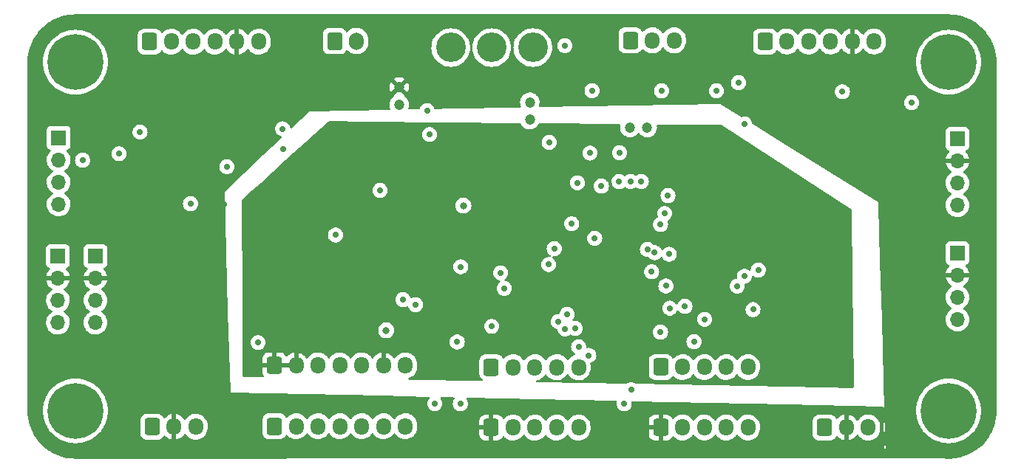
<source format=gbr>
%TF.GenerationSoftware,KiCad,Pcbnew,(6.0.7-1)-1*%
%TF.CreationDate,2022-10-27T12:50:35+02:00*%
%TF.ProjectId,ESE_RuizHerbelinAsfary,4553455f-5275-4697-9a48-657262656c69,rev?*%
%TF.SameCoordinates,Original*%
%TF.FileFunction,Copper,L3,Inr*%
%TF.FilePolarity,Positive*%
%FSLAX46Y46*%
G04 Gerber Fmt 4.6, Leading zero omitted, Abs format (unit mm)*
G04 Created by KiCad (PCBNEW (6.0.7-1)-1) date 2022-10-27 12:50:35*
%MOMM*%
%LPD*%
G01*
G04 APERTURE LIST*
G04 Aperture macros list*
%AMRoundRect*
0 Rectangle with rounded corners*
0 $1 Rounding radius*
0 $2 $3 $4 $5 $6 $7 $8 $9 X,Y pos of 4 corners*
0 Add a 4 corners polygon primitive as box body*
4,1,4,$2,$3,$4,$5,$6,$7,$8,$9,$2,$3,0*
0 Add four circle primitives for the rounded corners*
1,1,$1+$1,$2,$3*
1,1,$1+$1,$4,$5*
1,1,$1+$1,$6,$7*
1,1,$1+$1,$8,$9*
0 Add four rect primitives between the rounded corners*
20,1,$1+$1,$2,$3,$4,$5,0*
20,1,$1+$1,$4,$5,$6,$7,0*
20,1,$1+$1,$6,$7,$8,$9,0*
20,1,$1+$1,$8,$9,$2,$3,0*%
G04 Aperture macros list end*
%TA.AperFunction,ComponentPad*%
%ADD10R,1.700000X1.700000*%
%TD*%
%TA.AperFunction,ComponentPad*%
%ADD11O,1.700000X1.700000*%
%TD*%
%TA.AperFunction,ComponentPad*%
%ADD12RoundRect,0.250000X-0.600000X-0.725000X0.600000X-0.725000X0.600000X0.725000X-0.600000X0.725000X0*%
%TD*%
%TA.AperFunction,ComponentPad*%
%ADD13O,1.700000X1.950000*%
%TD*%
%TA.AperFunction,ComponentPad*%
%ADD14C,0.800000*%
%TD*%
%TA.AperFunction,ComponentPad*%
%ADD15C,6.400000*%
%TD*%
%TA.AperFunction,ComponentPad*%
%ADD16RoundRect,0.250000X-0.600000X-0.750000X0.600000X-0.750000X0.600000X0.750000X-0.600000X0.750000X0*%
%TD*%
%TA.AperFunction,ComponentPad*%
%ADD17O,1.700000X2.000000*%
%TD*%
%TA.AperFunction,ComponentPad*%
%ADD18C,1.200000*%
%TD*%
%TA.AperFunction,ComponentPad*%
%ADD19C,3.400000*%
%TD*%
%TA.AperFunction,ViaPad*%
%ADD20C,0.800000*%
%TD*%
%TA.AperFunction,ViaPad*%
%ADD21C,0.700000*%
%TD*%
G04 APERTURE END LIST*
D10*
%TO.N,+BATT*%
%TO.C,J102*%
X121000000Y-28780000D03*
D11*
%TO.N,+5V*%
X121000000Y-31320000D03*
%TO.N,+3.3V*%
X121000000Y-33860000D03*
%TO.N,GND*%
X121000000Y-36400000D03*
%TD*%
D12*
%TO.N,GND*%
%TO.C,J204*%
X105800000Y-61910000D03*
D13*
%TO.N,+5V*%
X108300000Y-61910000D03*
%TO.N,/STM32/Vout2*%
X110800000Y-61910000D03*
%TD*%
D12*
%TO.N,+3.3V*%
%TO.C,J202*%
X42780000Y-54780000D03*
D13*
X45280000Y-54780000D03*
%TO.N,GND*%
X47780000Y-54780000D03*
%TO.N,/STM32/SDA2*%
X50280000Y-54780000D03*
%TO.N,/STM32/SCL2*%
X52780000Y-54780000D03*
%TO.N,+3.3V*%
X55280000Y-54780000D03*
%TO.N,/Sensor/GPIO_TOF_2_JP*%
X57780000Y-54780000D03*
%TD*%
D12*
%TO.N,GND*%
%TO.C,J203*%
X28790000Y-61825000D03*
D13*
%TO.N,+5V*%
X31290000Y-61825000D03*
%TO.N,/STM32/Vout1*%
X33790000Y-61825000D03*
%TD*%
D12*
%TO.N,+3.3V*%
%TO.C,J201*%
X42780000Y-61760000D03*
D13*
X45280000Y-61760000D03*
%TO.N,GND*%
X47780000Y-61760000D03*
%TO.N,/STM32/SDA1*%
X50280000Y-61760000D03*
%TO.N,/STM32/SCL1*%
X52780000Y-61760000D03*
%TO.N,+3.3V*%
X55280000Y-61760000D03*
%TO.N,/Sensor/GPIO_TOF_1_JP*%
X57780000Y-61760000D03*
%TD*%
D12*
%TO.N,+5V*%
%TO.C,J207*%
X87030000Y-61910000D03*
D13*
%TO.N,GND*%
X89530000Y-61910000D03*
%TO.N,/STM32/OE2*%
X92030000Y-61910000D03*
%TO.N,/STM32/LED2*%
X94530000Y-61910000D03*
%TO.N,GND*%
X97030000Y-61910000D03*
%TD*%
D12*
%TO.N,GND*%
%TO.C,J503*%
X83550000Y-17490000D03*
D13*
%TO.N,+BATT*%
X86050000Y-17490000D03*
%TO.N,/Actuator/UART_Servomoteur*%
X88550000Y-17490000D03*
%TD*%
D14*
%TO.N,GND*%
%TO.C,H103*%
X118302944Y-61697056D03*
X120000000Y-62400000D03*
X120000000Y-57600000D03*
X121697056Y-61697056D03*
X117600000Y-60000000D03*
X122400000Y-60000000D03*
X121697056Y-58302944D03*
D15*
X120000000Y-60000000D03*
D14*
X118302944Y-58302944D03*
%TD*%
D16*
%TO.N,GND*%
%TO.C,J401*%
X49690000Y-17570000D03*
D17*
%TO.N,/Power_Supply/Alim*%
X52190000Y-17570000D03*
%TD*%
D10*
%TO.N,+BATT*%
%TO.C,J105*%
X121000000Y-41900000D03*
D11*
%TO.N,+5V*%
X121000000Y-44440000D03*
%TO.N,+3.3V*%
X121000000Y-46980000D03*
%TO.N,GND*%
X121000000Y-49520000D03*
%TD*%
D18*
%TO.N,+5V*%
%TO.C,C402*%
X57070000Y-22850000D03*
%TO.N,GND*%
X57070000Y-24850000D03*
%TD*%
%TO.N,+BATT*%
%TO.C,C401*%
X72040000Y-24590000D03*
%TO.N,GND*%
X72040000Y-26590000D03*
%TD*%
%TO.N,GND*%
%TO.C,C505*%
X83480000Y-27500000D03*
%TO.N,+BATT*%
X85480000Y-27500000D03*
%TD*%
D12*
%TO.N,+5V*%
%TO.C,J205*%
X67620000Y-61920000D03*
D13*
%TO.N,GND*%
X70120000Y-61920000D03*
%TO.N,/STM32/OE1*%
X72620000Y-61920000D03*
%TO.N,/STM32/LED1*%
X75120000Y-61920000D03*
%TO.N,GND*%
X77620000Y-61920000D03*
%TD*%
D14*
%TO.N,GND*%
%TO.C,H102*%
X118302944Y-21697056D03*
X118302944Y-18302944D03*
X120000000Y-22400000D03*
X120000000Y-17600000D03*
D15*
X120000000Y-20000000D03*
D14*
X121697056Y-21697056D03*
X122400000Y-20000000D03*
X121697056Y-18302944D03*
X117600000Y-20000000D03*
%TD*%
%TO.N,GND*%
%TO.C,H104*%
X20000000Y-62400000D03*
D15*
X20000000Y-60000000D03*
D14*
X21697056Y-58302944D03*
X22400000Y-60000000D03*
X21697056Y-61697056D03*
X18302944Y-61697056D03*
X20000000Y-57600000D03*
X17600000Y-60000000D03*
X18302944Y-58302944D03*
%TD*%
D10*
%TO.N,/UART_Rx*%
%TO.C,J103*%
X18080000Y-28680000D03*
D11*
%TO.N,/UART_Tx*%
X18080000Y-31220000D03*
%TO.N,+3.3V*%
X18080000Y-33760000D03*
%TO.N,GND*%
X18080000Y-36300000D03*
%TD*%
D19*
%TO.N,/Power_Supply/Alim*%
%TO.C,S401*%
X62980000Y-18320000D03*
%TO.N,+BATT*%
X67680000Y-18320000D03*
%TO.N,unconnected-(S401-Pad3)*%
X72380000Y-18320000D03*
%TD*%
D12*
%TO.N,+5V*%
%TO.C,J206*%
X67620000Y-54995000D03*
D13*
X70120000Y-54995000D03*
%TO.N,/STM32/S2*%
X72620000Y-54995000D03*
%TO.N,/STM32/S3*%
X75120000Y-54995000D03*
%TO.N,/STM32/Out*%
X77620000Y-54995000D03*
%TD*%
D12*
%TO.N,+5V*%
%TO.C,J208*%
X87030000Y-54980000D03*
D13*
X89530000Y-54980000D03*
%TO.N,/STM32/S2*%
X92030000Y-54980000D03*
%TO.N,/STM32/S3*%
X94530000Y-54980000D03*
%TO.N,/STM32/Out*%
X97030000Y-54980000D03*
%TD*%
D10*
%TO.N,GND*%
%TO.C,J104*%
X22300000Y-42250000D03*
D11*
%TO.N,+5V*%
X22300000Y-44790000D03*
%TO.N,SDA*%
X22300000Y-47330000D03*
%TO.N,SCL*%
X22300000Y-49870000D03*
%TD*%
D12*
%TO.N,/Actuator/MotorLFT_M*%
%TO.C,J501*%
X28500000Y-17640000D03*
D13*
%TO.N,GND*%
X31000000Y-17640000D03*
%TO.N,/Actuator/EncoderA_Left*%
X33500000Y-17640000D03*
%TO.N,/Actuator/EncoderB_Left*%
X36000000Y-17640000D03*
%TO.N,+5V*%
X38500000Y-17640000D03*
%TO.N,/Actuator/MotorLFT_P*%
X41000000Y-17640000D03*
%TD*%
D14*
%TO.N,GND*%
%TO.C,H101*%
X20000000Y-17600000D03*
D15*
X20000000Y-20000000D03*
D14*
X17600000Y-20000000D03*
X21697056Y-18302944D03*
X18302944Y-18302944D03*
X22400000Y-20000000D03*
X20000000Y-22400000D03*
X18302944Y-21697056D03*
X21697056Y-21697056D03*
%TD*%
D10*
%TO.N,GND*%
%TO.C,J101*%
X18000000Y-42250000D03*
D11*
%TO.N,+5V*%
X18000000Y-44790000D03*
%TO.N,SDA*%
X18000000Y-47330000D03*
%TO.N,SCL*%
X18000000Y-49870000D03*
%TD*%
D12*
%TO.N,/Actuator/MotorRGT_M*%
%TO.C,J502*%
X98960000Y-17620000D03*
D13*
%TO.N,GND*%
X101460000Y-17620000D03*
%TO.N,/Actuator/EncoderA_Right*%
X103960000Y-17620000D03*
%TO.N,/Actuator/EncoderB_Right*%
X106460000Y-17620000D03*
%TO.N,+5V*%
X108960000Y-17620000D03*
%TO.N,/Actuator/MotorRGT_P*%
X111460000Y-17620000D03*
%TD*%
D20*
%TO.N,GND*%
X64430000Y-36460000D03*
D21*
%TO.N,+3.3V*%
X93890000Y-28340000D03*
X51520000Y-27930000D03*
X69680000Y-41480000D03*
X40890000Y-36270000D03*
X52730000Y-48970000D03*
X64190000Y-38160000D03*
X97990000Y-40580000D03*
X107540000Y-39940000D03*
X93410000Y-23280000D03*
%TO.N,GND*%
X74826944Y-41396944D03*
X96630000Y-27090000D03*
X43730000Y-27640000D03*
X76030000Y-18090000D03*
X68700000Y-44169500D03*
X107830000Y-23389500D03*
X64130000Y-43470000D03*
%TO.N,/STM32/NRST*%
X87480000Y-37350000D03*
X74200000Y-43210000D03*
X97600000Y-48380000D03*
%TO.N,+BATT*%
X37340000Y-31980500D03*
X27400000Y-28000000D03*
X33180000Y-36230000D03*
X95930000Y-22340000D03*
X60270000Y-25550000D03*
%TO.N,+5V*%
X110990000Y-28350000D03*
X37030000Y-36290000D03*
X48110000Y-21990000D03*
X38800000Y-27530000D03*
%TO.N,/UART_Tx*%
X74250000Y-29190000D03*
X60550000Y-28300000D03*
X20820000Y-31230000D03*
%TO.N,/STM32/SDA1*%
X85500000Y-41460000D03*
X63720000Y-52100000D03*
%TO.N,/STM32/SCL1*%
X40924622Y-52174622D03*
X49780000Y-39820000D03*
X77500000Y-33830000D03*
X54880000Y-34710000D03*
%TO.N,/STM32/SDA2*%
X61160000Y-59160000D03*
X64080000Y-59170000D03*
X88010000Y-42030000D03*
X82850000Y-59170000D03*
X88060000Y-48220000D03*
%TO.N,/STM32/SCL2*%
X86330000Y-41850500D03*
%TO.N,/STM32/Vout1*%
X89800000Y-48010000D03*
%TO.N,/STM32/Vout2*%
X84810000Y-33679500D03*
X80230000Y-34210000D03*
%TO.N,/Actuator/EncoderA_Left*%
X87010000Y-38620000D03*
X83570000Y-33679500D03*
X82330000Y-30390000D03*
X85990000Y-44040000D03*
X78920000Y-30420000D03*
%TO.N,/Actuator/EncoderB_Left*%
X82270000Y-33700000D03*
%TO.N,/Actuator/EncoderA_Right*%
X96600000Y-44559500D03*
%TO.N,/Actuator/EncoderB_Right*%
X115770000Y-24640000D03*
X98200000Y-43850000D03*
%TO.N,/STM32/VCP_RX*%
X92050000Y-49500000D03*
X76300378Y-48930378D03*
%TO.N,/STM32/VCP_TX*%
X75290000Y-49750000D03*
X87614647Y-45665353D03*
%TO.N,/Actuator/FWD_LeftMotor_PWM*%
X69120500Y-45950000D03*
X25000000Y-30500000D03*
%TO.N,/Actuator/REV_LeftMotor_PWM*%
X43810000Y-29930000D03*
X67680000Y-50310000D03*
%TO.N,/STM32/POWER_STATUS_ADC*%
X79160000Y-23270000D03*
X76830000Y-38540000D03*
%TO.N,/Actuator/UART_Servomoteur*%
X87120000Y-23280000D03*
X79470000Y-40200000D03*
%TO.N,/STM32/S2*%
X77240000Y-50540000D03*
X90830000Y-52060500D03*
%TO.N,/STM32/S3*%
X78790000Y-53640000D03*
%TO.N,/STM32/LED1*%
X83640000Y-57590000D03*
%TO.N,/STM32/LED2*%
X87000000Y-50960000D03*
%TO.N,/Sensor/GPIO_TOF_1_JP*%
X57530000Y-47230000D03*
D20*
X55590000Y-50770000D03*
D21*
%TO.N,/STM32/Out*%
X76060000Y-50600000D03*
X77620000Y-52630000D03*
%TO.N,/STM32/VCP_TX_JP*%
X95790000Y-45690000D03*
X87860000Y-35310000D03*
%TO.N,/Sensor/GPIO_TOF_2_JP*%
X58960000Y-47820000D03*
%TD*%
%TA.AperFunction,Conductor*%
%TO.N,+3.3V*%
G36*
X53374219Y-26821752D02*
G01*
X70923897Y-26989262D01*
X70991821Y-27009913D01*
X71037118Y-27062504D01*
X71075898Y-27146624D01*
X71193479Y-27312997D01*
X71339410Y-27455157D01*
X71344206Y-27458362D01*
X71344209Y-27458364D01*
X71412149Y-27503760D01*
X71508803Y-27568342D01*
X71514106Y-27570620D01*
X71514109Y-27570622D01*
X71690680Y-27646483D01*
X71695987Y-27648763D01*
X71760705Y-27663407D01*
X71889055Y-27692450D01*
X71889060Y-27692451D01*
X71894692Y-27693725D01*
X71900463Y-27693952D01*
X71900465Y-27693952D01*
X71963470Y-27696427D01*
X72098263Y-27701723D01*
X72299883Y-27672490D01*
X72305347Y-27670635D01*
X72305352Y-27670634D01*
X72487327Y-27608862D01*
X72487332Y-27608860D01*
X72492799Y-27607004D01*
X72670551Y-27507458D01*
X72827186Y-27377186D01*
X72957458Y-27220551D01*
X73039006Y-27074937D01*
X73089740Y-27025278D01*
X73150141Y-27010512D01*
X82274304Y-27097602D01*
X82342230Y-27118253D01*
X82388209Y-27172350D01*
X82397642Y-27242717D01*
X82393436Y-27260950D01*
X82391078Y-27268543D01*
X82367132Y-27470859D01*
X82380457Y-27674151D01*
X82430605Y-27871610D01*
X82515898Y-28056624D01*
X82633479Y-28222997D01*
X82637613Y-28227024D01*
X82746269Y-28332872D01*
X82779410Y-28365157D01*
X82784206Y-28368362D01*
X82784209Y-28368364D01*
X82812965Y-28387578D01*
X82948803Y-28478342D01*
X82954106Y-28480620D01*
X82954109Y-28480622D01*
X83130680Y-28556483D01*
X83135987Y-28558763D01*
X83208817Y-28575243D01*
X83329055Y-28602450D01*
X83329060Y-28602451D01*
X83334692Y-28603725D01*
X83340463Y-28603952D01*
X83340465Y-28603952D01*
X83403470Y-28606427D01*
X83538263Y-28611723D01*
X83739883Y-28582490D01*
X83745347Y-28580635D01*
X83745352Y-28580634D01*
X83927327Y-28518862D01*
X83927332Y-28518860D01*
X83932799Y-28517004D01*
X84110551Y-28417458D01*
X84267186Y-28287186D01*
X84384733Y-28145851D01*
X84443670Y-28106267D01*
X84514652Y-28104831D01*
X84575143Y-28141998D01*
X84584503Y-28153699D01*
X84597087Y-28171504D01*
X84633479Y-28222997D01*
X84637613Y-28227024D01*
X84746269Y-28332872D01*
X84779410Y-28365157D01*
X84784206Y-28368362D01*
X84784209Y-28368364D01*
X84812965Y-28387578D01*
X84948803Y-28478342D01*
X84954106Y-28480620D01*
X84954109Y-28480622D01*
X85130680Y-28556483D01*
X85135987Y-28558763D01*
X85208817Y-28575243D01*
X85329055Y-28602450D01*
X85329060Y-28602451D01*
X85334692Y-28603725D01*
X85340463Y-28603952D01*
X85340465Y-28603952D01*
X85403470Y-28606427D01*
X85538263Y-28611723D01*
X85739883Y-28582490D01*
X85745347Y-28580635D01*
X85745352Y-28580634D01*
X85927327Y-28518862D01*
X85927332Y-28518860D01*
X85932799Y-28517004D01*
X86110551Y-28417458D01*
X86267186Y-28287186D01*
X86397458Y-28130551D01*
X86463883Y-28011941D01*
X86494180Y-27957842D01*
X86494181Y-27957840D01*
X86497004Y-27952799D01*
X86498860Y-27947332D01*
X86498862Y-27947327D01*
X86560634Y-27765352D01*
X86560635Y-27765347D01*
X86562490Y-27759883D01*
X86591723Y-27558263D01*
X86593249Y-27500000D01*
X86581860Y-27376049D01*
X86575137Y-27302880D01*
X86575136Y-27302877D01*
X86574608Y-27297126D01*
X86573040Y-27291567D01*
X86572523Y-27288777D01*
X86579776Y-27218151D01*
X86624061Y-27162660D01*
X86697616Y-27139822D01*
X94013096Y-27209648D01*
X94080883Y-27230208D01*
X108863732Y-36903182D01*
X108909782Y-36957218D01*
X108920734Y-37007240D01*
X109010709Y-45246833D01*
X109137584Y-56865559D01*
X109141570Y-57230610D01*
X109122313Y-57298945D01*
X109069169Y-57346021D01*
X109013301Y-57357965D01*
X105747907Y-57298945D01*
X84202669Y-56909528D01*
X84130886Y-56885485D01*
X84076957Y-56846303D01*
X84076956Y-56846302D01*
X84071615Y-56842422D01*
X84065587Y-56839738D01*
X84065585Y-56839737D01*
X83912783Y-56771705D01*
X83912781Y-56771705D01*
X83906752Y-56769020D01*
X83818492Y-56750260D01*
X83736689Y-56732872D01*
X83736685Y-56732872D01*
X83730232Y-56731500D01*
X83549768Y-56731500D01*
X83543315Y-56732872D01*
X83543311Y-56732872D01*
X83461508Y-56750260D01*
X83373248Y-56769020D01*
X83367219Y-56771704D01*
X83367217Y-56771705D01*
X83214416Y-56839737D01*
X83214414Y-56839738D01*
X83208386Y-56842422D01*
X83203047Y-56846301D01*
X83203040Y-56846305D01*
X83176539Y-56865559D01*
X83109671Y-56889417D01*
X83100203Y-56889601D01*
X78503367Y-56806516D01*
X72892841Y-56705109D01*
X72825095Y-56683881D01*
X72779579Y-56629394D01*
X72770747Y-56558948D01*
X72801402Y-56494911D01*
X72861812Y-56457613D01*
X72869246Y-56455816D01*
X73006572Y-56427002D01*
X73011791Y-56425907D01*
X73016750Y-56423949D01*
X73016752Y-56423948D01*
X73221256Y-56343185D01*
X73221258Y-56343184D01*
X73226221Y-56341224D01*
X73240381Y-56332632D01*
X73418757Y-56224390D01*
X73418756Y-56224390D01*
X73423317Y-56221623D01*
X73455953Y-56193303D01*
X73593412Y-56074023D01*
X73593414Y-56074021D01*
X73597445Y-56070523D01*
X73671561Y-55980132D01*
X73740240Y-55896373D01*
X73740244Y-55896367D01*
X73743624Y-55892245D01*
X73761552Y-55860750D01*
X73812632Y-55811445D01*
X73882262Y-55797583D01*
X73948333Y-55823566D01*
X73975573Y-55852716D01*
X74057441Y-55974319D01*
X74061120Y-55978176D01*
X74061122Y-55978178D01*
X74094331Y-56012990D01*
X74216576Y-56141135D01*
X74220854Y-56144318D01*
X74278253Y-56187024D01*
X74401542Y-56278754D01*
X74406293Y-56281170D01*
X74406297Y-56281172D01*
X74504296Y-56330997D01*
X74607051Y-56383240D01*
X74612145Y-56384822D01*
X74612148Y-56384823D01*
X74791309Y-56440454D01*
X74827227Y-56451607D01*
X74832516Y-56452308D01*
X75050489Y-56481198D01*
X75050494Y-56481198D01*
X75055774Y-56481898D01*
X75061103Y-56481698D01*
X75061105Y-56481698D01*
X75170966Y-56477574D01*
X75286158Y-56473249D01*
X75312143Y-56467797D01*
X75449618Y-56438952D01*
X75511791Y-56425907D01*
X75516750Y-56423949D01*
X75516752Y-56423948D01*
X75721256Y-56343185D01*
X75721258Y-56343184D01*
X75726221Y-56341224D01*
X75740381Y-56332632D01*
X75918757Y-56224390D01*
X75918756Y-56224390D01*
X75923317Y-56221623D01*
X75955953Y-56193303D01*
X76093412Y-56074023D01*
X76093414Y-56074021D01*
X76097445Y-56070523D01*
X76171561Y-55980132D01*
X76240240Y-55896373D01*
X76240244Y-55896367D01*
X76243624Y-55892245D01*
X76261552Y-55860750D01*
X76312632Y-55811445D01*
X76382262Y-55797583D01*
X76448333Y-55823566D01*
X76475573Y-55852716D01*
X76557441Y-55974319D01*
X76561120Y-55978176D01*
X76561122Y-55978178D01*
X76594331Y-56012990D01*
X76716576Y-56141135D01*
X76720854Y-56144318D01*
X76778253Y-56187024D01*
X76901542Y-56278754D01*
X76906293Y-56281170D01*
X76906297Y-56281172D01*
X77004296Y-56330997D01*
X77107051Y-56383240D01*
X77112145Y-56384822D01*
X77112148Y-56384823D01*
X77291309Y-56440454D01*
X77327227Y-56451607D01*
X77332516Y-56452308D01*
X77550489Y-56481198D01*
X77550494Y-56481198D01*
X77555774Y-56481898D01*
X77561103Y-56481698D01*
X77561105Y-56481698D01*
X77670966Y-56477574D01*
X77786158Y-56473249D01*
X77812143Y-56467797D01*
X77949618Y-56438952D01*
X78011791Y-56425907D01*
X78016750Y-56423949D01*
X78016752Y-56423948D01*
X78221256Y-56343185D01*
X78221258Y-56343184D01*
X78226221Y-56341224D01*
X78240381Y-56332632D01*
X78418757Y-56224390D01*
X78418756Y-56224390D01*
X78423317Y-56221623D01*
X78455953Y-56193303D01*
X78593412Y-56074023D01*
X78593414Y-56074021D01*
X78597445Y-56070523D01*
X78671561Y-55980132D01*
X78740240Y-55896373D01*
X78740244Y-55896367D01*
X78743624Y-55892245D01*
X78752163Y-55877245D01*
X78821521Y-55755400D01*
X85671500Y-55755400D01*
X85671837Y-55758646D01*
X85671837Y-55758650D01*
X85681460Y-55851392D01*
X85682474Y-55861166D01*
X85684655Y-55867702D01*
X85684655Y-55867704D01*
X85728728Y-55999806D01*
X85738450Y-56028946D01*
X85831522Y-56179348D01*
X85956697Y-56304305D01*
X85962927Y-56308145D01*
X85962928Y-56308146D01*
X86100090Y-56392694D01*
X86107262Y-56397115D01*
X86152145Y-56412002D01*
X86268611Y-56450632D01*
X86268613Y-56450632D01*
X86275139Y-56452797D01*
X86281975Y-56453497D01*
X86281978Y-56453498D01*
X86317663Y-56457154D01*
X86379600Y-56463500D01*
X87680400Y-56463500D01*
X87683646Y-56463163D01*
X87683650Y-56463163D01*
X87779308Y-56453238D01*
X87779312Y-56453237D01*
X87786166Y-56452526D01*
X87792702Y-56450345D01*
X87792704Y-56450345D01*
X87944657Y-56399649D01*
X87953946Y-56396550D01*
X88104348Y-56303478D01*
X88229305Y-56178303D01*
X88234534Y-56169821D01*
X88272340Y-56108488D01*
X88319081Y-56032660D01*
X88371852Y-55985168D01*
X88441924Y-55973744D01*
X88507048Y-56002018D01*
X88517510Y-56011805D01*
X88558452Y-56054723D01*
X88626576Y-56126135D01*
X88630854Y-56129318D01*
X88661392Y-56152039D01*
X88811542Y-56263754D01*
X88816293Y-56266170D01*
X88816297Y-56266172D01*
X88879481Y-56298296D01*
X89017051Y-56368240D01*
X89022145Y-56369822D01*
X89022148Y-56369823D01*
X89191554Y-56422425D01*
X89237227Y-56436607D01*
X89242516Y-56437308D01*
X89460489Y-56466198D01*
X89460494Y-56466198D01*
X89465774Y-56466898D01*
X89471103Y-56466698D01*
X89471105Y-56466698D01*
X89580966Y-56462574D01*
X89696158Y-56458249D01*
X89718802Y-56453498D01*
X89866896Y-56422425D01*
X89921791Y-56410907D01*
X89926750Y-56408949D01*
X89926752Y-56408948D01*
X90131256Y-56328185D01*
X90131258Y-56328184D01*
X90136221Y-56326224D01*
X90141294Y-56323146D01*
X90328757Y-56209390D01*
X90328756Y-56209390D01*
X90333317Y-56206623D01*
X90402737Y-56146384D01*
X90503412Y-56059023D01*
X90503414Y-56059021D01*
X90507445Y-56055523D01*
X90552833Y-56000168D01*
X90650240Y-55881373D01*
X90650244Y-55881367D01*
X90653624Y-55877245D01*
X90671552Y-55845750D01*
X90722632Y-55796445D01*
X90792262Y-55782583D01*
X90858333Y-55808566D01*
X90885573Y-55837716D01*
X90967441Y-55959319D01*
X90971120Y-55963176D01*
X90971122Y-55963178D01*
X91014819Y-56008984D01*
X91126576Y-56126135D01*
X91130854Y-56129318D01*
X91161392Y-56152039D01*
X91311542Y-56263754D01*
X91316293Y-56266170D01*
X91316297Y-56266172D01*
X91379481Y-56298296D01*
X91517051Y-56368240D01*
X91522145Y-56369822D01*
X91522148Y-56369823D01*
X91691554Y-56422425D01*
X91737227Y-56436607D01*
X91742516Y-56437308D01*
X91960489Y-56466198D01*
X91960494Y-56466198D01*
X91965774Y-56466898D01*
X91971103Y-56466698D01*
X91971105Y-56466698D01*
X92080966Y-56462574D01*
X92196158Y-56458249D01*
X92218802Y-56453498D01*
X92366896Y-56422425D01*
X92421791Y-56410907D01*
X92426750Y-56408949D01*
X92426752Y-56408948D01*
X92631256Y-56328185D01*
X92631258Y-56328184D01*
X92636221Y-56326224D01*
X92641294Y-56323146D01*
X92828757Y-56209390D01*
X92828756Y-56209390D01*
X92833317Y-56206623D01*
X92902737Y-56146384D01*
X93003412Y-56059023D01*
X93003414Y-56059021D01*
X93007445Y-56055523D01*
X93052833Y-56000168D01*
X93150240Y-55881373D01*
X93150244Y-55881367D01*
X93153624Y-55877245D01*
X93171552Y-55845750D01*
X93222632Y-55796445D01*
X93292262Y-55782583D01*
X93358333Y-55808566D01*
X93385573Y-55837716D01*
X93467441Y-55959319D01*
X93471120Y-55963176D01*
X93471122Y-55963178D01*
X93514819Y-56008984D01*
X93626576Y-56126135D01*
X93630854Y-56129318D01*
X93661392Y-56152039D01*
X93811542Y-56263754D01*
X93816293Y-56266170D01*
X93816297Y-56266172D01*
X93879481Y-56298296D01*
X94017051Y-56368240D01*
X94022145Y-56369822D01*
X94022148Y-56369823D01*
X94191554Y-56422425D01*
X94237227Y-56436607D01*
X94242516Y-56437308D01*
X94460489Y-56466198D01*
X94460494Y-56466198D01*
X94465774Y-56466898D01*
X94471103Y-56466698D01*
X94471105Y-56466698D01*
X94580966Y-56462574D01*
X94696158Y-56458249D01*
X94718802Y-56453498D01*
X94866896Y-56422425D01*
X94921791Y-56410907D01*
X94926750Y-56408949D01*
X94926752Y-56408948D01*
X95131256Y-56328185D01*
X95131258Y-56328184D01*
X95136221Y-56326224D01*
X95141294Y-56323146D01*
X95328757Y-56209390D01*
X95328756Y-56209390D01*
X95333317Y-56206623D01*
X95402737Y-56146384D01*
X95503412Y-56059023D01*
X95503414Y-56059021D01*
X95507445Y-56055523D01*
X95552833Y-56000168D01*
X95650240Y-55881373D01*
X95650244Y-55881367D01*
X95653624Y-55877245D01*
X95671552Y-55845750D01*
X95722632Y-55796445D01*
X95792262Y-55782583D01*
X95858333Y-55808566D01*
X95885573Y-55837716D01*
X95967441Y-55959319D01*
X95971120Y-55963176D01*
X95971122Y-55963178D01*
X96014819Y-56008984D01*
X96126576Y-56126135D01*
X96130854Y-56129318D01*
X96161392Y-56152039D01*
X96311542Y-56263754D01*
X96316293Y-56266170D01*
X96316297Y-56266172D01*
X96379481Y-56298296D01*
X96517051Y-56368240D01*
X96522145Y-56369822D01*
X96522148Y-56369823D01*
X96691554Y-56422425D01*
X96737227Y-56436607D01*
X96742516Y-56437308D01*
X96960489Y-56466198D01*
X96960494Y-56466198D01*
X96965774Y-56466898D01*
X96971103Y-56466698D01*
X96971105Y-56466698D01*
X97080966Y-56462574D01*
X97196158Y-56458249D01*
X97218802Y-56453498D01*
X97366896Y-56422425D01*
X97421791Y-56410907D01*
X97426750Y-56408949D01*
X97426752Y-56408948D01*
X97631256Y-56328185D01*
X97631258Y-56328184D01*
X97636221Y-56326224D01*
X97641294Y-56323146D01*
X97828757Y-56209390D01*
X97828756Y-56209390D01*
X97833317Y-56206623D01*
X97902737Y-56146384D01*
X98003412Y-56059023D01*
X98003414Y-56059021D01*
X98007445Y-56055523D01*
X98052833Y-56000168D01*
X98150240Y-55881373D01*
X98150244Y-55881367D01*
X98153624Y-55877245D01*
X98163013Y-55860752D01*
X98256494Y-55696529D01*
X98267675Y-55676886D01*
X98346337Y-55460175D01*
X98349970Y-55440085D01*
X98386623Y-55237392D01*
X98386624Y-55237385D01*
X98387361Y-55233308D01*
X98388500Y-55209156D01*
X98388500Y-54797110D01*
X98382822Y-54730191D01*
X98374371Y-54630591D01*
X98374370Y-54630587D01*
X98373920Y-54625280D01*
X98372582Y-54620125D01*
X98372581Y-54620119D01*
X98317343Y-54407297D01*
X98317342Y-54407293D01*
X98316001Y-54402128D01*
X98310657Y-54390263D01*
X98228471Y-54207817D01*
X98221312Y-54191925D01*
X98092559Y-54000681D01*
X98087249Y-53995114D01*
X98004725Y-53908608D01*
X97933424Y-53833865D01*
X97922523Y-53825754D01*
X97752740Y-53699432D01*
X97752741Y-53699432D01*
X97748458Y-53696246D01*
X97743707Y-53693830D01*
X97743703Y-53693828D01*
X97631033Y-53636544D01*
X97542949Y-53591760D01*
X97537855Y-53590178D01*
X97537852Y-53590177D01*
X97327871Y-53524976D01*
X97322773Y-53523393D01*
X97315839Y-53522474D01*
X97099511Y-53493802D01*
X97099506Y-53493802D01*
X97094226Y-53493102D01*
X97088897Y-53493302D01*
X97088895Y-53493302D01*
X96979034Y-53497427D01*
X96863842Y-53501751D01*
X96858623Y-53502846D01*
X96836566Y-53507474D01*
X96638209Y-53549093D01*
X96633250Y-53551051D01*
X96633248Y-53551052D01*
X96428744Y-53631815D01*
X96428742Y-53631816D01*
X96423779Y-53633776D01*
X96419220Y-53636543D01*
X96419217Y-53636544D01*
X96300460Y-53708608D01*
X96226683Y-53753377D01*
X96222653Y-53756874D01*
X96071919Y-53887674D01*
X96052555Y-53904477D01*
X96049168Y-53908608D01*
X95909760Y-54078627D01*
X95909756Y-54078633D01*
X95906376Y-54082755D01*
X95888448Y-54114250D01*
X95837368Y-54163555D01*
X95767738Y-54177417D01*
X95701667Y-54151434D01*
X95674427Y-54122284D01*
X95663870Y-54106602D01*
X95592559Y-54000681D01*
X95587249Y-53995114D01*
X95504725Y-53908608D01*
X95433424Y-53833865D01*
X95422523Y-53825754D01*
X95252740Y-53699432D01*
X95252741Y-53699432D01*
X95248458Y-53696246D01*
X95243707Y-53693830D01*
X95243703Y-53693828D01*
X95131033Y-53636544D01*
X95042949Y-53591760D01*
X95037855Y-53590178D01*
X95037852Y-53590177D01*
X94827871Y-53524976D01*
X94822773Y-53523393D01*
X94815839Y-53522474D01*
X94599511Y-53493802D01*
X94599506Y-53493802D01*
X94594226Y-53493102D01*
X94588897Y-53493302D01*
X94588895Y-53493302D01*
X94479034Y-53497427D01*
X94363842Y-53501751D01*
X94358623Y-53502846D01*
X94336566Y-53507474D01*
X94138209Y-53549093D01*
X94133250Y-53551051D01*
X94133248Y-53551052D01*
X93928744Y-53631815D01*
X93928742Y-53631816D01*
X93923779Y-53633776D01*
X93919220Y-53636543D01*
X93919217Y-53636544D01*
X93800460Y-53708608D01*
X93726683Y-53753377D01*
X93722653Y-53756874D01*
X93571919Y-53887674D01*
X93552555Y-53904477D01*
X93549168Y-53908608D01*
X93409760Y-54078627D01*
X93409756Y-54078633D01*
X93406376Y-54082755D01*
X93388448Y-54114250D01*
X93337368Y-54163555D01*
X93267738Y-54177417D01*
X93201667Y-54151434D01*
X93174427Y-54122284D01*
X93163870Y-54106602D01*
X93092559Y-54000681D01*
X93087249Y-53995114D01*
X93004725Y-53908608D01*
X92933424Y-53833865D01*
X92922523Y-53825754D01*
X92752740Y-53699432D01*
X92752741Y-53699432D01*
X92748458Y-53696246D01*
X92743707Y-53693830D01*
X92743703Y-53693828D01*
X92631033Y-53636544D01*
X92542949Y-53591760D01*
X92537855Y-53590178D01*
X92537852Y-53590177D01*
X92327871Y-53524976D01*
X92322773Y-53523393D01*
X92315839Y-53522474D01*
X92099511Y-53493802D01*
X92099506Y-53493802D01*
X92094226Y-53493102D01*
X92088897Y-53493302D01*
X92088895Y-53493302D01*
X91979034Y-53497427D01*
X91863842Y-53501751D01*
X91858623Y-53502846D01*
X91836566Y-53507474D01*
X91638209Y-53549093D01*
X91633250Y-53551051D01*
X91633248Y-53551052D01*
X91428744Y-53631815D01*
X91428742Y-53631816D01*
X91423779Y-53633776D01*
X91419220Y-53636543D01*
X91419217Y-53636544D01*
X91300460Y-53708608D01*
X91226683Y-53753377D01*
X91222653Y-53756874D01*
X91071919Y-53887674D01*
X91052555Y-53904477D01*
X91049168Y-53908608D01*
X90909760Y-54078627D01*
X90909756Y-54078633D01*
X90906376Y-54082755D01*
X90888448Y-54114250D01*
X90837368Y-54163555D01*
X90767738Y-54177417D01*
X90701667Y-54151434D01*
X90674427Y-54122284D01*
X90663870Y-54106602D01*
X90592559Y-54000681D01*
X90587249Y-53995114D01*
X90504725Y-53908608D01*
X90433424Y-53833865D01*
X90422523Y-53825754D01*
X90252740Y-53699432D01*
X90252741Y-53699432D01*
X90248458Y-53696246D01*
X90243707Y-53693830D01*
X90243703Y-53693828D01*
X90131033Y-53636544D01*
X90042949Y-53591760D01*
X90037855Y-53590178D01*
X90037852Y-53590177D01*
X89827871Y-53524976D01*
X89822773Y-53523393D01*
X89815839Y-53522474D01*
X89599511Y-53493802D01*
X89599506Y-53493802D01*
X89594226Y-53493102D01*
X89588897Y-53493302D01*
X89588895Y-53493302D01*
X89479034Y-53497427D01*
X89363842Y-53501751D01*
X89358623Y-53502846D01*
X89336566Y-53507474D01*
X89138209Y-53549093D01*
X89133250Y-53551051D01*
X89133248Y-53551052D01*
X88928744Y-53631815D01*
X88928742Y-53631816D01*
X88923779Y-53633776D01*
X88919220Y-53636543D01*
X88919217Y-53636544D01*
X88800460Y-53708608D01*
X88726683Y-53753377D01*
X88722653Y-53756874D01*
X88571919Y-53887674D01*
X88552555Y-53904477D01*
X88523330Y-53940120D01*
X88464671Y-53980114D01*
X88393701Y-53982046D01*
X88332952Y-53945302D01*
X88318752Y-53926532D01*
X88232332Y-53786880D01*
X88228478Y-53780652D01*
X88103303Y-53655695D01*
X88096569Y-53651544D01*
X87958968Y-53566725D01*
X87958966Y-53566724D01*
X87952738Y-53562885D01*
X87872995Y-53536436D01*
X87791389Y-53509368D01*
X87791387Y-53509368D01*
X87784861Y-53507203D01*
X87778025Y-53506503D01*
X87778022Y-53506502D01*
X87734969Y-53502091D01*
X87680400Y-53496500D01*
X86379600Y-53496500D01*
X86376354Y-53496837D01*
X86376350Y-53496837D01*
X86280692Y-53506762D01*
X86280688Y-53506763D01*
X86273834Y-53507474D01*
X86267298Y-53509655D01*
X86267296Y-53509655D01*
X86176414Y-53539976D01*
X86106054Y-53563450D01*
X85955652Y-53656522D01*
X85830695Y-53781697D01*
X85826855Y-53787927D01*
X85826854Y-53787928D01*
X85743221Y-53923606D01*
X85737885Y-53932262D01*
X85713723Y-54005108D01*
X85686432Y-54087390D01*
X85682203Y-54100139D01*
X85681503Y-54106975D01*
X85681502Y-54106978D01*
X85678397Y-54137284D01*
X85671500Y-54204600D01*
X85671500Y-55755400D01*
X78821521Y-55755400D01*
X78855032Y-55696529D01*
X78857675Y-55691886D01*
X78936337Y-55475175D01*
X78937287Y-55469923D01*
X78976623Y-55252392D01*
X78976624Y-55252385D01*
X78977361Y-55248308D01*
X78978500Y-55224156D01*
X78978500Y-54812110D01*
X78963920Y-54640280D01*
X78957765Y-54616566D01*
X78960012Y-54545606D01*
X79000266Y-54487124D01*
X79044525Y-54465973D01*
X79044012Y-54464394D01*
X79050296Y-54462352D01*
X79056752Y-54460980D01*
X79125007Y-54430591D01*
X79215585Y-54390263D01*
X79215587Y-54390262D01*
X79221615Y-54387578D01*
X79226957Y-54383697D01*
X79362269Y-54285387D01*
X79362271Y-54285385D01*
X79367613Y-54281504D01*
X79436858Y-54204600D01*
X79483948Y-54152301D01*
X79483949Y-54152300D01*
X79488367Y-54147393D01*
X79568930Y-54007855D01*
X79575295Y-53996830D01*
X79575299Y-53996822D01*
X79578599Y-53991107D01*
X79603010Y-53915977D01*
X79632325Y-53825754D01*
X79632325Y-53825753D01*
X79634365Y-53819475D01*
X79653229Y-53640000D01*
X79645124Y-53562885D01*
X79635055Y-53467089D01*
X79635055Y-53467088D01*
X79634365Y-53460525D01*
X79631941Y-53453063D01*
X79583139Y-53302865D01*
X79578599Y-53288893D01*
X79568560Y-53271504D01*
X79491668Y-53138325D01*
X79488367Y-53132607D01*
X79398791Y-53033122D01*
X79372035Y-53003407D01*
X79372034Y-53003406D01*
X79367613Y-52998496D01*
X79359935Y-52992917D01*
X79226957Y-52896303D01*
X79226956Y-52896302D01*
X79221615Y-52892422D01*
X79215587Y-52889738D01*
X79215585Y-52889737D01*
X79062783Y-52821705D01*
X79062781Y-52821705D01*
X79056752Y-52819020D01*
X78968492Y-52800260D01*
X78886689Y-52782872D01*
X78886685Y-52782872D01*
X78880232Y-52781500D01*
X78699768Y-52781500D01*
X78683792Y-52784896D01*
X78631627Y-52795983D01*
X78560836Y-52790580D01*
X78504204Y-52747763D01*
X78479711Y-52681125D01*
X78480122Y-52659563D01*
X78482539Y-52636571D01*
X78482539Y-52636565D01*
X78483229Y-52630000D01*
X78464365Y-52450525D01*
X78453580Y-52417330D01*
X78410641Y-52285178D01*
X78408599Y-52278893D01*
X78318367Y-52122607D01*
X78292101Y-52093435D01*
X78262446Y-52060500D01*
X89966771Y-52060500D01*
X89985635Y-52239975D01*
X89987675Y-52246253D01*
X89987675Y-52246254D01*
X89998280Y-52278893D01*
X90041401Y-52411607D01*
X90131633Y-52567893D01*
X90136051Y-52572800D01*
X90136052Y-52572801D01*
X90193471Y-52636571D01*
X90252387Y-52702004D01*
X90257729Y-52705885D01*
X90257731Y-52705887D01*
X90391273Y-52802911D01*
X90398385Y-52808078D01*
X90404413Y-52810762D01*
X90404415Y-52810763D01*
X90495429Y-52851285D01*
X90563248Y-52881480D01*
X90632986Y-52896303D01*
X90733311Y-52917628D01*
X90733315Y-52917628D01*
X90739768Y-52919000D01*
X90920232Y-52919000D01*
X90926685Y-52917628D01*
X90926689Y-52917628D01*
X91027014Y-52896303D01*
X91096752Y-52881480D01*
X91164571Y-52851285D01*
X91255585Y-52810763D01*
X91255587Y-52810762D01*
X91261615Y-52808078D01*
X91268727Y-52802911D01*
X91402269Y-52705887D01*
X91402271Y-52705885D01*
X91407613Y-52702004D01*
X91466529Y-52636571D01*
X91523948Y-52572801D01*
X91523949Y-52572800D01*
X91528367Y-52567893D01*
X91618599Y-52411607D01*
X91661720Y-52278893D01*
X91672325Y-52246254D01*
X91672325Y-52246253D01*
X91674365Y-52239975D01*
X91693229Y-52060500D01*
X91674365Y-51881025D01*
X91618599Y-51709393D01*
X91528367Y-51553107D01*
X91414860Y-51427044D01*
X91412035Y-51423907D01*
X91412034Y-51423906D01*
X91407613Y-51418996D01*
X91377515Y-51397128D01*
X91266957Y-51316803D01*
X91266956Y-51316802D01*
X91261615Y-51312922D01*
X91255587Y-51310238D01*
X91255585Y-51310237D01*
X91102783Y-51242205D01*
X91102781Y-51242205D01*
X91096752Y-51239520D01*
X91008492Y-51220760D01*
X90926689Y-51203372D01*
X90926685Y-51203372D01*
X90920232Y-51202000D01*
X90739768Y-51202000D01*
X90733315Y-51203372D01*
X90733311Y-51203372D01*
X90651508Y-51220760D01*
X90563248Y-51239520D01*
X90557219Y-51242204D01*
X90557217Y-51242205D01*
X90404416Y-51310237D01*
X90404414Y-51310238D01*
X90398386Y-51312922D01*
X90393045Y-51316802D01*
X90393044Y-51316803D01*
X90257731Y-51415113D01*
X90257729Y-51415115D01*
X90252387Y-51418996D01*
X90247966Y-51423906D01*
X90247965Y-51423907D01*
X90245141Y-51427044D01*
X90131633Y-51553107D01*
X90041401Y-51709393D01*
X89985635Y-51881025D01*
X89966771Y-52060500D01*
X78262446Y-52060500D01*
X78202035Y-51993407D01*
X78202034Y-51993406D01*
X78197613Y-51988496D01*
X78104060Y-51920525D01*
X78056957Y-51886303D01*
X78056956Y-51886302D01*
X78051615Y-51882422D01*
X78045587Y-51879738D01*
X78045585Y-51879737D01*
X77892783Y-51811705D01*
X77892781Y-51811705D01*
X77886752Y-51809020D01*
X77798492Y-51790260D01*
X77716689Y-51772872D01*
X77716685Y-51772872D01*
X77710232Y-51771500D01*
X77529768Y-51771500D01*
X77523315Y-51772872D01*
X77523311Y-51772872D01*
X77441508Y-51790260D01*
X77353248Y-51809020D01*
X77347219Y-51811704D01*
X77347217Y-51811705D01*
X77194416Y-51879737D01*
X77194414Y-51879738D01*
X77188386Y-51882422D01*
X77183045Y-51886302D01*
X77183044Y-51886303D01*
X77047731Y-51984613D01*
X77047729Y-51984615D01*
X77042387Y-51988496D01*
X77037966Y-51993406D01*
X77037965Y-51993407D01*
X76947900Y-52093435D01*
X76921633Y-52122607D01*
X76831401Y-52278893D01*
X76829359Y-52285178D01*
X76786421Y-52417330D01*
X76775635Y-52450525D01*
X76756771Y-52630000D01*
X76775635Y-52809475D01*
X76777675Y-52815753D01*
X76777675Y-52815754D01*
X76778736Y-52819020D01*
X76831401Y-52981107D01*
X76834704Y-52986829D01*
X76834705Y-52986830D01*
X76844276Y-53003407D01*
X76921633Y-53137393D01*
X77042387Y-53271504D01*
X77047729Y-53275385D01*
X77047731Y-53275387D01*
X77112841Y-53322692D01*
X77165619Y-53361037D01*
X77183111Y-53373746D01*
X77226465Y-53429968D01*
X77232540Y-53500704D01*
X77199409Y-53563496D01*
X77155331Y-53592874D01*
X77018748Y-53646813D01*
X77018742Y-53646816D01*
X77013779Y-53648776D01*
X77009220Y-53651543D01*
X77009217Y-53651544D01*
X76884226Y-53727391D01*
X76816683Y-53768377D01*
X76812653Y-53771874D01*
X76648020Y-53914735D01*
X76642555Y-53919477D01*
X76632072Y-53932262D01*
X76499760Y-54093627D01*
X76499756Y-54093633D01*
X76496376Y-54097755D01*
X76478448Y-54129250D01*
X76427368Y-54178555D01*
X76357738Y-54192417D01*
X76291667Y-54166434D01*
X76264427Y-54137284D01*
X76235035Y-54093627D01*
X76182559Y-54015681D01*
X76175094Y-54007855D01*
X76094725Y-53923608D01*
X76023424Y-53848865D01*
X75838458Y-53711246D01*
X75833707Y-53708830D01*
X75833703Y-53708828D01*
X75711731Y-53646815D01*
X75632949Y-53606760D01*
X75627855Y-53605178D01*
X75627852Y-53605177D01*
X75417871Y-53539976D01*
X75412773Y-53538393D01*
X75407484Y-53537692D01*
X75189511Y-53508802D01*
X75189506Y-53508802D01*
X75184226Y-53508102D01*
X75178897Y-53508302D01*
X75178895Y-53508302D01*
X75069034Y-53512427D01*
X74953842Y-53516751D01*
X74948623Y-53517846D01*
X74926566Y-53522474D01*
X74728209Y-53564093D01*
X74723250Y-53566051D01*
X74723248Y-53566052D01*
X74518744Y-53646815D01*
X74518742Y-53646816D01*
X74513779Y-53648776D01*
X74509220Y-53651543D01*
X74509217Y-53651544D01*
X74384226Y-53727391D01*
X74316683Y-53768377D01*
X74312653Y-53771874D01*
X74148020Y-53914735D01*
X74142555Y-53919477D01*
X74132072Y-53932262D01*
X73999760Y-54093627D01*
X73999756Y-54093633D01*
X73996376Y-54097755D01*
X73978448Y-54129250D01*
X73927368Y-54178555D01*
X73857738Y-54192417D01*
X73791667Y-54166434D01*
X73764427Y-54137284D01*
X73735035Y-54093627D01*
X73682559Y-54015681D01*
X73675094Y-54007855D01*
X73594725Y-53923608D01*
X73523424Y-53848865D01*
X73338458Y-53711246D01*
X73333707Y-53708830D01*
X73333703Y-53708828D01*
X73211731Y-53646815D01*
X73132949Y-53606760D01*
X73127855Y-53605178D01*
X73127852Y-53605177D01*
X72917871Y-53539976D01*
X72912773Y-53538393D01*
X72907484Y-53537692D01*
X72689511Y-53508802D01*
X72689506Y-53508802D01*
X72684226Y-53508102D01*
X72678897Y-53508302D01*
X72678895Y-53508302D01*
X72569034Y-53512427D01*
X72453842Y-53516751D01*
X72448623Y-53517846D01*
X72426566Y-53522474D01*
X72228209Y-53564093D01*
X72223250Y-53566051D01*
X72223248Y-53566052D01*
X72018744Y-53646815D01*
X72018742Y-53646816D01*
X72013779Y-53648776D01*
X72009220Y-53651543D01*
X72009217Y-53651544D01*
X71884226Y-53727391D01*
X71816683Y-53768377D01*
X71812653Y-53771874D01*
X71648020Y-53914735D01*
X71642555Y-53919477D01*
X71632072Y-53932262D01*
X71499760Y-54093627D01*
X71499756Y-54093633D01*
X71496376Y-54097755D01*
X71478448Y-54129250D01*
X71427368Y-54178555D01*
X71357738Y-54192417D01*
X71291667Y-54166434D01*
X71264427Y-54137284D01*
X71235035Y-54093627D01*
X71182559Y-54015681D01*
X71175094Y-54007855D01*
X71094725Y-53923608D01*
X71023424Y-53848865D01*
X70838458Y-53711246D01*
X70833707Y-53708830D01*
X70833703Y-53708828D01*
X70711731Y-53646815D01*
X70632949Y-53606760D01*
X70627855Y-53605178D01*
X70627852Y-53605177D01*
X70417871Y-53539976D01*
X70412773Y-53538393D01*
X70407484Y-53537692D01*
X70189511Y-53508802D01*
X70189506Y-53508802D01*
X70184226Y-53508102D01*
X70178897Y-53508302D01*
X70178895Y-53508302D01*
X70069034Y-53512427D01*
X69953842Y-53516751D01*
X69948623Y-53517846D01*
X69926566Y-53522474D01*
X69728209Y-53564093D01*
X69723250Y-53566051D01*
X69723248Y-53566052D01*
X69518744Y-53646815D01*
X69518742Y-53646816D01*
X69513779Y-53648776D01*
X69509220Y-53651543D01*
X69509217Y-53651544D01*
X69384226Y-53727391D01*
X69316683Y-53768377D01*
X69312653Y-53771874D01*
X69148020Y-53914735D01*
X69142555Y-53919477D01*
X69113330Y-53955120D01*
X69054671Y-53995114D01*
X68983701Y-53997046D01*
X68922952Y-53960302D01*
X68908752Y-53941532D01*
X68822332Y-53801880D01*
X68818478Y-53795652D01*
X68693303Y-53670695D01*
X68678717Y-53661704D01*
X68548968Y-53581725D01*
X68548966Y-53581724D01*
X68542738Y-53577885D01*
X68446043Y-53545813D01*
X68381389Y-53524368D01*
X68381387Y-53524368D01*
X68374861Y-53522203D01*
X68368025Y-53521503D01*
X68368022Y-53521502D01*
X68324969Y-53517091D01*
X68270400Y-53511500D01*
X66969600Y-53511500D01*
X66966354Y-53511837D01*
X66966350Y-53511837D01*
X66870692Y-53521762D01*
X66870688Y-53521763D01*
X66863834Y-53522474D01*
X66857298Y-53524655D01*
X66857296Y-53524655D01*
X66760725Y-53556874D01*
X66696054Y-53578450D01*
X66545652Y-53671522D01*
X66420695Y-53796697D01*
X66416855Y-53802927D01*
X66416854Y-53802928D01*
X66342466Y-53923608D01*
X66327885Y-53947262D01*
X66307787Y-54007855D01*
X66276432Y-54102390D01*
X66272203Y-54115139D01*
X66261500Y-54219600D01*
X66261500Y-55770400D01*
X66261837Y-55773646D01*
X66261837Y-55773650D01*
X66270918Y-55861166D01*
X66272474Y-55876166D01*
X66274655Y-55882702D01*
X66274655Y-55882704D01*
X66306508Y-55978178D01*
X66328450Y-56043946D01*
X66421522Y-56194348D01*
X66546697Y-56319305D01*
X66552927Y-56323145D01*
X66552928Y-56323146D01*
X66607911Y-56357038D01*
X66655404Y-56409810D01*
X66666828Y-56479882D01*
X66638554Y-56545006D01*
X66579560Y-56584505D01*
X66539518Y-56590277D01*
X58250289Y-56440454D01*
X58182544Y-56419226D01*
X58137028Y-56364739D01*
X58128196Y-56294293D01*
X58158851Y-56230256D01*
X58206287Y-56197284D01*
X58381256Y-56128185D01*
X58381258Y-56128184D01*
X58386221Y-56126224D01*
X58391525Y-56123006D01*
X58566187Y-56017018D01*
X58583317Y-56006623D01*
X58654864Y-55944538D01*
X58753412Y-55859023D01*
X58753414Y-55859021D01*
X58757445Y-55855523D01*
X58829920Y-55767134D01*
X58900240Y-55681373D01*
X58900244Y-55681367D01*
X58903624Y-55677245D01*
X58906687Y-55671865D01*
X59015032Y-55481529D01*
X59017675Y-55476886D01*
X59096337Y-55260175D01*
X59097287Y-55254923D01*
X59136623Y-55037392D01*
X59136624Y-55037385D01*
X59137361Y-55033308D01*
X59138500Y-55009156D01*
X59138500Y-54597110D01*
X59130929Y-54507885D01*
X59124371Y-54430591D01*
X59124370Y-54430587D01*
X59123920Y-54425280D01*
X59122582Y-54420125D01*
X59122581Y-54420119D01*
X59067343Y-54207297D01*
X59067342Y-54207293D01*
X59066001Y-54202128D01*
X58971312Y-53991925D01*
X58842559Y-53800681D01*
X58838759Y-53796697D01*
X58718558Y-53670695D01*
X58683424Y-53633865D01*
X58498458Y-53496246D01*
X58493707Y-53493830D01*
X58493703Y-53493828D01*
X58375588Y-53433776D01*
X58292949Y-53391760D01*
X58287855Y-53390178D01*
X58287852Y-53390177D01*
X58077871Y-53324976D01*
X58072773Y-53323393D01*
X58067484Y-53322692D01*
X57849511Y-53293802D01*
X57849506Y-53293802D01*
X57844226Y-53293102D01*
X57838897Y-53293302D01*
X57838895Y-53293302D01*
X57740368Y-53297001D01*
X57613842Y-53301751D01*
X57608623Y-53302846D01*
X57588849Y-53306995D01*
X57388209Y-53349093D01*
X57383250Y-53351051D01*
X57383248Y-53351052D01*
X57178744Y-53431815D01*
X57178742Y-53431816D01*
X57173779Y-53433776D01*
X57169220Y-53436543D01*
X57169217Y-53436544D01*
X57045139Y-53511837D01*
X56976683Y-53553377D01*
X56972653Y-53556874D01*
X56808369Y-53699432D01*
X56802555Y-53704477D01*
X56784708Y-53726243D01*
X56659760Y-53878627D01*
X56659756Y-53878633D01*
X56656376Y-53882755D01*
X56653738Y-53887390D01*
X56653733Y-53887398D01*
X56638171Y-53914735D01*
X56587088Y-53964041D01*
X56517458Y-53977902D01*
X56451387Y-53951918D01*
X56424149Y-53922768D01*
X56345148Y-53805422D01*
X56338481Y-53797130D01*
X56186772Y-53638100D01*
X56178814Y-53631059D01*
X56002475Y-53499859D01*
X55993438Y-53494255D01*
X55797516Y-53394643D01*
X55787665Y-53390643D01*
X55577760Y-53325466D01*
X55567376Y-53323183D01*
X55551957Y-53321139D01*
X55537793Y-53323335D01*
X55534000Y-53336522D01*
X55534000Y-54908000D01*
X55513998Y-54976121D01*
X55460342Y-55022614D01*
X55408000Y-55034000D01*
X55152000Y-55034000D01*
X55083879Y-55013998D01*
X55037386Y-54960342D01*
X55026000Y-54908000D01*
X55026000Y-53338808D01*
X55022027Y-53325277D01*
X55011420Y-53323752D01*
X54893579Y-53348477D01*
X54883383Y-53351537D01*
X54678971Y-53432263D01*
X54669439Y-53436994D01*
X54481538Y-53551016D01*
X54472948Y-53557280D01*
X54306948Y-53701327D01*
X54299528Y-53708958D01*
X54160174Y-53878911D01*
X54154152Y-53887674D01*
X54138762Y-53914711D01*
X54087680Y-53964018D01*
X54018049Y-53977880D01*
X53951978Y-53951897D01*
X53924739Y-53922747D01*
X53855212Y-53819475D01*
X53842559Y-53800681D01*
X53838759Y-53796697D01*
X53718558Y-53670695D01*
X53683424Y-53633865D01*
X53498458Y-53496246D01*
X53493707Y-53493830D01*
X53493703Y-53493828D01*
X53375588Y-53433776D01*
X53292949Y-53391760D01*
X53287855Y-53390178D01*
X53287852Y-53390177D01*
X53077871Y-53324976D01*
X53072773Y-53323393D01*
X53067484Y-53322692D01*
X52849511Y-53293802D01*
X52849506Y-53293802D01*
X52844226Y-53293102D01*
X52838897Y-53293302D01*
X52838895Y-53293302D01*
X52740368Y-53297001D01*
X52613842Y-53301751D01*
X52608623Y-53302846D01*
X52588849Y-53306995D01*
X52388209Y-53349093D01*
X52383250Y-53351051D01*
X52383248Y-53351052D01*
X52178744Y-53431815D01*
X52178742Y-53431816D01*
X52173779Y-53433776D01*
X52169220Y-53436543D01*
X52169217Y-53436544D01*
X52045139Y-53511837D01*
X51976683Y-53553377D01*
X51972653Y-53556874D01*
X51808369Y-53699432D01*
X51802555Y-53704477D01*
X51784708Y-53726243D01*
X51659760Y-53878627D01*
X51659756Y-53878633D01*
X51656376Y-53882755D01*
X51638448Y-53914250D01*
X51587368Y-53963555D01*
X51517738Y-53977417D01*
X51451667Y-53951434D01*
X51424427Y-53922284D01*
X51397814Y-53882755D01*
X51342559Y-53800681D01*
X51338759Y-53796697D01*
X51218558Y-53670695D01*
X51183424Y-53633865D01*
X50998458Y-53496246D01*
X50993707Y-53493830D01*
X50993703Y-53493828D01*
X50875588Y-53433776D01*
X50792949Y-53391760D01*
X50787855Y-53390178D01*
X50787852Y-53390177D01*
X50577871Y-53324976D01*
X50572773Y-53323393D01*
X50567484Y-53322692D01*
X50349511Y-53293802D01*
X50349506Y-53293802D01*
X50344226Y-53293102D01*
X50338897Y-53293302D01*
X50338895Y-53293302D01*
X50240368Y-53297001D01*
X50113842Y-53301751D01*
X50108623Y-53302846D01*
X50088849Y-53306995D01*
X49888209Y-53349093D01*
X49883250Y-53351051D01*
X49883248Y-53351052D01*
X49678744Y-53431815D01*
X49678742Y-53431816D01*
X49673779Y-53433776D01*
X49669220Y-53436543D01*
X49669217Y-53436544D01*
X49545139Y-53511837D01*
X49476683Y-53553377D01*
X49472653Y-53556874D01*
X49308369Y-53699432D01*
X49302555Y-53704477D01*
X49284708Y-53726243D01*
X49159760Y-53878627D01*
X49159756Y-53878633D01*
X49156376Y-53882755D01*
X49138448Y-53914250D01*
X49087368Y-53963555D01*
X49017738Y-53977417D01*
X48951667Y-53951434D01*
X48924427Y-53922284D01*
X48897814Y-53882755D01*
X48842559Y-53800681D01*
X48838759Y-53796697D01*
X48718558Y-53670695D01*
X48683424Y-53633865D01*
X48498458Y-53496246D01*
X48493707Y-53493830D01*
X48493703Y-53493828D01*
X48375588Y-53433776D01*
X48292949Y-53391760D01*
X48287855Y-53390178D01*
X48287852Y-53390177D01*
X48077871Y-53324976D01*
X48072773Y-53323393D01*
X48067484Y-53322692D01*
X47849511Y-53293802D01*
X47849506Y-53293802D01*
X47844226Y-53293102D01*
X47838897Y-53293302D01*
X47838895Y-53293302D01*
X47740368Y-53297001D01*
X47613842Y-53301751D01*
X47608623Y-53302846D01*
X47588849Y-53306995D01*
X47388209Y-53349093D01*
X47383250Y-53351051D01*
X47383248Y-53351052D01*
X47178744Y-53431815D01*
X47178742Y-53431816D01*
X47173779Y-53433776D01*
X47169220Y-53436543D01*
X47169217Y-53436544D01*
X47045139Y-53511837D01*
X46976683Y-53553377D01*
X46972653Y-53556874D01*
X46808369Y-53699432D01*
X46802555Y-53704477D01*
X46784708Y-53726243D01*
X46659760Y-53878627D01*
X46659756Y-53878633D01*
X46656376Y-53882755D01*
X46653738Y-53887390D01*
X46653733Y-53887398D01*
X46638171Y-53914735D01*
X46587088Y-53964041D01*
X46517458Y-53977902D01*
X46451387Y-53951918D01*
X46424149Y-53922768D01*
X46345148Y-53805422D01*
X46338481Y-53797130D01*
X46186772Y-53638100D01*
X46178814Y-53631059D01*
X46002475Y-53499859D01*
X45993438Y-53494255D01*
X45797516Y-53394643D01*
X45787665Y-53390643D01*
X45577760Y-53325466D01*
X45567376Y-53323183D01*
X45551957Y-53321139D01*
X45537793Y-53323335D01*
X45534000Y-53336522D01*
X45534000Y-54908000D01*
X45513998Y-54976121D01*
X45460342Y-55022614D01*
X45408000Y-55034000D01*
X41440116Y-55034000D01*
X41424877Y-55038475D01*
X41423672Y-55039865D01*
X41422001Y-55047548D01*
X41422001Y-55552095D01*
X41422338Y-55558614D01*
X41432257Y-55654206D01*
X41435149Y-55667600D01*
X41486588Y-55821784D01*
X41492762Y-55834963D01*
X41560569Y-55944538D01*
X41579407Y-56012990D01*
X41558246Y-56080760D01*
X41503805Y-56126331D01*
X41451149Y-56136820D01*
X40039294Y-56111301D01*
X39270398Y-56097404D01*
X39202650Y-56076175D01*
X39157134Y-56021687D01*
X39146676Y-55971940D01*
X39146636Y-55962116D01*
X39140691Y-54507885D01*
X41422000Y-54507885D01*
X41426475Y-54523124D01*
X41427865Y-54524329D01*
X41435548Y-54526000D01*
X42507885Y-54526000D01*
X42523124Y-54521525D01*
X42524329Y-54520135D01*
X42526000Y-54512452D01*
X42526000Y-54507885D01*
X43034000Y-54507885D01*
X43038475Y-54523124D01*
X43039865Y-54524329D01*
X43047548Y-54526000D01*
X45007885Y-54526000D01*
X45023124Y-54521525D01*
X45024329Y-54520135D01*
X45026000Y-54512452D01*
X45026000Y-53338808D01*
X45022027Y-53325277D01*
X45011420Y-53323752D01*
X44893579Y-53348477D01*
X44883383Y-53351537D01*
X44678971Y-53432263D01*
X44669439Y-53436994D01*
X44481538Y-53551016D01*
X44472948Y-53557280D01*
X44306948Y-53701327D01*
X44299530Y-53708956D01*
X44273274Y-53740978D01*
X44214615Y-53780973D01*
X44143645Y-53782906D01*
X44082896Y-53746162D01*
X44068695Y-53727391D01*
X43981937Y-53587193D01*
X43972901Y-53575792D01*
X43858171Y-53461261D01*
X43846760Y-53452249D01*
X43708757Y-53367184D01*
X43695576Y-53361037D01*
X43541290Y-53309862D01*
X43527914Y-53306995D01*
X43433562Y-53297328D01*
X43427145Y-53297000D01*
X43052115Y-53297000D01*
X43036876Y-53301475D01*
X43035671Y-53302865D01*
X43034000Y-53310548D01*
X43034000Y-54507885D01*
X42526000Y-54507885D01*
X42526000Y-53315116D01*
X42521525Y-53299877D01*
X42520135Y-53298672D01*
X42512452Y-53297001D01*
X42132905Y-53297001D01*
X42126386Y-53297338D01*
X42030794Y-53307257D01*
X42017400Y-53310149D01*
X41863216Y-53361588D01*
X41850038Y-53367761D01*
X41712193Y-53453063D01*
X41700792Y-53462099D01*
X41586261Y-53576829D01*
X41577249Y-53588240D01*
X41492184Y-53726243D01*
X41486037Y-53739424D01*
X41434862Y-53893710D01*
X41431995Y-53907086D01*
X41422328Y-54001438D01*
X41422000Y-54007855D01*
X41422000Y-54507885D01*
X39140691Y-54507885D01*
X39131153Y-52174622D01*
X40061393Y-52174622D01*
X40080257Y-52354097D01*
X40136023Y-52525729D01*
X40226255Y-52682015D01*
X40230673Y-52686922D01*
X40230674Y-52686923D01*
X40341020Y-52809475D01*
X40347009Y-52816126D01*
X40352351Y-52820007D01*
X40352353Y-52820009D01*
X40452021Y-52892422D01*
X40493007Y-52922200D01*
X40499035Y-52924884D01*
X40499037Y-52924885D01*
X40651839Y-52992917D01*
X40657870Y-52995602D01*
X40746130Y-53014362D01*
X40827933Y-53031750D01*
X40827937Y-53031750D01*
X40834390Y-53033122D01*
X41014854Y-53033122D01*
X41021307Y-53031750D01*
X41021311Y-53031750D01*
X41103114Y-53014362D01*
X41191374Y-52995602D01*
X41197405Y-52992917D01*
X41350207Y-52924885D01*
X41350209Y-52924884D01*
X41356237Y-52922200D01*
X41397223Y-52892422D01*
X41496891Y-52820009D01*
X41496893Y-52820007D01*
X41502235Y-52816126D01*
X41508224Y-52809475D01*
X41618570Y-52686923D01*
X41618571Y-52686922D01*
X41622989Y-52682015D01*
X41713221Y-52525729D01*
X41768987Y-52354097D01*
X41787851Y-52174622D01*
X41780008Y-52100000D01*
X62856771Y-52100000D01*
X62875635Y-52279475D01*
X62931401Y-52451107D01*
X63021633Y-52607393D01*
X63026051Y-52612300D01*
X63026052Y-52612301D01*
X63088823Y-52682015D01*
X63142387Y-52741504D01*
X63147729Y-52745385D01*
X63147731Y-52745387D01*
X63252774Y-52821705D01*
X63288385Y-52847578D01*
X63294413Y-52850262D01*
X63294415Y-52850263D01*
X63445719Y-52917628D01*
X63453248Y-52920980D01*
X63541508Y-52939740D01*
X63623311Y-52957128D01*
X63623315Y-52957128D01*
X63629768Y-52958500D01*
X63810232Y-52958500D01*
X63816685Y-52957128D01*
X63816689Y-52957128D01*
X63898492Y-52939740D01*
X63986752Y-52920980D01*
X63994281Y-52917628D01*
X64145585Y-52850263D01*
X64145587Y-52850262D01*
X64151615Y-52847578D01*
X64187226Y-52821705D01*
X64292269Y-52745387D01*
X64292271Y-52745385D01*
X64297613Y-52741504D01*
X64351177Y-52682015D01*
X64413948Y-52612301D01*
X64413949Y-52612300D01*
X64418367Y-52607393D01*
X64508599Y-52451107D01*
X64564365Y-52279475D01*
X64583229Y-52100000D01*
X64564365Y-51920525D01*
X64508599Y-51748893D01*
X64418367Y-51592607D01*
X64297613Y-51458496D01*
X64284359Y-51448866D01*
X64156957Y-51356303D01*
X64156956Y-51356302D01*
X64151615Y-51352422D01*
X64145587Y-51349738D01*
X64145585Y-51349737D01*
X63992783Y-51281705D01*
X63992781Y-51281705D01*
X63986752Y-51279020D01*
X63879923Y-51256313D01*
X63816689Y-51242872D01*
X63816685Y-51242872D01*
X63810232Y-51241500D01*
X63629768Y-51241500D01*
X63623315Y-51242872D01*
X63623311Y-51242872D01*
X63560077Y-51256313D01*
X63453248Y-51279020D01*
X63447219Y-51281704D01*
X63447217Y-51281705D01*
X63294416Y-51349737D01*
X63294414Y-51349738D01*
X63288386Y-51352422D01*
X63283045Y-51356302D01*
X63283044Y-51356303D01*
X63147731Y-51454613D01*
X63147729Y-51454615D01*
X63142387Y-51458496D01*
X63021633Y-51592607D01*
X62931401Y-51748893D01*
X62875635Y-51920525D01*
X62856771Y-52100000D01*
X41780008Y-52100000D01*
X41768987Y-51995147D01*
X41713221Y-51823515D01*
X41709534Y-51817128D01*
X41677933Y-51762395D01*
X41622989Y-51667229D01*
X41598622Y-51640166D01*
X41506657Y-51538029D01*
X41506656Y-51538028D01*
X41502235Y-51533118D01*
X41406287Y-51463407D01*
X41361579Y-51430925D01*
X41361578Y-51430924D01*
X41356237Y-51427044D01*
X41350209Y-51424360D01*
X41350207Y-51424359D01*
X41197405Y-51356327D01*
X41197403Y-51356327D01*
X41191374Y-51353642D01*
X41103114Y-51334882D01*
X41021311Y-51317494D01*
X41021307Y-51317494D01*
X41014854Y-51316122D01*
X40834390Y-51316122D01*
X40827937Y-51317494D01*
X40827933Y-51317494D01*
X40746130Y-51334882D01*
X40657870Y-51353642D01*
X40651841Y-51356326D01*
X40651839Y-51356327D01*
X40499038Y-51424359D01*
X40499036Y-51424360D01*
X40493008Y-51427044D01*
X40487667Y-51430924D01*
X40487666Y-51430925D01*
X40352353Y-51529235D01*
X40352351Y-51529237D01*
X40347009Y-51533118D01*
X40342588Y-51538028D01*
X40342587Y-51538029D01*
X40250623Y-51640166D01*
X40226255Y-51667229D01*
X40171311Y-51762395D01*
X40139711Y-51817128D01*
X40136023Y-51823515D01*
X40080257Y-51995147D01*
X40061393Y-52174622D01*
X39131153Y-52174622D01*
X39125411Y-50770000D01*
X54676496Y-50770000D01*
X54677186Y-50776565D01*
X54695573Y-50951504D01*
X54696458Y-50959928D01*
X54755473Y-51141556D01*
X54850960Y-51306944D01*
X54855378Y-51311851D01*
X54855379Y-51311852D01*
X54932162Y-51397128D01*
X54978747Y-51448866D01*
X55077843Y-51520864D01*
X55115467Y-51548199D01*
X55133248Y-51561118D01*
X55139276Y-51563802D01*
X55139278Y-51563803D01*
X55232678Y-51605387D01*
X55307712Y-51638794D01*
X55401112Y-51658647D01*
X55488056Y-51677128D01*
X55488061Y-51677128D01*
X55494513Y-51678500D01*
X55685487Y-51678500D01*
X55691939Y-51677128D01*
X55691944Y-51677128D01*
X55778888Y-51658647D01*
X55872288Y-51638794D01*
X55947322Y-51605387D01*
X56040722Y-51563803D01*
X56040724Y-51563802D01*
X56046752Y-51561118D01*
X56064534Y-51548199D01*
X56102157Y-51520864D01*
X56201253Y-51448866D01*
X56247838Y-51397128D01*
X56324621Y-51311852D01*
X56324622Y-51311851D01*
X56329040Y-51306944D01*
X56424527Y-51141556D01*
X56483542Y-50959928D01*
X56484428Y-50951504D01*
X56502814Y-50776565D01*
X56503504Y-50770000D01*
X56496051Y-50699085D01*
X56484232Y-50586635D01*
X56484232Y-50586633D01*
X56483542Y-50580072D01*
X56424527Y-50398444D01*
X56373464Y-50310000D01*
X66816771Y-50310000D01*
X66817461Y-50316565D01*
X66825466Y-50392721D01*
X66835635Y-50489475D01*
X66891401Y-50661107D01*
X66981633Y-50817393D01*
X66986051Y-50822300D01*
X66986052Y-50822301D01*
X67097965Y-50946593D01*
X67102387Y-50951504D01*
X67107729Y-50955385D01*
X67107731Y-50955387D01*
X67241122Y-51052301D01*
X67248385Y-51057578D01*
X67254413Y-51060262D01*
X67254415Y-51060263D01*
X67371294Y-51112301D01*
X67413248Y-51130980D01*
X67489930Y-51147279D01*
X67583311Y-51167128D01*
X67583315Y-51167128D01*
X67589768Y-51168500D01*
X67770232Y-51168500D01*
X67776685Y-51167128D01*
X67776689Y-51167128D01*
X67870070Y-51147279D01*
X67946752Y-51130980D01*
X67988706Y-51112301D01*
X68105585Y-51060263D01*
X68105587Y-51060262D01*
X68111615Y-51057578D01*
X68118878Y-51052301D01*
X68252269Y-50955387D01*
X68252271Y-50955385D01*
X68257613Y-50951504D01*
X68262035Y-50946593D01*
X68373948Y-50822301D01*
X68373949Y-50822300D01*
X68378367Y-50817393D01*
X68468599Y-50661107D01*
X68524365Y-50489475D01*
X68534535Y-50392721D01*
X68542539Y-50316565D01*
X68543229Y-50310000D01*
X68532691Y-50209737D01*
X68525055Y-50137089D01*
X68525055Y-50137088D01*
X68524365Y-50130525D01*
X68468599Y-49958893D01*
X68451615Y-49929475D01*
X68407128Y-49852422D01*
X68378367Y-49802607D01*
X68369197Y-49792422D01*
X68331000Y-49750000D01*
X74426771Y-49750000D01*
X74427461Y-49756565D01*
X74442520Y-49899834D01*
X74445635Y-49929475D01*
X74447675Y-49935753D01*
X74447675Y-49935754D01*
X74477550Y-50027699D01*
X74501401Y-50101107D01*
X74504704Y-50106829D01*
X74504705Y-50106830D01*
X74521889Y-50136593D01*
X74591633Y-50257393D01*
X74596051Y-50262300D01*
X74596052Y-50262301D01*
X74643154Y-50314613D01*
X74712387Y-50391504D01*
X74717729Y-50395385D01*
X74717731Y-50395387D01*
X74847232Y-50489475D01*
X74858385Y-50497578D01*
X74864413Y-50500262D01*
X74864415Y-50500263D01*
X74953666Y-50540000D01*
X75023248Y-50570980D01*
X75066023Y-50580072D01*
X75108072Y-50589010D01*
X75170545Y-50622739D01*
X75204867Y-50684888D01*
X75207185Y-50699085D01*
X75209328Y-50719475D01*
X75215635Y-50779475D01*
X75271401Y-50951107D01*
X75361633Y-51107393D01*
X75366051Y-51112300D01*
X75366052Y-51112301D01*
X75416654Y-51168500D01*
X75482387Y-51241504D01*
X75487729Y-51245385D01*
X75487731Y-51245387D01*
X75586027Y-51316803D01*
X75628385Y-51347578D01*
X75634413Y-51350262D01*
X75634415Y-51350263D01*
X75787217Y-51418295D01*
X75793248Y-51420980D01*
X75881508Y-51439740D01*
X75963311Y-51457128D01*
X75963315Y-51457128D01*
X75969768Y-51458500D01*
X76150232Y-51458500D01*
X76156685Y-51457128D01*
X76156689Y-51457128D01*
X76238492Y-51439740D01*
X76326752Y-51420980D01*
X76332783Y-51418295D01*
X76485585Y-51350263D01*
X76485587Y-51350262D01*
X76491615Y-51347578D01*
X76550464Y-51304822D01*
X76617230Y-51256313D01*
X76684098Y-51232455D01*
X76753249Y-51248535D01*
X76765351Y-51256313D01*
X76803038Y-51283694D01*
X76803044Y-51283697D01*
X76808385Y-51287578D01*
X76814413Y-51290262D01*
X76814415Y-51290263D01*
X76962743Y-51356303D01*
X76973248Y-51360980D01*
X77061508Y-51379740D01*
X77143311Y-51397128D01*
X77143315Y-51397128D01*
X77149768Y-51398500D01*
X77330232Y-51398500D01*
X77336685Y-51397128D01*
X77336689Y-51397128D01*
X77418492Y-51379740D01*
X77506752Y-51360980D01*
X77517257Y-51356303D01*
X77665585Y-51290263D01*
X77665587Y-51290262D01*
X77671615Y-51287578D01*
X77676961Y-51283694D01*
X77812269Y-51185387D01*
X77812271Y-51185385D01*
X77817613Y-51181504D01*
X77848429Y-51147279D01*
X77933948Y-51052301D01*
X77933949Y-51052300D01*
X77938367Y-51047393D01*
X77988824Y-50960000D01*
X86136771Y-50960000D01*
X86155635Y-51139475D01*
X86157675Y-51145753D01*
X86157675Y-51145754D01*
X86173465Y-51194351D01*
X86211401Y-51311107D01*
X86214704Y-51316829D01*
X86214705Y-51316830D01*
X86235254Y-51352422D01*
X86301633Y-51467393D01*
X86422387Y-51601504D01*
X86427729Y-51605385D01*
X86427731Y-51605387D01*
X86563006Y-51703670D01*
X86568385Y-51707578D01*
X86574413Y-51710262D01*
X86574415Y-51710263D01*
X86715037Y-51772872D01*
X86733248Y-51780980D01*
X86821508Y-51799740D01*
X86903311Y-51817128D01*
X86903315Y-51817128D01*
X86909768Y-51818500D01*
X87090232Y-51818500D01*
X87096685Y-51817128D01*
X87096689Y-51817128D01*
X87178492Y-51799740D01*
X87266752Y-51780980D01*
X87284963Y-51772872D01*
X87425585Y-51710263D01*
X87425587Y-51710262D01*
X87431615Y-51707578D01*
X87436994Y-51703670D01*
X87572269Y-51605387D01*
X87572271Y-51605385D01*
X87577613Y-51601504D01*
X87698367Y-51467393D01*
X87764746Y-51352422D01*
X87785295Y-51316830D01*
X87785296Y-51316829D01*
X87788599Y-51311107D01*
X87826535Y-51194351D01*
X87842325Y-51145754D01*
X87842325Y-51145753D01*
X87844365Y-51139475D01*
X87863229Y-50960000D01*
X87844365Y-50780525D01*
X87788599Y-50608893D01*
X87698367Y-50452607D01*
X87655258Y-50404729D01*
X87582035Y-50323407D01*
X87582034Y-50323406D01*
X87577613Y-50318496D01*
X87565920Y-50310000D01*
X87436957Y-50216303D01*
X87436956Y-50216302D01*
X87431615Y-50212422D01*
X87425587Y-50209738D01*
X87425585Y-50209737D01*
X87272783Y-50141705D01*
X87272781Y-50141705D01*
X87266752Y-50139020D01*
X87178492Y-50120260D01*
X87096689Y-50102872D01*
X87096685Y-50102872D01*
X87090232Y-50101500D01*
X86909768Y-50101500D01*
X86903315Y-50102872D01*
X86903311Y-50102872D01*
X86821508Y-50120260D01*
X86733248Y-50139020D01*
X86727219Y-50141704D01*
X86727217Y-50141705D01*
X86574416Y-50209737D01*
X86574414Y-50209738D01*
X86568386Y-50212422D01*
X86563045Y-50216302D01*
X86563044Y-50216303D01*
X86427731Y-50314613D01*
X86427729Y-50314615D01*
X86422387Y-50318496D01*
X86417966Y-50323406D01*
X86417965Y-50323407D01*
X86344743Y-50404729D01*
X86301633Y-50452607D01*
X86211401Y-50608893D01*
X86155635Y-50780525D01*
X86136771Y-50960000D01*
X77988824Y-50960000D01*
X78028599Y-50891107D01*
X78084365Y-50719475D01*
X78091161Y-50654822D01*
X78102539Y-50546565D01*
X78103229Y-50540000D01*
X78098362Y-50493697D01*
X78085055Y-50367089D01*
X78085055Y-50367088D01*
X78084365Y-50360525D01*
X78069448Y-50314613D01*
X78036244Y-50212422D01*
X78028599Y-50188893D01*
X77938367Y-50032607D01*
X77920084Y-50012301D01*
X77822035Y-49903407D01*
X77822034Y-49903406D01*
X77817613Y-49898496D01*
X77766693Y-49861500D01*
X77676957Y-49796303D01*
X77676956Y-49796302D01*
X77671615Y-49792422D01*
X77665587Y-49789738D01*
X77665585Y-49789737D01*
X77512783Y-49721705D01*
X77512781Y-49721705D01*
X77506752Y-49719020D01*
X77409083Y-49698260D01*
X77336689Y-49682872D01*
X77336685Y-49682872D01*
X77330232Y-49681500D01*
X77149768Y-49681500D01*
X77143315Y-49682872D01*
X77143311Y-49682872D01*
X77096332Y-49692858D01*
X77070918Y-49698260D01*
X77000127Y-49692858D01*
X76943494Y-49650041D01*
X76919001Y-49583403D01*
X76934422Y-49514102D01*
X76944464Y-49500000D01*
X91186771Y-49500000D01*
X91205635Y-49679475D01*
X91207675Y-49685753D01*
X91207675Y-49685754D01*
X91218038Y-49717648D01*
X91261401Y-49851107D01*
X91264704Y-49856829D01*
X91264705Y-49856830D01*
X91286519Y-49894613D01*
X91351633Y-50007393D01*
X91356051Y-50012300D01*
X91356052Y-50012301D01*
X91441166Y-50106830D01*
X91472387Y-50141504D01*
X91477729Y-50145385D01*
X91477731Y-50145387D01*
X91591642Y-50228148D01*
X91618385Y-50247578D01*
X91624413Y-50250262D01*
X91624415Y-50250263D01*
X91777217Y-50318295D01*
X91783248Y-50320980D01*
X91871508Y-50339740D01*
X91953311Y-50357128D01*
X91953315Y-50357128D01*
X91959768Y-50358500D01*
X92140232Y-50358500D01*
X92146685Y-50357128D01*
X92146689Y-50357128D01*
X92228492Y-50339740D01*
X92316752Y-50320980D01*
X92322783Y-50318295D01*
X92475585Y-50250263D01*
X92475587Y-50250262D01*
X92481615Y-50247578D01*
X92508358Y-50228148D01*
X92622269Y-50145387D01*
X92622271Y-50145385D01*
X92627613Y-50141504D01*
X92658834Y-50106830D01*
X92743948Y-50012301D01*
X92743949Y-50012300D01*
X92748367Y-50007393D01*
X92813481Y-49894613D01*
X92835295Y-49856830D01*
X92835296Y-49856829D01*
X92838599Y-49851107D01*
X92881962Y-49717648D01*
X92892325Y-49685754D01*
X92892325Y-49685753D01*
X92894365Y-49679475D01*
X92913229Y-49500000D01*
X92902602Y-49398893D01*
X92895055Y-49327089D01*
X92895055Y-49327088D01*
X92894365Y-49320525D01*
X92867454Y-49237699D01*
X92855523Y-49200980D01*
X92838599Y-49148893D01*
X92812270Y-49103289D01*
X92774745Y-49038295D01*
X92748367Y-48992607D01*
X92728249Y-48970263D01*
X92632035Y-48863407D01*
X92632034Y-48863406D01*
X92627613Y-48858496D01*
X92517747Y-48778673D01*
X92486957Y-48756303D01*
X92486956Y-48756302D01*
X92481615Y-48752422D01*
X92475587Y-48749738D01*
X92475585Y-48749737D01*
X92322783Y-48681705D01*
X92322781Y-48681705D01*
X92316752Y-48679020D01*
X92228492Y-48660260D01*
X92146689Y-48642872D01*
X92146685Y-48642872D01*
X92140232Y-48641500D01*
X91959768Y-48641500D01*
X91953315Y-48642872D01*
X91953311Y-48642872D01*
X91871508Y-48660260D01*
X91783248Y-48679020D01*
X91777219Y-48681704D01*
X91777217Y-48681705D01*
X91624416Y-48749737D01*
X91624414Y-48749738D01*
X91618386Y-48752422D01*
X91613045Y-48756302D01*
X91613044Y-48756303D01*
X91477731Y-48854613D01*
X91477729Y-48854615D01*
X91472387Y-48858496D01*
X91467966Y-48863406D01*
X91467965Y-48863407D01*
X91371752Y-48970263D01*
X91351633Y-48992607D01*
X91325255Y-49038295D01*
X91287731Y-49103289D01*
X91261401Y-49148893D01*
X91244477Y-49200980D01*
X91232547Y-49237699D01*
X91205635Y-49320525D01*
X91204945Y-49327088D01*
X91204945Y-49327089D01*
X91197398Y-49398893D01*
X91186771Y-49500000D01*
X76944464Y-49500000D01*
X76951085Y-49490703D01*
X76994326Y-49442679D01*
X76994327Y-49442678D01*
X76998745Y-49437771D01*
X77053689Y-49342605D01*
X77085673Y-49287208D01*
X77085674Y-49287207D01*
X77088977Y-49281485D01*
X77133918Y-49143170D01*
X77142703Y-49116132D01*
X77142703Y-49116131D01*
X77144743Y-49109853D01*
X77163607Y-48930378D01*
X77144743Y-48750903D01*
X77140171Y-48736830D01*
X77091019Y-48585556D01*
X77088977Y-48579271D01*
X76998745Y-48422985D01*
X76877991Y-48288874D01*
X76792231Y-48226565D01*
X76783195Y-48220000D01*
X87196771Y-48220000D01*
X87215635Y-48399475D01*
X87217675Y-48405753D01*
X87217675Y-48405754D01*
X87235789Y-48461504D01*
X87271401Y-48571107D01*
X87361633Y-48727393D01*
X87366051Y-48732300D01*
X87366052Y-48732301D01*
X87476182Y-48854613D01*
X87482387Y-48861504D01*
X87487729Y-48865385D01*
X87487731Y-48865387D01*
X87623043Y-48963697D01*
X87628385Y-48967578D01*
X87634413Y-48970262D01*
X87634415Y-48970263D01*
X87787217Y-49038295D01*
X87793248Y-49040980D01*
X87881508Y-49059740D01*
X87963311Y-49077128D01*
X87963315Y-49077128D01*
X87969768Y-49078500D01*
X88150232Y-49078500D01*
X88156685Y-49077128D01*
X88156689Y-49077128D01*
X88238492Y-49059740D01*
X88326752Y-49040980D01*
X88332783Y-49038295D01*
X88485585Y-48970263D01*
X88485587Y-48970262D01*
X88491615Y-48967578D01*
X88496957Y-48963697D01*
X88632269Y-48865387D01*
X88632271Y-48865385D01*
X88637613Y-48861504D01*
X88643818Y-48854613D01*
X88753948Y-48732301D01*
X88753949Y-48732300D01*
X88758367Y-48727393D01*
X88848599Y-48571107D01*
X88863436Y-48525443D01*
X88903510Y-48466838D01*
X88968907Y-48439201D01*
X89038863Y-48451308D01*
X89092388Y-48501380D01*
X89101633Y-48517393D01*
X89106051Y-48522300D01*
X89106052Y-48522301D01*
X89214615Y-48642872D01*
X89222387Y-48651504D01*
X89227729Y-48655385D01*
X89227731Y-48655387D01*
X89361288Y-48752422D01*
X89368385Y-48757578D01*
X89374413Y-48760262D01*
X89374415Y-48760263D01*
X89527217Y-48828295D01*
X89533248Y-48830980D01*
X89621508Y-48849740D01*
X89703311Y-48867128D01*
X89703315Y-48867128D01*
X89709768Y-48868500D01*
X89890232Y-48868500D01*
X89896685Y-48867128D01*
X89896689Y-48867128D01*
X89978492Y-48849740D01*
X90066752Y-48830980D01*
X90072783Y-48828295D01*
X90225585Y-48760263D01*
X90225587Y-48760262D01*
X90231615Y-48757578D01*
X90238712Y-48752422D01*
X90372269Y-48655387D01*
X90372271Y-48655385D01*
X90377613Y-48651504D01*
X90385385Y-48642872D01*
X90493948Y-48522301D01*
X90493949Y-48522300D01*
X90498367Y-48517393D01*
X90577691Y-48380000D01*
X96736771Y-48380000D01*
X96755635Y-48559475D01*
X96757675Y-48565753D01*
X96757675Y-48565754D01*
X96761274Y-48576830D01*
X96811401Y-48731107D01*
X96901633Y-48887393D01*
X96906051Y-48892300D01*
X96906052Y-48892301D01*
X97008700Y-49006303D01*
X97022387Y-49021504D01*
X97027729Y-49025385D01*
X97027731Y-49025387D01*
X97148880Y-49113407D01*
X97168385Y-49127578D01*
X97174413Y-49130262D01*
X97174415Y-49130263D01*
X97203405Y-49143170D01*
X97333248Y-49200980D01*
X97421508Y-49219740D01*
X97503311Y-49237128D01*
X97503315Y-49237128D01*
X97509768Y-49238500D01*
X97690232Y-49238500D01*
X97696685Y-49237128D01*
X97696689Y-49237128D01*
X97778492Y-49219740D01*
X97866752Y-49200980D01*
X97996595Y-49143170D01*
X98025585Y-49130263D01*
X98025587Y-49130262D01*
X98031615Y-49127578D01*
X98051120Y-49113407D01*
X98172269Y-49025387D01*
X98172271Y-49025385D01*
X98177613Y-49021504D01*
X98191300Y-49006303D01*
X98293948Y-48892301D01*
X98293949Y-48892300D01*
X98298367Y-48887393D01*
X98388599Y-48731107D01*
X98438726Y-48576830D01*
X98442325Y-48565754D01*
X98442325Y-48565753D01*
X98444365Y-48559475D01*
X98463229Y-48380000D01*
X98444365Y-48200525D01*
X98437734Y-48180115D01*
X98403011Y-48073250D01*
X98388599Y-48028893D01*
X98381482Y-48016565D01*
X98301668Y-47878325D01*
X98298367Y-47872607D01*
X98266387Y-47837089D01*
X98182035Y-47743407D01*
X98182034Y-47743406D01*
X98177613Y-47738496D01*
X98149851Y-47718325D01*
X98036957Y-47636303D01*
X98036956Y-47636302D01*
X98031615Y-47632422D01*
X98025587Y-47629738D01*
X98025585Y-47629737D01*
X97872783Y-47561705D01*
X97872781Y-47561705D01*
X97866752Y-47559020D01*
X97778492Y-47540260D01*
X97696689Y-47522872D01*
X97696685Y-47522872D01*
X97690232Y-47521500D01*
X97509768Y-47521500D01*
X97503315Y-47522872D01*
X97503311Y-47522872D01*
X97421508Y-47540260D01*
X97333248Y-47559020D01*
X97327219Y-47561704D01*
X97327217Y-47561705D01*
X97174416Y-47629737D01*
X97174414Y-47629738D01*
X97168386Y-47632422D01*
X97163045Y-47636302D01*
X97163044Y-47636303D01*
X97027731Y-47734613D01*
X97027729Y-47734615D01*
X97022387Y-47738496D01*
X97017966Y-47743406D01*
X97017965Y-47743407D01*
X96933614Y-47837089D01*
X96901633Y-47872607D01*
X96898332Y-47878325D01*
X96818519Y-48016565D01*
X96811401Y-48028893D01*
X96796989Y-48073250D01*
X96762267Y-48180115D01*
X96755635Y-48200525D01*
X96736771Y-48380000D01*
X90577691Y-48380000D01*
X90588599Y-48361107D01*
X90644365Y-48189475D01*
X90663229Y-48010000D01*
X90644365Y-47830525D01*
X90588599Y-47658893D01*
X90498367Y-47502607D01*
X90408601Y-47402911D01*
X90382035Y-47373407D01*
X90382034Y-47373406D01*
X90377613Y-47368496D01*
X90369873Y-47362872D01*
X90236957Y-47266303D01*
X90236956Y-47266302D01*
X90231615Y-47262422D01*
X90225587Y-47259738D01*
X90225585Y-47259737D01*
X90072783Y-47191705D01*
X90072781Y-47191705D01*
X90066752Y-47189020D01*
X89978492Y-47170260D01*
X89896689Y-47152872D01*
X89896685Y-47152872D01*
X89890232Y-47151500D01*
X89709768Y-47151500D01*
X89703315Y-47152872D01*
X89703311Y-47152872D01*
X89621508Y-47170260D01*
X89533248Y-47189020D01*
X89527219Y-47191704D01*
X89527217Y-47191705D01*
X89374416Y-47259737D01*
X89374414Y-47259738D01*
X89368386Y-47262422D01*
X89363045Y-47266302D01*
X89363044Y-47266303D01*
X89227731Y-47364613D01*
X89227729Y-47364615D01*
X89222387Y-47368496D01*
X89217966Y-47373406D01*
X89217965Y-47373407D01*
X89191400Y-47402911D01*
X89101633Y-47502607D01*
X89011401Y-47658893D01*
X89009360Y-47665175D01*
X88996564Y-47704557D01*
X88956490Y-47763162D01*
X88891093Y-47790799D01*
X88821137Y-47778692D01*
X88767612Y-47728620D01*
X88758367Y-47712607D01*
X88699375Y-47647089D01*
X88642035Y-47583407D01*
X88642034Y-47583406D01*
X88637613Y-47578496D01*
X88614503Y-47561705D01*
X88496957Y-47476303D01*
X88496956Y-47476302D01*
X88491615Y-47472422D01*
X88485587Y-47469738D01*
X88485585Y-47469737D01*
X88332783Y-47401705D01*
X88332781Y-47401705D01*
X88326752Y-47399020D01*
X88238492Y-47380260D01*
X88156689Y-47362872D01*
X88156685Y-47362872D01*
X88150232Y-47361500D01*
X87969768Y-47361500D01*
X87963315Y-47362872D01*
X87963311Y-47362872D01*
X87881508Y-47380260D01*
X87793248Y-47399020D01*
X87787219Y-47401704D01*
X87787217Y-47401705D01*
X87634416Y-47469737D01*
X87634414Y-47469738D01*
X87628386Y-47472422D01*
X87623045Y-47476302D01*
X87623044Y-47476303D01*
X87487731Y-47574613D01*
X87487729Y-47574615D01*
X87482387Y-47578496D01*
X87477966Y-47583406D01*
X87477965Y-47583407D01*
X87420626Y-47647089D01*
X87361633Y-47712607D01*
X87271401Y-47868893D01*
X87269359Y-47875178D01*
X87231106Y-47992911D01*
X87215635Y-48040525D01*
X87214945Y-48047088D01*
X87214945Y-48047089D01*
X87208540Y-48108026D01*
X87196771Y-48220000D01*
X76783195Y-48220000D01*
X76737335Y-48186681D01*
X76737334Y-48186680D01*
X76731993Y-48182800D01*
X76725965Y-48180116D01*
X76725963Y-48180115D01*
X76573161Y-48112083D01*
X76573159Y-48112083D01*
X76567130Y-48109398D01*
X76478870Y-48090638D01*
X76397067Y-48073250D01*
X76397063Y-48073250D01*
X76390610Y-48071878D01*
X76210146Y-48071878D01*
X76203693Y-48073250D01*
X76203689Y-48073250D01*
X76121886Y-48090638D01*
X76033626Y-48109398D01*
X76027597Y-48112082D01*
X76027595Y-48112083D01*
X75874794Y-48180115D01*
X75874792Y-48180116D01*
X75868764Y-48182800D01*
X75863423Y-48186680D01*
X75863422Y-48186681D01*
X75728109Y-48284991D01*
X75728107Y-48284993D01*
X75722765Y-48288874D01*
X75602011Y-48422985D01*
X75511779Y-48579271D01*
X75509737Y-48585556D01*
X75460586Y-48736830D01*
X75456013Y-48750903D01*
X75455323Y-48757464D01*
X75455323Y-48757466D01*
X75453094Y-48778673D01*
X75426079Y-48844329D01*
X75367857Y-48884958D01*
X75327784Y-48891500D01*
X75199768Y-48891500D01*
X75193315Y-48892872D01*
X75193311Y-48892872D01*
X75140098Y-48904183D01*
X75023248Y-48929020D01*
X75017219Y-48931704D01*
X75017217Y-48931705D01*
X74864416Y-48999737D01*
X74864414Y-48999738D01*
X74858386Y-49002422D01*
X74853045Y-49006302D01*
X74853044Y-49006303D01*
X74717731Y-49104613D01*
X74717729Y-49104615D01*
X74712387Y-49108496D01*
X74707966Y-49113406D01*
X74707965Y-49113407D01*
X74695206Y-49127578D01*
X74591633Y-49242607D01*
X74501401Y-49398893D01*
X74445635Y-49570525D01*
X74426771Y-49750000D01*
X68331000Y-49750000D01*
X68262035Y-49673407D01*
X68262034Y-49673406D01*
X68257613Y-49668496D01*
X68131803Y-49577089D01*
X68116957Y-49566303D01*
X68116956Y-49566302D01*
X68111615Y-49562422D01*
X68105587Y-49559738D01*
X68105585Y-49559737D01*
X67952783Y-49491705D01*
X67952781Y-49491705D01*
X67946752Y-49489020D01*
X67858492Y-49470260D01*
X67776689Y-49452872D01*
X67776685Y-49452872D01*
X67770232Y-49451500D01*
X67589768Y-49451500D01*
X67583315Y-49452872D01*
X67583311Y-49452872D01*
X67501508Y-49470260D01*
X67413248Y-49489020D01*
X67407219Y-49491704D01*
X67407217Y-49491705D01*
X67254416Y-49559737D01*
X67254414Y-49559738D01*
X67248386Y-49562422D01*
X67243045Y-49566302D01*
X67243044Y-49566303D01*
X67107731Y-49664613D01*
X67107729Y-49664615D01*
X67102387Y-49668496D01*
X67097966Y-49673406D01*
X67097965Y-49673407D01*
X66990804Y-49792422D01*
X66981633Y-49802607D01*
X66952872Y-49852422D01*
X66908386Y-49929475D01*
X66891401Y-49958893D01*
X66835635Y-50130525D01*
X66834945Y-50137088D01*
X66834945Y-50137089D01*
X66827309Y-50209737D01*
X66816771Y-50310000D01*
X56373464Y-50310000D01*
X56329040Y-50233056D01*
X56284123Y-50183170D01*
X56205675Y-50096045D01*
X56205674Y-50096044D01*
X56201253Y-50091134D01*
X56046752Y-49978882D01*
X56040724Y-49976198D01*
X56040722Y-49976197D01*
X55878319Y-49903891D01*
X55878318Y-49903891D01*
X55872288Y-49901206D01*
X55778887Y-49881353D01*
X55691944Y-49862872D01*
X55691939Y-49862872D01*
X55685487Y-49861500D01*
X55494513Y-49861500D01*
X55488061Y-49862872D01*
X55488056Y-49862872D01*
X55401113Y-49881353D01*
X55307712Y-49901206D01*
X55301682Y-49903891D01*
X55301681Y-49903891D01*
X55139278Y-49976197D01*
X55139276Y-49976198D01*
X55133248Y-49978882D01*
X54978747Y-50091134D01*
X54974326Y-50096044D01*
X54974325Y-50096045D01*
X54895878Y-50183170D01*
X54850960Y-50233056D01*
X54755473Y-50398444D01*
X54696458Y-50580072D01*
X54695768Y-50586633D01*
X54695768Y-50586635D01*
X54683949Y-50699085D01*
X54676496Y-50770000D01*
X39125411Y-50770000D01*
X39110940Y-47230000D01*
X56666771Y-47230000D01*
X56667461Y-47236565D01*
X56680593Y-47361500D01*
X56685635Y-47409475D01*
X56741401Y-47581107D01*
X56744704Y-47586829D01*
X56744705Y-47586830D01*
X56775706Y-47640525D01*
X56831633Y-47737393D01*
X56836051Y-47742300D01*
X56836052Y-47742301D01*
X56944883Y-47863170D01*
X56952387Y-47871504D01*
X57098385Y-47977578D01*
X57104413Y-47980262D01*
X57104415Y-47980263D01*
X57257217Y-48048295D01*
X57263248Y-48050980D01*
X57351508Y-48069740D01*
X57433311Y-48087128D01*
X57433315Y-48087128D01*
X57439768Y-48088500D01*
X57620232Y-48088500D01*
X57626685Y-48087128D01*
X57626689Y-48087128D01*
X57708492Y-48069740D01*
X57796752Y-48050980D01*
X57805492Y-48047089D01*
X57961615Y-47977578D01*
X57962807Y-47980254D01*
X58019397Y-47966552D01*
X58086478Y-47989803D01*
X58130341Y-48045629D01*
X58133179Y-48053471D01*
X58171401Y-48171107D01*
X58174704Y-48176829D01*
X58174705Y-48176830D01*
X58192175Y-48207089D01*
X58261633Y-48327393D01*
X58266051Y-48332300D01*
X58266052Y-48332301D01*
X58343285Y-48418077D01*
X58382387Y-48461504D01*
X58387729Y-48465385D01*
X58387731Y-48465387D01*
X58517232Y-48559475D01*
X58528385Y-48567578D01*
X58534413Y-48570262D01*
X58534415Y-48570263D01*
X58568764Y-48585556D01*
X58693248Y-48640980D01*
X58781508Y-48659740D01*
X58863311Y-48677128D01*
X58863315Y-48677128D01*
X58869768Y-48678500D01*
X59050232Y-48678500D01*
X59056685Y-48677128D01*
X59056689Y-48677128D01*
X59138492Y-48659740D01*
X59226752Y-48640980D01*
X59351236Y-48585556D01*
X59385585Y-48570263D01*
X59385587Y-48570262D01*
X59391615Y-48567578D01*
X59402768Y-48559475D01*
X59532269Y-48465387D01*
X59532271Y-48465385D01*
X59537613Y-48461504D01*
X59576715Y-48418077D01*
X59653948Y-48332301D01*
X59653949Y-48332300D01*
X59658367Y-48327393D01*
X59727825Y-48207089D01*
X59745295Y-48176830D01*
X59745296Y-48176829D01*
X59748599Y-48171107D01*
X59788503Y-48048295D01*
X59802325Y-48005754D01*
X59802325Y-48005753D01*
X59804365Y-47999475D01*
X59807075Y-47973697D01*
X59822539Y-47826565D01*
X59823229Y-47820000D01*
X59814662Y-47738496D01*
X59805055Y-47647089D01*
X59805055Y-47647088D01*
X59804365Y-47640525D01*
X59785807Y-47583407D01*
X59759553Y-47502607D01*
X59748599Y-47468893D01*
X59658367Y-47312607D01*
X59583988Y-47230000D01*
X59542035Y-47183407D01*
X59542034Y-47183406D01*
X59537613Y-47178496D01*
X59500457Y-47151500D01*
X59396957Y-47076303D01*
X59396956Y-47076302D01*
X59391615Y-47072422D01*
X59385587Y-47069738D01*
X59385585Y-47069737D01*
X59232783Y-47001705D01*
X59232781Y-47001705D01*
X59226752Y-46999020D01*
X59138492Y-46980260D01*
X59056689Y-46962872D01*
X59056685Y-46962872D01*
X59050232Y-46961500D01*
X58869768Y-46961500D01*
X58863315Y-46962872D01*
X58863311Y-46962872D01*
X58781508Y-46980260D01*
X58693248Y-46999020D01*
X58528386Y-47072422D01*
X58527189Y-47069733D01*
X58470686Y-47083453D01*
X58403589Y-47060246D01*
X58359690Y-47004449D01*
X58356821Y-46996530D01*
X58320641Y-46885177D01*
X58320640Y-46885175D01*
X58318599Y-46878893D01*
X58228367Y-46722607D01*
X58208249Y-46700263D01*
X58112035Y-46593407D01*
X58112034Y-46593406D01*
X58107613Y-46588496D01*
X58052564Y-46548500D01*
X57966957Y-46486303D01*
X57966956Y-46486302D01*
X57961615Y-46482422D01*
X57955587Y-46479738D01*
X57955585Y-46479737D01*
X57802783Y-46411705D01*
X57802781Y-46411705D01*
X57796752Y-46409020D01*
X57708492Y-46390260D01*
X57626689Y-46372872D01*
X57626685Y-46372872D01*
X57620232Y-46371500D01*
X57439768Y-46371500D01*
X57433315Y-46372872D01*
X57433311Y-46372872D01*
X57351508Y-46390260D01*
X57263248Y-46409020D01*
X57257219Y-46411704D01*
X57257217Y-46411705D01*
X57104416Y-46479737D01*
X57104414Y-46479738D01*
X57098386Y-46482422D01*
X57093045Y-46486302D01*
X57093044Y-46486303D01*
X56957731Y-46584613D01*
X56957729Y-46584615D01*
X56952387Y-46588496D01*
X56947966Y-46593406D01*
X56947965Y-46593407D01*
X56851752Y-46700263D01*
X56831633Y-46722607D01*
X56741401Y-46878893D01*
X56685635Y-47050525D01*
X56684945Y-47057088D01*
X56684945Y-47057089D01*
X56672184Y-47178496D01*
X56666771Y-47230000D01*
X39110940Y-47230000D01*
X39095569Y-43470000D01*
X63266771Y-43470000D01*
X63285635Y-43649475D01*
X63287675Y-43655753D01*
X63287675Y-43655754D01*
X63300485Y-43695178D01*
X63341401Y-43821107D01*
X63431633Y-43977393D01*
X63436051Y-43982300D01*
X63436052Y-43982301D01*
X63498906Y-44052107D01*
X63552387Y-44111504D01*
X63557729Y-44115385D01*
X63557731Y-44115387D01*
X63685743Y-44208393D01*
X63698385Y-44217578D01*
X63704413Y-44220262D01*
X63704415Y-44220263D01*
X63857217Y-44288295D01*
X63863248Y-44290980D01*
X63951508Y-44309740D01*
X64033311Y-44327128D01*
X64033315Y-44327128D01*
X64039768Y-44328500D01*
X64220232Y-44328500D01*
X64226685Y-44327128D01*
X64226689Y-44327128D01*
X64308492Y-44309740D01*
X64396752Y-44290980D01*
X64402783Y-44288295D01*
X64555585Y-44220263D01*
X64555587Y-44220262D01*
X64561615Y-44217578D01*
X64574257Y-44208393D01*
X64627789Y-44169500D01*
X67836771Y-44169500D01*
X67837461Y-44176065D01*
X67849684Y-44292352D01*
X67855635Y-44348975D01*
X67911401Y-44520607D01*
X67914704Y-44526329D01*
X67914705Y-44526330D01*
X67930066Y-44552935D01*
X68001633Y-44676893D01*
X68006051Y-44681800D01*
X68006052Y-44681801D01*
X68057532Y-44738975D01*
X68122387Y-44811004D01*
X68127729Y-44814885D01*
X68127731Y-44814887D01*
X68250828Y-44904322D01*
X68268385Y-44917078D01*
X68274413Y-44919762D01*
X68274415Y-44919763D01*
X68325308Y-44942422D01*
X68433248Y-44990480D01*
X68439703Y-44991852D01*
X68439706Y-44991853D01*
X68487314Y-45001972D01*
X68579895Y-45021650D01*
X68642368Y-45055378D01*
X68676689Y-45117527D01*
X68671962Y-45188366D01*
X68627759Y-45246833D01*
X68548231Y-45304613D01*
X68548229Y-45304615D01*
X68542887Y-45308496D01*
X68422133Y-45442607D01*
X68331901Y-45598893D01*
X68276135Y-45770525D01*
X68257271Y-45950000D01*
X68276135Y-46129475D01*
X68278175Y-46135753D01*
X68278175Y-46135754D01*
X68290194Y-46172746D01*
X68331901Y-46301107D01*
X68335204Y-46306829D01*
X68335205Y-46306830D01*
X68346615Y-46326593D01*
X68422133Y-46457393D01*
X68426551Y-46462300D01*
X68426552Y-46462301D01*
X68448191Y-46486333D01*
X68542887Y-46591504D01*
X68688885Y-46697578D01*
X68694913Y-46700262D01*
X68694915Y-46700263D01*
X68847717Y-46768295D01*
X68853748Y-46770980D01*
X68942008Y-46789740D01*
X69023811Y-46807128D01*
X69023815Y-46807128D01*
X69030268Y-46808500D01*
X69210732Y-46808500D01*
X69217185Y-46807128D01*
X69217189Y-46807128D01*
X69298992Y-46789740D01*
X69387252Y-46770980D01*
X69393283Y-46768295D01*
X69546085Y-46700263D01*
X69546087Y-46700262D01*
X69552115Y-46697578D01*
X69698113Y-46591504D01*
X69792809Y-46486333D01*
X69814448Y-46462301D01*
X69814449Y-46462300D01*
X69818867Y-46457393D01*
X69894385Y-46326593D01*
X69905795Y-46306830D01*
X69905796Y-46306829D01*
X69909099Y-46301107D01*
X69950806Y-46172746D01*
X69962825Y-46135754D01*
X69962825Y-46135753D01*
X69964865Y-46129475D01*
X69983729Y-45950000D01*
X69964865Y-45770525D01*
X69930693Y-45665353D01*
X86751418Y-45665353D01*
X86770282Y-45844828D01*
X86826048Y-46016460D01*
X86916280Y-46172746D01*
X87037034Y-46306857D01*
X87042376Y-46310738D01*
X87042378Y-46310740D01*
X87177649Y-46409020D01*
X87183032Y-46412931D01*
X87189060Y-46415615D01*
X87189062Y-46415616D01*
X87341864Y-46483648D01*
X87347895Y-46486333D01*
X87436155Y-46505093D01*
X87517958Y-46522481D01*
X87517962Y-46522481D01*
X87524415Y-46523853D01*
X87704879Y-46523853D01*
X87711332Y-46522481D01*
X87711336Y-46522481D01*
X87793139Y-46505093D01*
X87881399Y-46486333D01*
X87887430Y-46483648D01*
X88040232Y-46415616D01*
X88040234Y-46415615D01*
X88046262Y-46412931D01*
X88051645Y-46409020D01*
X88186916Y-46310740D01*
X88186918Y-46310738D01*
X88192260Y-46306857D01*
X88313014Y-46172746D01*
X88403246Y-46016460D01*
X88459012Y-45844828D01*
X88475285Y-45690000D01*
X94926771Y-45690000D01*
X94927461Y-45696565D01*
X94942355Y-45838264D01*
X94945635Y-45869475D01*
X95001401Y-46041107D01*
X95091633Y-46197393D01*
X95212387Y-46331504D01*
X95217729Y-46335385D01*
X95217731Y-46335387D01*
X95322774Y-46411705D01*
X95358385Y-46437578D01*
X95364413Y-46440262D01*
X95364415Y-46440263D01*
X95517217Y-46508295D01*
X95523248Y-46510980D01*
X95611508Y-46529740D01*
X95693311Y-46547128D01*
X95693315Y-46547128D01*
X95699768Y-46548500D01*
X95880232Y-46548500D01*
X95886685Y-46547128D01*
X95886689Y-46547128D01*
X95968492Y-46529740D01*
X96056752Y-46510980D01*
X96062783Y-46508295D01*
X96215585Y-46440263D01*
X96215587Y-46440262D01*
X96221615Y-46437578D01*
X96257226Y-46411705D01*
X96362269Y-46335387D01*
X96362271Y-46335385D01*
X96367613Y-46331504D01*
X96488367Y-46197393D01*
X96578599Y-46041107D01*
X96634365Y-45869475D01*
X96637646Y-45838264D01*
X96652539Y-45696565D01*
X96653229Y-45690000D01*
X96652539Y-45683435D01*
X96637933Y-45544468D01*
X96650705Y-45474629D01*
X96699207Y-45422782D01*
X96737046Y-45408050D01*
X96800894Y-45394478D01*
X96866752Y-45380480D01*
X96872783Y-45377795D01*
X97025585Y-45309763D01*
X97025587Y-45309762D01*
X97031615Y-45307078D01*
X97177613Y-45201004D01*
X97198597Y-45177699D01*
X97293948Y-45071801D01*
X97293949Y-45071800D01*
X97298367Y-45066893D01*
X97388599Y-44910607D01*
X97444365Y-44738975D01*
X97449998Y-44685387D01*
X97458348Y-44605939D01*
X97485361Y-44540282D01*
X97543583Y-44499653D01*
X97614528Y-44496950D01*
X97657718Y-44517174D01*
X97768385Y-44597578D01*
X97774413Y-44600262D01*
X97774415Y-44600263D01*
X97927217Y-44668295D01*
X97933248Y-44670980D01*
X98021508Y-44689740D01*
X98103311Y-44707128D01*
X98103315Y-44707128D01*
X98109768Y-44708500D01*
X98290232Y-44708500D01*
X98296685Y-44707128D01*
X98296689Y-44707128D01*
X98378492Y-44689740D01*
X98466752Y-44670980D01*
X98472783Y-44668295D01*
X98625585Y-44600263D01*
X98625587Y-44600262D01*
X98631615Y-44597578D01*
X98693061Y-44552935D01*
X98772269Y-44495387D01*
X98772271Y-44495385D01*
X98777613Y-44491504D01*
X98898367Y-44357393D01*
X98977994Y-44219475D01*
X98985295Y-44206830D01*
X98985296Y-44206829D01*
X98988599Y-44201107D01*
X99035154Y-44057825D01*
X99042325Y-44035754D01*
X99042325Y-44035753D01*
X99044365Y-44029475D01*
X99048512Y-43990025D01*
X99062539Y-43856565D01*
X99063229Y-43850000D01*
X99060794Y-43826830D01*
X99045055Y-43677089D01*
X99045055Y-43677088D01*
X99044365Y-43670525D01*
X98988599Y-43498893D01*
X98898367Y-43342607D01*
X98857383Y-43297089D01*
X98782035Y-43213407D01*
X98782034Y-43213406D01*
X98777613Y-43208496D01*
X98770648Y-43203435D01*
X98636957Y-43106303D01*
X98636956Y-43106302D01*
X98631615Y-43102422D01*
X98625587Y-43099738D01*
X98625585Y-43099737D01*
X98472783Y-43031705D01*
X98472781Y-43031705D01*
X98466752Y-43029020D01*
X98378492Y-43010260D01*
X98296689Y-42992872D01*
X98296685Y-42992872D01*
X98290232Y-42991500D01*
X98109768Y-42991500D01*
X98103315Y-42992872D01*
X98103311Y-42992872D01*
X98021508Y-43010260D01*
X97933248Y-43029020D01*
X97927219Y-43031704D01*
X97927217Y-43031705D01*
X97774416Y-43099737D01*
X97774414Y-43099738D01*
X97768386Y-43102422D01*
X97763045Y-43106302D01*
X97763044Y-43106303D01*
X97627731Y-43204613D01*
X97627729Y-43204615D01*
X97622387Y-43208496D01*
X97617966Y-43213406D01*
X97617965Y-43213407D01*
X97542618Y-43297089D01*
X97501633Y-43342607D01*
X97411401Y-43498893D01*
X97355635Y-43670525D01*
X97354945Y-43677088D01*
X97354945Y-43677089D01*
X97341652Y-43803561D01*
X97314639Y-43869218D01*
X97256417Y-43909847D01*
X97185472Y-43912550D01*
X97142281Y-43892326D01*
X97036957Y-43815803D01*
X97036956Y-43815802D01*
X97031615Y-43811922D01*
X97025587Y-43809238D01*
X97025585Y-43809237D01*
X96872783Y-43741205D01*
X96872781Y-43741205D01*
X96866752Y-43738520D01*
X96767356Y-43717393D01*
X96696689Y-43702372D01*
X96696685Y-43702372D01*
X96690232Y-43701000D01*
X96509768Y-43701000D01*
X96503315Y-43702372D01*
X96503311Y-43702372D01*
X96432644Y-43717393D01*
X96333248Y-43738520D01*
X96327219Y-43741204D01*
X96327217Y-43741205D01*
X96174416Y-43809237D01*
X96174414Y-43809238D01*
X96168386Y-43811922D01*
X96163045Y-43815802D01*
X96163044Y-43815803D01*
X96027731Y-43914113D01*
X96027729Y-43914115D01*
X96022387Y-43917996D01*
X96017966Y-43922906D01*
X96017965Y-43922907D01*
X95951622Y-43996589D01*
X95901633Y-44052107D01*
X95867340Y-44111504D01*
X95815608Y-44201107D01*
X95811401Y-44208393D01*
X95809359Y-44214678D01*
X95762989Y-44357393D01*
X95755635Y-44380025D01*
X95754945Y-44386588D01*
X95754945Y-44386589D01*
X95737528Y-44552301D01*
X95736771Y-44559500D01*
X95737461Y-44566065D01*
X95752067Y-44705032D01*
X95739295Y-44774871D01*
X95690793Y-44826718D01*
X95652954Y-44841450D01*
X95589106Y-44855022D01*
X95523248Y-44869020D01*
X95517219Y-44871704D01*
X95517217Y-44871705D01*
X95364416Y-44939737D01*
X95364414Y-44939738D01*
X95358386Y-44942422D01*
X95353045Y-44946302D01*
X95353044Y-44946303D01*
X95217731Y-45044613D01*
X95217729Y-45044615D01*
X95212387Y-45048496D01*
X95091633Y-45182607D01*
X95001401Y-45338893D01*
X94945635Y-45510525D01*
X94926771Y-45690000D01*
X88475285Y-45690000D01*
X88477876Y-45665353D01*
X88465170Y-45544468D01*
X88459702Y-45492442D01*
X88459702Y-45492441D01*
X88459012Y-45485878D01*
X88446811Y-45448325D01*
X88405288Y-45320531D01*
X88403246Y-45314246D01*
X88397685Y-45304613D01*
X88338684Y-45202422D01*
X88313014Y-45157960D01*
X88225869Y-45061175D01*
X88196682Y-45028760D01*
X88196681Y-45028759D01*
X88192260Y-45023849D01*
X88148222Y-44991853D01*
X88051604Y-44921656D01*
X88051603Y-44921655D01*
X88046262Y-44917775D01*
X88040234Y-44915091D01*
X88040232Y-44915090D01*
X87887430Y-44847058D01*
X87887428Y-44847058D01*
X87881399Y-44844373D01*
X87793139Y-44825613D01*
X87711336Y-44808225D01*
X87711332Y-44808225D01*
X87704879Y-44806853D01*
X87524415Y-44806853D01*
X87517962Y-44808225D01*
X87517958Y-44808225D01*
X87436155Y-44825613D01*
X87347895Y-44844373D01*
X87341866Y-44847057D01*
X87341864Y-44847058D01*
X87189063Y-44915090D01*
X87189061Y-44915091D01*
X87183033Y-44917775D01*
X87177692Y-44921655D01*
X87177691Y-44921656D01*
X87042378Y-45019966D01*
X87042376Y-45019968D01*
X87037034Y-45023849D01*
X87032613Y-45028759D01*
X87032612Y-45028760D01*
X87003426Y-45061175D01*
X86916280Y-45157960D01*
X86890610Y-45202422D01*
X86831610Y-45304613D01*
X86826048Y-45314246D01*
X86824006Y-45320531D01*
X86782484Y-45448325D01*
X86770282Y-45485878D01*
X86769592Y-45492441D01*
X86769592Y-45492442D01*
X86764124Y-45544468D01*
X86751418Y-45665353D01*
X69930693Y-45665353D01*
X69909099Y-45598893D01*
X69818867Y-45442607D01*
X69698113Y-45308496D01*
X69613242Y-45246833D01*
X69557457Y-45206303D01*
X69557456Y-45206302D01*
X69552115Y-45202422D01*
X69546087Y-45199738D01*
X69546085Y-45199737D01*
X69393283Y-45131705D01*
X69393281Y-45131705D01*
X69387252Y-45129020D01*
X69380797Y-45127648D01*
X69380794Y-45127647D01*
X69240607Y-45097850D01*
X69178133Y-45064122D01*
X69143811Y-45001972D01*
X69148539Y-44931133D01*
X69192742Y-44872667D01*
X69249403Y-44831500D01*
X69277613Y-44811004D01*
X69342468Y-44738975D01*
X69393948Y-44681801D01*
X69393949Y-44681800D01*
X69398367Y-44676893D01*
X69469934Y-44552935D01*
X69485295Y-44526330D01*
X69485296Y-44526329D01*
X69488599Y-44520607D01*
X69544365Y-44348975D01*
X69550317Y-44292352D01*
X69562539Y-44176065D01*
X69563229Y-44169500D01*
X69548670Y-44030980D01*
X69545055Y-43996589D01*
X69545055Y-43996588D01*
X69544365Y-43990025D01*
X69533823Y-43957578D01*
X69497762Y-43846593D01*
X69488599Y-43818393D01*
X69398367Y-43662107D01*
X69277613Y-43527996D01*
X69237557Y-43498893D01*
X69136957Y-43425803D01*
X69136956Y-43425802D01*
X69131615Y-43421922D01*
X69125587Y-43419238D01*
X69125585Y-43419237D01*
X68972783Y-43351205D01*
X68972781Y-43351205D01*
X68966752Y-43348520D01*
X68878492Y-43329760D01*
X68796689Y-43312372D01*
X68796685Y-43312372D01*
X68790232Y-43311000D01*
X68609768Y-43311000D01*
X68603315Y-43312372D01*
X68603311Y-43312372D01*
X68521508Y-43329760D01*
X68433248Y-43348520D01*
X68427219Y-43351204D01*
X68427217Y-43351205D01*
X68274416Y-43419237D01*
X68274414Y-43419238D01*
X68268386Y-43421922D01*
X68263045Y-43425802D01*
X68263044Y-43425803D01*
X68127731Y-43524113D01*
X68127729Y-43524115D01*
X68122387Y-43527996D01*
X68001633Y-43662107D01*
X67911401Y-43818393D01*
X67902238Y-43846593D01*
X67866178Y-43957578D01*
X67855635Y-43990025D01*
X67854945Y-43996588D01*
X67854945Y-43996589D01*
X67851330Y-44030980D01*
X67836771Y-44169500D01*
X64627789Y-44169500D01*
X64702269Y-44115387D01*
X64702271Y-44115385D01*
X64707613Y-44111504D01*
X64761094Y-44052107D01*
X64823948Y-43982301D01*
X64823949Y-43982300D01*
X64828367Y-43977393D01*
X64918599Y-43821107D01*
X64959515Y-43695178D01*
X64972325Y-43655754D01*
X64972325Y-43655753D01*
X64974365Y-43649475D01*
X64993229Y-43470000D01*
X64988176Y-43421922D01*
X64975055Y-43297089D01*
X64975055Y-43297088D01*
X64974365Y-43290525D01*
X64948201Y-43210000D01*
X73336771Y-43210000D01*
X73355635Y-43389475D01*
X73357675Y-43395753D01*
X73357675Y-43395754D01*
X73379666Y-43463435D01*
X73411401Y-43561107D01*
X73501633Y-43717393D01*
X73622387Y-43851504D01*
X73627729Y-43855385D01*
X73627731Y-43855387D01*
X73763043Y-43953697D01*
X73768385Y-43957578D01*
X73774413Y-43960262D01*
X73774415Y-43960263D01*
X73927217Y-44028295D01*
X73933248Y-44030980D01*
X74021508Y-44049740D01*
X74103311Y-44067128D01*
X74103315Y-44067128D01*
X74109768Y-44068500D01*
X74290232Y-44068500D01*
X74296685Y-44067128D01*
X74296689Y-44067128D01*
X74378492Y-44049740D01*
X74424316Y-44040000D01*
X85126771Y-44040000D01*
X85127461Y-44046565D01*
X85134287Y-44111504D01*
X85145635Y-44219475D01*
X85201401Y-44391107D01*
X85291633Y-44547393D01*
X85296051Y-44552300D01*
X85296052Y-44552301D01*
X85407965Y-44676593D01*
X85412387Y-44681504D01*
X85417729Y-44685385D01*
X85417731Y-44685387D01*
X85500131Y-44745254D01*
X85558385Y-44787578D01*
X85564413Y-44790262D01*
X85564415Y-44790263D01*
X85717217Y-44858295D01*
X85723248Y-44860980D01*
X85811508Y-44879740D01*
X85893311Y-44897128D01*
X85893315Y-44897128D01*
X85899768Y-44898500D01*
X86080232Y-44898500D01*
X86086685Y-44897128D01*
X86086689Y-44897128D01*
X86168492Y-44879740D01*
X86256752Y-44860980D01*
X86262783Y-44858295D01*
X86415585Y-44790263D01*
X86415587Y-44790262D01*
X86421615Y-44787578D01*
X86479869Y-44745254D01*
X86562269Y-44685387D01*
X86562271Y-44685385D01*
X86567613Y-44681504D01*
X86572035Y-44676593D01*
X86683948Y-44552301D01*
X86683949Y-44552300D01*
X86688367Y-44547393D01*
X86778599Y-44391107D01*
X86834365Y-44219475D01*
X86845714Y-44111504D01*
X86852539Y-44046565D01*
X86853229Y-44040000D01*
X86840406Y-43917996D01*
X86835055Y-43867089D01*
X86835055Y-43867088D01*
X86834365Y-43860525D01*
X86821558Y-43821107D01*
X86786001Y-43711675D01*
X86778599Y-43688893D01*
X86760301Y-43657199D01*
X86708126Y-43566830D01*
X86688367Y-43532607D01*
X86631996Y-43470000D01*
X86572035Y-43403407D01*
X86572034Y-43403406D01*
X86567613Y-43398496D01*
X86546163Y-43382911D01*
X86426957Y-43296303D01*
X86426956Y-43296302D01*
X86421615Y-43292422D01*
X86415587Y-43289738D01*
X86415585Y-43289737D01*
X86262783Y-43221705D01*
X86262781Y-43221705D01*
X86256752Y-43219020D01*
X86168492Y-43200260D01*
X86086689Y-43182872D01*
X86086685Y-43182872D01*
X86080232Y-43181500D01*
X85899768Y-43181500D01*
X85893315Y-43182872D01*
X85893311Y-43182872D01*
X85811508Y-43200260D01*
X85723248Y-43219020D01*
X85717219Y-43221704D01*
X85717217Y-43221705D01*
X85564416Y-43289737D01*
X85564414Y-43289738D01*
X85558386Y-43292422D01*
X85553045Y-43296302D01*
X85553044Y-43296303D01*
X85417731Y-43394613D01*
X85417729Y-43394615D01*
X85412387Y-43398496D01*
X85407966Y-43403406D01*
X85407965Y-43403407D01*
X85348005Y-43470000D01*
X85291633Y-43532607D01*
X85271874Y-43566830D01*
X85219700Y-43657199D01*
X85201401Y-43688893D01*
X85193999Y-43711675D01*
X85158443Y-43821107D01*
X85145635Y-43860525D01*
X85144945Y-43867088D01*
X85144945Y-43867089D01*
X85139594Y-43917996D01*
X85126771Y-44040000D01*
X74424316Y-44040000D01*
X74466752Y-44030980D01*
X74472783Y-44028295D01*
X74625585Y-43960263D01*
X74625587Y-43960262D01*
X74631615Y-43957578D01*
X74636957Y-43953697D01*
X74772269Y-43855387D01*
X74772271Y-43855385D01*
X74777613Y-43851504D01*
X74898367Y-43717393D01*
X74988599Y-43561107D01*
X75020334Y-43463435D01*
X75042325Y-43395754D01*
X75042325Y-43395753D01*
X75044365Y-43389475D01*
X75063229Y-43210000D01*
X75044365Y-43030525D01*
X74988599Y-42858893D01*
X74984031Y-42850980D01*
X74901668Y-42708325D01*
X74898367Y-42702607D01*
X74871576Y-42672852D01*
X74782035Y-42573407D01*
X74782034Y-42573406D01*
X74777613Y-42568496D01*
X74734804Y-42537393D01*
X74660091Y-42483111D01*
X74616737Y-42426889D01*
X74610662Y-42356152D01*
X74643794Y-42293361D01*
X74705614Y-42258449D01*
X74736712Y-42256522D01*
X74736712Y-42255444D01*
X74917176Y-42255444D01*
X74923629Y-42254072D01*
X74923633Y-42254072D01*
X75005436Y-42236684D01*
X75093696Y-42217924D01*
X75112673Y-42209475D01*
X75252529Y-42147207D01*
X75252531Y-42147206D01*
X75258559Y-42144522D01*
X75317768Y-42101504D01*
X75399213Y-42042331D01*
X75399215Y-42042329D01*
X75404557Y-42038448D01*
X75525311Y-41904337D01*
X75615543Y-41748051D01*
X75671309Y-41576419D01*
X75683545Y-41460000D01*
X84636771Y-41460000D01*
X84655635Y-41639475D01*
X84657675Y-41645753D01*
X84657675Y-41645754D01*
X84670485Y-41685178D01*
X84711401Y-41811107D01*
X84801633Y-41967393D01*
X84806051Y-41972300D01*
X84806052Y-41972301D01*
X84861189Y-42033537D01*
X84922387Y-42101504D01*
X84927729Y-42105385D01*
X84927731Y-42105387D01*
X85061961Y-42202911D01*
X85068385Y-42207578D01*
X85074413Y-42210262D01*
X85074415Y-42210263D01*
X85227217Y-42278295D01*
X85233248Y-42280980D01*
X85321508Y-42299740D01*
X85403311Y-42317128D01*
X85403315Y-42317128D01*
X85409768Y-42318500D01*
X85540065Y-42318500D01*
X85608186Y-42338502D01*
X85633698Y-42360187D01*
X85752387Y-42492004D01*
X85757729Y-42495885D01*
X85757731Y-42495887D01*
X85852324Y-42564613D01*
X85898385Y-42598078D01*
X85904413Y-42600762D01*
X85904415Y-42600763D01*
X86057217Y-42668795D01*
X86063248Y-42671480D01*
X86151508Y-42690240D01*
X86233311Y-42707628D01*
X86233315Y-42707628D01*
X86239768Y-42709000D01*
X86420232Y-42709000D01*
X86426685Y-42707628D01*
X86426689Y-42707628D01*
X86508492Y-42690240D01*
X86596752Y-42671480D01*
X86602783Y-42668795D01*
X86755585Y-42600763D01*
X86755587Y-42600762D01*
X86761615Y-42598078D01*
X86807676Y-42564613D01*
X86902269Y-42495887D01*
X86902271Y-42495885D01*
X86907613Y-42492004D01*
X87021775Y-42365215D01*
X87082220Y-42327975D01*
X87153203Y-42329327D01*
X87212188Y-42368840D01*
X87224529Y-42386525D01*
X87227520Y-42391705D01*
X87311633Y-42537393D01*
X87316051Y-42542300D01*
X87316052Y-42542301D01*
X87410907Y-42647648D01*
X87432387Y-42671504D01*
X87437729Y-42675385D01*
X87437731Y-42675387D01*
X87502469Y-42722422D01*
X87578385Y-42777578D01*
X87584413Y-42780262D01*
X87584415Y-42780263D01*
X87737217Y-42848295D01*
X87743248Y-42850980D01*
X87831508Y-42869740D01*
X87913311Y-42887128D01*
X87913315Y-42887128D01*
X87919768Y-42888500D01*
X88100232Y-42888500D01*
X88106685Y-42887128D01*
X88106689Y-42887128D01*
X88188492Y-42869740D01*
X88276752Y-42850980D01*
X88282783Y-42848295D01*
X88435585Y-42780263D01*
X88435587Y-42780262D01*
X88441615Y-42777578D01*
X88517531Y-42722422D01*
X88582269Y-42675387D01*
X88582271Y-42675385D01*
X88587613Y-42671504D01*
X88609093Y-42647648D01*
X88703948Y-42542301D01*
X88703949Y-42542300D01*
X88708367Y-42537393D01*
X88792480Y-42391705D01*
X88795295Y-42386830D01*
X88795296Y-42386829D01*
X88798599Y-42381107D01*
X88839875Y-42254072D01*
X88852325Y-42215754D01*
X88852325Y-42215753D01*
X88854365Y-42209475D01*
X88865714Y-42101504D01*
X88872539Y-42036565D01*
X88873229Y-42030000D01*
X88854365Y-41850525D01*
X88841558Y-41811107D01*
X88800641Y-41685178D01*
X88798599Y-41678893D01*
X88794057Y-41671025D01*
X88725640Y-41552525D01*
X88708367Y-41522607D01*
X88651996Y-41460000D01*
X88592035Y-41393407D01*
X88592034Y-41393406D01*
X88587613Y-41388496D01*
X88518386Y-41338199D01*
X88446957Y-41286303D01*
X88446956Y-41286302D01*
X88441615Y-41282422D01*
X88435587Y-41279738D01*
X88435585Y-41279737D01*
X88282783Y-41211705D01*
X88282781Y-41211705D01*
X88276752Y-41209020D01*
X88188492Y-41190260D01*
X88106689Y-41172872D01*
X88106685Y-41172872D01*
X88100232Y-41171500D01*
X87919768Y-41171500D01*
X87913315Y-41172872D01*
X87913311Y-41172872D01*
X87831508Y-41190260D01*
X87743248Y-41209020D01*
X87737219Y-41211704D01*
X87737217Y-41211705D01*
X87584416Y-41279737D01*
X87584414Y-41279738D01*
X87578386Y-41282422D01*
X87573045Y-41286302D01*
X87573044Y-41286303D01*
X87437731Y-41384613D01*
X87437729Y-41384615D01*
X87432387Y-41388496D01*
X87337414Y-41493975D01*
X87318226Y-41515285D01*
X87257780Y-41552525D01*
X87186797Y-41551173D01*
X87127812Y-41511660D01*
X87115471Y-41493975D01*
X87057408Y-41393407D01*
X87028367Y-41343107D01*
X86977221Y-41286303D01*
X86912035Y-41213907D01*
X86912034Y-41213906D01*
X86907613Y-41208996D01*
X86856005Y-41171500D01*
X86766957Y-41106803D01*
X86766956Y-41106802D01*
X86761615Y-41102922D01*
X86755587Y-41100238D01*
X86755585Y-41100237D01*
X86602783Y-41032205D01*
X86602781Y-41032205D01*
X86596752Y-41029520D01*
X86508492Y-41010760D01*
X86426689Y-40993372D01*
X86426685Y-40993372D01*
X86420232Y-40992000D01*
X86289935Y-40992000D01*
X86221814Y-40971998D01*
X86196302Y-40950313D01*
X86077613Y-40818496D01*
X85997584Y-40760351D01*
X85936957Y-40716303D01*
X85936956Y-40716302D01*
X85931615Y-40712422D01*
X85925587Y-40709738D01*
X85925585Y-40709737D01*
X85772783Y-40641705D01*
X85772781Y-40641705D01*
X85766752Y-40639020D01*
X85678492Y-40620260D01*
X85596689Y-40602872D01*
X85596685Y-40602872D01*
X85590232Y-40601500D01*
X85409768Y-40601500D01*
X85403315Y-40602872D01*
X85403311Y-40602872D01*
X85321508Y-40620260D01*
X85233248Y-40639020D01*
X85227219Y-40641704D01*
X85227217Y-40641705D01*
X85074416Y-40709737D01*
X85074414Y-40709738D01*
X85068386Y-40712422D01*
X85063045Y-40716302D01*
X85063044Y-40716303D01*
X84927731Y-40814613D01*
X84927729Y-40814615D01*
X84922387Y-40818496D01*
X84917969Y-40823403D01*
X84917965Y-40823407D01*
X84809656Y-40943697D01*
X84801633Y-40952607D01*
X84746689Y-41047773D01*
X84716399Y-41100237D01*
X84711401Y-41108893D01*
X84655635Y-41280525D01*
X84654945Y-41287088D01*
X84654945Y-41287089D01*
X84644089Y-41390379D01*
X84636771Y-41460000D01*
X75683545Y-41460000D01*
X75690173Y-41396944D01*
X75671309Y-41217469D01*
X75615543Y-41045837D01*
X75606123Y-41029520D01*
X75528612Y-40895269D01*
X75525311Y-40889551D01*
X75477628Y-40836593D01*
X75408979Y-40760351D01*
X75408978Y-40760350D01*
X75404557Y-40755440D01*
X75345182Y-40712301D01*
X75263901Y-40653247D01*
X75263900Y-40653246D01*
X75258559Y-40649366D01*
X75252531Y-40646682D01*
X75252529Y-40646681D01*
X75099727Y-40578649D01*
X75099725Y-40578649D01*
X75093696Y-40575964D01*
X75003676Y-40556830D01*
X74923633Y-40539816D01*
X74923629Y-40539816D01*
X74917176Y-40538444D01*
X74736712Y-40538444D01*
X74730259Y-40539816D01*
X74730255Y-40539816D01*
X74650212Y-40556830D01*
X74560192Y-40575964D01*
X74554163Y-40578648D01*
X74554161Y-40578649D01*
X74401360Y-40646681D01*
X74401358Y-40646682D01*
X74395330Y-40649366D01*
X74389989Y-40653246D01*
X74389988Y-40653247D01*
X74254675Y-40751557D01*
X74254673Y-40751559D01*
X74249331Y-40755440D01*
X74244910Y-40760350D01*
X74244909Y-40760351D01*
X74176261Y-40836593D01*
X74128577Y-40889551D01*
X74125276Y-40895269D01*
X74047766Y-41029520D01*
X74038345Y-41045837D01*
X73982579Y-41217469D01*
X73963715Y-41396944D01*
X73982579Y-41576419D01*
X74038345Y-41748051D01*
X74128577Y-41904337D01*
X74249331Y-42038448D01*
X74254673Y-42042329D01*
X74254675Y-42042331D01*
X74366853Y-42123833D01*
X74410207Y-42180055D01*
X74416282Y-42250792D01*
X74383150Y-42313583D01*
X74321330Y-42348495D01*
X74290232Y-42350422D01*
X74290232Y-42351500D01*
X74109768Y-42351500D01*
X74103315Y-42352872D01*
X74103311Y-42352872D01*
X74021508Y-42370260D01*
X73933248Y-42389020D01*
X73927219Y-42391704D01*
X73927217Y-42391705D01*
X73774416Y-42459737D01*
X73774414Y-42459738D01*
X73768386Y-42462422D01*
X73763045Y-42466302D01*
X73763044Y-42466303D01*
X73627731Y-42564613D01*
X73627729Y-42564615D01*
X73622387Y-42568496D01*
X73617966Y-42573406D01*
X73617965Y-42573407D01*
X73528425Y-42672852D01*
X73501633Y-42702607D01*
X73498332Y-42708325D01*
X73415970Y-42850980D01*
X73411401Y-42858893D01*
X73355635Y-43030525D01*
X73336771Y-43210000D01*
X64948201Y-43210000D01*
X64918599Y-43118893D01*
X64909090Y-43102422D01*
X64868261Y-43031705D01*
X64828367Y-42962607D01*
X64760406Y-42887128D01*
X64712035Y-42833407D01*
X64712034Y-42833406D01*
X64707613Y-42828496D01*
X64641227Y-42780263D01*
X64566957Y-42726303D01*
X64566956Y-42726302D01*
X64561615Y-42722422D01*
X64555587Y-42719738D01*
X64555585Y-42719737D01*
X64402783Y-42651705D01*
X64402781Y-42651705D01*
X64396752Y-42649020D01*
X64308492Y-42630260D01*
X64226689Y-42612872D01*
X64226685Y-42612872D01*
X64220232Y-42611500D01*
X64039768Y-42611500D01*
X64033315Y-42612872D01*
X64033311Y-42612872D01*
X63951508Y-42630260D01*
X63863248Y-42649020D01*
X63857219Y-42651704D01*
X63857217Y-42651705D01*
X63704416Y-42719737D01*
X63704414Y-42719738D01*
X63698386Y-42722422D01*
X63693045Y-42726302D01*
X63693044Y-42726303D01*
X63557731Y-42824613D01*
X63557729Y-42824615D01*
X63552387Y-42828496D01*
X63547966Y-42833406D01*
X63547965Y-42833407D01*
X63499595Y-42887128D01*
X63431633Y-42962607D01*
X63391739Y-43031705D01*
X63350911Y-43102422D01*
X63341401Y-43118893D01*
X63285635Y-43290525D01*
X63284945Y-43297088D01*
X63284945Y-43297089D01*
X63271824Y-43421922D01*
X63266771Y-43470000D01*
X39095569Y-43470000D01*
X39080648Y-39820000D01*
X48916771Y-39820000D01*
X48935635Y-39999475D01*
X48991401Y-40171107D01*
X49081633Y-40327393D01*
X49086051Y-40332300D01*
X49086052Y-40332301D01*
X49128528Y-40379475D01*
X49202387Y-40461504D01*
X49207729Y-40465385D01*
X49207731Y-40465387D01*
X49343043Y-40563697D01*
X49348385Y-40567578D01*
X49354413Y-40570262D01*
X49354415Y-40570263D01*
X49427656Y-40602872D01*
X49513248Y-40640980D01*
X49601508Y-40659740D01*
X49683311Y-40677128D01*
X49683315Y-40677128D01*
X49689768Y-40678500D01*
X49870232Y-40678500D01*
X49876685Y-40677128D01*
X49876689Y-40677128D01*
X49958492Y-40659740D01*
X50046752Y-40640980D01*
X50132344Y-40602872D01*
X50205585Y-40570263D01*
X50205587Y-40570262D01*
X50211615Y-40567578D01*
X50216957Y-40563697D01*
X50352269Y-40465387D01*
X50352271Y-40465385D01*
X50357613Y-40461504D01*
X50431472Y-40379475D01*
X50473948Y-40332301D01*
X50473949Y-40332300D01*
X50478367Y-40327393D01*
X50551918Y-40200000D01*
X78606771Y-40200000D01*
X78625635Y-40379475D01*
X78681401Y-40551107D01*
X78684704Y-40556829D01*
X78684705Y-40556830D01*
X78692461Y-40570263D01*
X78771633Y-40707393D01*
X78776051Y-40712300D01*
X78776052Y-40712301D01*
X78876089Y-40823403D01*
X78892387Y-40841504D01*
X78897729Y-40845385D01*
X78897731Y-40845387D01*
X78966388Y-40895269D01*
X79038385Y-40947578D01*
X79044413Y-40950262D01*
X79044415Y-40950263D01*
X79146091Y-40995532D01*
X79203248Y-41020980D01*
X79291508Y-41039740D01*
X79373311Y-41057128D01*
X79373315Y-41057128D01*
X79379768Y-41058500D01*
X79560232Y-41058500D01*
X79566685Y-41057128D01*
X79566689Y-41057128D01*
X79648492Y-41039740D01*
X79736752Y-41020980D01*
X79793909Y-40995532D01*
X79895585Y-40950263D01*
X79895587Y-40950262D01*
X79901615Y-40947578D01*
X79973612Y-40895269D01*
X80042269Y-40845387D01*
X80042271Y-40845385D01*
X80047613Y-40841504D01*
X80063911Y-40823403D01*
X80163948Y-40712301D01*
X80163949Y-40712300D01*
X80168367Y-40707393D01*
X80247539Y-40570263D01*
X80255295Y-40556830D01*
X80255296Y-40556829D01*
X80258599Y-40551107D01*
X80314365Y-40379475D01*
X80333229Y-40200000D01*
X80314365Y-40020525D01*
X80258599Y-39848893D01*
X80168367Y-39692607D01*
X80127383Y-39647089D01*
X80052035Y-39563407D01*
X80052034Y-39563406D01*
X80047613Y-39558496D01*
X79937509Y-39478500D01*
X79906957Y-39456303D01*
X79906956Y-39456302D01*
X79901615Y-39452422D01*
X79895587Y-39449738D01*
X79895585Y-39449737D01*
X79742783Y-39381705D01*
X79742781Y-39381705D01*
X79736752Y-39379020D01*
X79648492Y-39360260D01*
X79566689Y-39342872D01*
X79566685Y-39342872D01*
X79560232Y-39341500D01*
X79379768Y-39341500D01*
X79373315Y-39342872D01*
X79373311Y-39342872D01*
X79291508Y-39360260D01*
X79203248Y-39379020D01*
X79197219Y-39381704D01*
X79197217Y-39381705D01*
X79044416Y-39449737D01*
X79044414Y-39449738D01*
X79038386Y-39452422D01*
X79033045Y-39456302D01*
X79033044Y-39456303D01*
X78897731Y-39554613D01*
X78897729Y-39554615D01*
X78892387Y-39558496D01*
X78887966Y-39563406D01*
X78887965Y-39563407D01*
X78812618Y-39647089D01*
X78771633Y-39692607D01*
X78681401Y-39848893D01*
X78625635Y-40020525D01*
X78606771Y-40200000D01*
X50551918Y-40200000D01*
X50568599Y-40171107D01*
X50624365Y-39999475D01*
X50643229Y-39820000D01*
X50624365Y-39640525D01*
X50568599Y-39468893D01*
X50559090Y-39452422D01*
X50516711Y-39379020D01*
X50478367Y-39312607D01*
X50458249Y-39290263D01*
X50362035Y-39183407D01*
X50362034Y-39183406D01*
X50357613Y-39178496D01*
X50294032Y-39132301D01*
X50216957Y-39076303D01*
X50216956Y-39076302D01*
X50211615Y-39072422D01*
X50205587Y-39069738D01*
X50205585Y-39069737D01*
X50052783Y-39001705D01*
X50052781Y-39001705D01*
X50046752Y-38999020D01*
X49942355Y-38976830D01*
X49876689Y-38962872D01*
X49876685Y-38962872D01*
X49870232Y-38961500D01*
X49689768Y-38961500D01*
X49683315Y-38962872D01*
X49683311Y-38962872D01*
X49617645Y-38976830D01*
X49513248Y-38999020D01*
X49507219Y-39001704D01*
X49507217Y-39001705D01*
X49354416Y-39069737D01*
X49354414Y-39069738D01*
X49348386Y-39072422D01*
X49343045Y-39076302D01*
X49343044Y-39076303D01*
X49207731Y-39174613D01*
X49207729Y-39174615D01*
X49202387Y-39178496D01*
X49197966Y-39183406D01*
X49197965Y-39183407D01*
X49101752Y-39290263D01*
X49081633Y-39312607D01*
X49043289Y-39379020D01*
X49000911Y-39452422D01*
X48991401Y-39468893D01*
X48935635Y-39640525D01*
X48916771Y-39820000D01*
X39080648Y-39820000D01*
X39075416Y-38540000D01*
X75966771Y-38540000D01*
X75967461Y-38546565D01*
X75975870Y-38626565D01*
X75985635Y-38719475D01*
X75987675Y-38725753D01*
X75987675Y-38725754D01*
X76011628Y-38799475D01*
X76041401Y-38891107D01*
X76131633Y-39047393D01*
X76136051Y-39052300D01*
X76136052Y-39052301D01*
X76198517Y-39121675D01*
X76252387Y-39181504D01*
X76257729Y-39185385D01*
X76257731Y-39185387D01*
X76393043Y-39283697D01*
X76398385Y-39287578D01*
X76404413Y-39290262D01*
X76404415Y-39290263D01*
X76557217Y-39358295D01*
X76563248Y-39360980D01*
X76641666Y-39377648D01*
X76733311Y-39397128D01*
X76733315Y-39397128D01*
X76739768Y-39398500D01*
X76920232Y-39398500D01*
X76926685Y-39397128D01*
X76926689Y-39397128D01*
X77018334Y-39377648D01*
X77096752Y-39360980D01*
X77102783Y-39358295D01*
X77255585Y-39290263D01*
X77255587Y-39290262D01*
X77261615Y-39287578D01*
X77266957Y-39283697D01*
X77402269Y-39185387D01*
X77402271Y-39185385D01*
X77407613Y-39181504D01*
X77461483Y-39121675D01*
X77523948Y-39052301D01*
X77523949Y-39052300D01*
X77528367Y-39047393D01*
X77618599Y-38891107D01*
X77648372Y-38799475D01*
X77672325Y-38725754D01*
X77672325Y-38725753D01*
X77674365Y-38719475D01*
X77684131Y-38626565D01*
X77684821Y-38620000D01*
X86146771Y-38620000D01*
X86165635Y-38799475D01*
X86221401Y-38971107D01*
X86311633Y-39127393D01*
X86432387Y-39261504D01*
X86437729Y-39265385D01*
X86437731Y-39265387D01*
X86571192Y-39362352D01*
X86578385Y-39367578D01*
X86584413Y-39370262D01*
X86584415Y-39370263D01*
X86737217Y-39438295D01*
X86743248Y-39440980D01*
X86815338Y-39456303D01*
X86913311Y-39477128D01*
X86913315Y-39477128D01*
X86919768Y-39478500D01*
X87100232Y-39478500D01*
X87106685Y-39477128D01*
X87106689Y-39477128D01*
X87204662Y-39456303D01*
X87276752Y-39440980D01*
X87282783Y-39438295D01*
X87435585Y-39370263D01*
X87435587Y-39370262D01*
X87441615Y-39367578D01*
X87448808Y-39362352D01*
X87582269Y-39265387D01*
X87582271Y-39265385D01*
X87587613Y-39261504D01*
X87708367Y-39127393D01*
X87798599Y-38971107D01*
X87854365Y-38799475D01*
X87873229Y-38620000D01*
X87872539Y-38613435D01*
X87855055Y-38447089D01*
X87855055Y-38447088D01*
X87854365Y-38440525D01*
X87852324Y-38434243D01*
X87799312Y-38271085D01*
X87797285Y-38200118D01*
X87833947Y-38139320D01*
X87867896Y-38117043D01*
X87905585Y-38100263D01*
X87905587Y-38100262D01*
X87911615Y-38097578D01*
X88057613Y-37991504D01*
X88064904Y-37983407D01*
X88173948Y-37862301D01*
X88173949Y-37862300D01*
X88178367Y-37857393D01*
X88268599Y-37701107D01*
X88324365Y-37529475D01*
X88343229Y-37350000D01*
X88324365Y-37170525D01*
X88314079Y-37138866D01*
X88270641Y-37005178D01*
X88268599Y-36998893D01*
X88264173Y-36991226D01*
X88181668Y-36848325D01*
X88178367Y-36842607D01*
X88057613Y-36708496D01*
X87985643Y-36656206D01*
X87916957Y-36606303D01*
X87916956Y-36606302D01*
X87911615Y-36602422D01*
X87905587Y-36599738D01*
X87905585Y-36599737D01*
X87752783Y-36531705D01*
X87752781Y-36531705D01*
X87746752Y-36529020D01*
X87658492Y-36510260D01*
X87576689Y-36492872D01*
X87576685Y-36492872D01*
X87570232Y-36491500D01*
X87389768Y-36491500D01*
X87383315Y-36492872D01*
X87383311Y-36492872D01*
X87301508Y-36510260D01*
X87213248Y-36529020D01*
X87207219Y-36531704D01*
X87207217Y-36531705D01*
X87054416Y-36599737D01*
X87054414Y-36599738D01*
X87048386Y-36602422D01*
X87043045Y-36606302D01*
X87043044Y-36606303D01*
X86907731Y-36704613D01*
X86907729Y-36704615D01*
X86902387Y-36708496D01*
X86781633Y-36842607D01*
X86778332Y-36848325D01*
X86695828Y-36991226D01*
X86691401Y-36998893D01*
X86689359Y-37005178D01*
X86645922Y-37138866D01*
X86635635Y-37170525D01*
X86616771Y-37350000D01*
X86635635Y-37529475D01*
X86637675Y-37535754D01*
X86637676Y-37535757D01*
X86690688Y-37698915D01*
X86692715Y-37769882D01*
X86656053Y-37830680D01*
X86622105Y-37852956D01*
X86584421Y-37869734D01*
X86584413Y-37869738D01*
X86578386Y-37872422D01*
X86573045Y-37876302D01*
X86573044Y-37876303D01*
X86437731Y-37974613D01*
X86437729Y-37974615D01*
X86432387Y-37978496D01*
X86427966Y-37983406D01*
X86427965Y-37983407D01*
X86322748Y-38100263D01*
X86311633Y-38112607D01*
X86221401Y-38268893D01*
X86219359Y-38275178D01*
X86189496Y-38367089D01*
X86165635Y-38440525D01*
X86164945Y-38447088D01*
X86164945Y-38447089D01*
X86147461Y-38613435D01*
X86146771Y-38620000D01*
X77684821Y-38620000D01*
X77692539Y-38546565D01*
X77693229Y-38540000D01*
X77674365Y-38360525D01*
X77618599Y-38188893D01*
X77528367Y-38032607D01*
X77407613Y-37898496D01*
X77371726Y-37872422D01*
X77266957Y-37796303D01*
X77266956Y-37796302D01*
X77261615Y-37792422D01*
X77255587Y-37789738D01*
X77255585Y-37789737D01*
X77102783Y-37721705D01*
X77102781Y-37721705D01*
X77096752Y-37719020D01*
X77002164Y-37698915D01*
X76926689Y-37682872D01*
X76926685Y-37682872D01*
X76920232Y-37681500D01*
X76739768Y-37681500D01*
X76733315Y-37682872D01*
X76733311Y-37682872D01*
X76657836Y-37698915D01*
X76563248Y-37719020D01*
X76557219Y-37721704D01*
X76557217Y-37721705D01*
X76404416Y-37789737D01*
X76404414Y-37789738D01*
X76398386Y-37792422D01*
X76393045Y-37796302D01*
X76393044Y-37796303D01*
X76257731Y-37894613D01*
X76257729Y-37894615D01*
X76252387Y-37898496D01*
X76131633Y-38032607D01*
X76041401Y-38188893D01*
X75985635Y-38360525D01*
X75966771Y-38540000D01*
X39075416Y-38540000D01*
X39066913Y-36460000D01*
X63516496Y-36460000D01*
X63536458Y-36649928D01*
X63595473Y-36831556D01*
X63598776Y-36837278D01*
X63598777Y-36837279D01*
X63632686Y-36896010D01*
X63690960Y-36996944D01*
X63695378Y-37001851D01*
X63695379Y-37001852D01*
X63814325Y-37133955D01*
X63818747Y-37138866D01*
X63973248Y-37251118D01*
X63979276Y-37253802D01*
X63979278Y-37253803D01*
X64141681Y-37326109D01*
X64147712Y-37328794D01*
X64241113Y-37348647D01*
X64328056Y-37367128D01*
X64328061Y-37367128D01*
X64334513Y-37368500D01*
X64525487Y-37368500D01*
X64531939Y-37367128D01*
X64531944Y-37367128D01*
X64618887Y-37348647D01*
X64712288Y-37328794D01*
X64718319Y-37326109D01*
X64880722Y-37253803D01*
X64880724Y-37253802D01*
X64886752Y-37251118D01*
X65041253Y-37138866D01*
X65045675Y-37133955D01*
X65164621Y-37001852D01*
X65164622Y-37001851D01*
X65169040Y-36996944D01*
X65227314Y-36896010D01*
X65261223Y-36837279D01*
X65261224Y-36837278D01*
X65264527Y-36831556D01*
X65323542Y-36649928D01*
X65343504Y-36460000D01*
X65323542Y-36270072D01*
X65264527Y-36088444D01*
X65246707Y-36057578D01*
X65172341Y-35928774D01*
X65169040Y-35923056D01*
X65041253Y-35781134D01*
X64886752Y-35668882D01*
X64880724Y-35666198D01*
X64880722Y-35666197D01*
X64718319Y-35593891D01*
X64718318Y-35593891D01*
X64712288Y-35591206D01*
X64618888Y-35571353D01*
X64531944Y-35552872D01*
X64531939Y-35552872D01*
X64525487Y-35551500D01*
X64334513Y-35551500D01*
X64328061Y-35552872D01*
X64328056Y-35552872D01*
X64241112Y-35571353D01*
X64147712Y-35591206D01*
X64141682Y-35593891D01*
X64141681Y-35593891D01*
X63979278Y-35666197D01*
X63979276Y-35666198D01*
X63973248Y-35668882D01*
X63818747Y-35781134D01*
X63690960Y-35923056D01*
X63687659Y-35928774D01*
X63613294Y-36057578D01*
X63595473Y-36088444D01*
X63536458Y-36270072D01*
X63516496Y-36460000D01*
X39066913Y-36460000D01*
X39064423Y-35850987D01*
X39084146Y-35782786D01*
X39105756Y-35757158D01*
X39206010Y-35666197D01*
X40259890Y-34710000D01*
X54016771Y-34710000D01*
X54035635Y-34889475D01*
X54037675Y-34895753D01*
X54037675Y-34895754D01*
X54056502Y-34953697D01*
X54091401Y-35061107D01*
X54181633Y-35217393D01*
X54186051Y-35222300D01*
X54186052Y-35222301D01*
X54265017Y-35310000D01*
X54302387Y-35351504D01*
X54448385Y-35457578D01*
X54454413Y-35460262D01*
X54454415Y-35460263D01*
X54534129Y-35495754D01*
X54613248Y-35530980D01*
X54701508Y-35549740D01*
X54783311Y-35567128D01*
X54783315Y-35567128D01*
X54789768Y-35568500D01*
X54970232Y-35568500D01*
X54976685Y-35567128D01*
X54976689Y-35567128D01*
X55058492Y-35549740D01*
X55146752Y-35530980D01*
X55225871Y-35495754D01*
X55305585Y-35460263D01*
X55305587Y-35460262D01*
X55311615Y-35457578D01*
X55457613Y-35351504D01*
X55494983Y-35310000D01*
X86996771Y-35310000D01*
X87015635Y-35489475D01*
X87071401Y-35661107D01*
X87074704Y-35666829D01*
X87074705Y-35666830D01*
X87106689Y-35722227D01*
X87161633Y-35817393D01*
X87282387Y-35951504D01*
X87428385Y-36057578D01*
X87434413Y-36060262D01*
X87434415Y-36060263D01*
X87511827Y-36094729D01*
X87593248Y-36130980D01*
X87681508Y-36149740D01*
X87763311Y-36167128D01*
X87763315Y-36167128D01*
X87769768Y-36168500D01*
X87950232Y-36168500D01*
X87956685Y-36167128D01*
X87956689Y-36167128D01*
X88038492Y-36149740D01*
X88126752Y-36130980D01*
X88208173Y-36094729D01*
X88285585Y-36060263D01*
X88285587Y-36060262D01*
X88291615Y-36057578D01*
X88437613Y-35951504D01*
X88558367Y-35817393D01*
X88613311Y-35722227D01*
X88645295Y-35666830D01*
X88645296Y-35666829D01*
X88648599Y-35661107D01*
X88704365Y-35489475D01*
X88723229Y-35310000D01*
X88704365Y-35130525D01*
X88683670Y-35066830D01*
X88650641Y-34965178D01*
X88648599Y-34958893D01*
X88558367Y-34802607D01*
X88480895Y-34716565D01*
X88442035Y-34673407D01*
X88442034Y-34673406D01*
X88437613Y-34668496D01*
X88413505Y-34650980D01*
X88296957Y-34566303D01*
X88296956Y-34566302D01*
X88291615Y-34562422D01*
X88285587Y-34559738D01*
X88285585Y-34559737D01*
X88132783Y-34491705D01*
X88132781Y-34491705D01*
X88126752Y-34489020D01*
X88021240Y-34466593D01*
X87956689Y-34452872D01*
X87956685Y-34452872D01*
X87950232Y-34451500D01*
X87769768Y-34451500D01*
X87763315Y-34452872D01*
X87763311Y-34452872D01*
X87698760Y-34466593D01*
X87593248Y-34489020D01*
X87587219Y-34491704D01*
X87587217Y-34491705D01*
X87434416Y-34559737D01*
X87434414Y-34559738D01*
X87428386Y-34562422D01*
X87423045Y-34566302D01*
X87423044Y-34566303D01*
X87287731Y-34664613D01*
X87287729Y-34664615D01*
X87282387Y-34668496D01*
X87277966Y-34673406D01*
X87277965Y-34673407D01*
X87239106Y-34716565D01*
X87161633Y-34802607D01*
X87071401Y-34958893D01*
X87069359Y-34965178D01*
X87036331Y-35066830D01*
X87015635Y-35130525D01*
X86996771Y-35310000D01*
X55494983Y-35310000D01*
X55573948Y-35222301D01*
X55573949Y-35222300D01*
X55578367Y-35217393D01*
X55668599Y-35061107D01*
X55703498Y-34953697D01*
X55722325Y-34895754D01*
X55722325Y-34895753D01*
X55724365Y-34889475D01*
X55743229Y-34710000D01*
X55724365Y-34530525D01*
X55721710Y-34522352D01*
X55670641Y-34365178D01*
X55668599Y-34358893D01*
X55658560Y-34341504D01*
X55606226Y-34250860D01*
X55578367Y-34202607D01*
X55564162Y-34186830D01*
X55462035Y-34073407D01*
X55462034Y-34073406D01*
X55457613Y-34068496D01*
X55441557Y-34056830D01*
X55316957Y-33966303D01*
X55316956Y-33966302D01*
X55311615Y-33962422D01*
X55305587Y-33959738D01*
X55305585Y-33959737D01*
X55152783Y-33891705D01*
X55152781Y-33891705D01*
X55146752Y-33889020D01*
X55058492Y-33870260D01*
X54976689Y-33852872D01*
X54976685Y-33852872D01*
X54970232Y-33851500D01*
X54789768Y-33851500D01*
X54783315Y-33852872D01*
X54783311Y-33852872D01*
X54701508Y-33870260D01*
X54613248Y-33889020D01*
X54607219Y-33891704D01*
X54607217Y-33891705D01*
X54454416Y-33959737D01*
X54454414Y-33959738D01*
X54448386Y-33962422D01*
X54443045Y-33966302D01*
X54443044Y-33966303D01*
X54307731Y-34064613D01*
X54307729Y-34064615D01*
X54302387Y-34068496D01*
X54297966Y-34073406D01*
X54297965Y-34073407D01*
X54195839Y-34186830D01*
X54181633Y-34202607D01*
X54153774Y-34250860D01*
X54101441Y-34341504D01*
X54091401Y-34358893D01*
X54089359Y-34365178D01*
X54038291Y-34522352D01*
X54035635Y-34530525D01*
X54016771Y-34710000D01*
X40259890Y-34710000D01*
X41229789Y-33830000D01*
X76636771Y-33830000D01*
X76655635Y-34009475D01*
X76657675Y-34015753D01*
X76657675Y-34015754D01*
X76688825Y-34111625D01*
X76711401Y-34181107D01*
X76714704Y-34186829D01*
X76714705Y-34186830D01*
X76717575Y-34191801D01*
X76801633Y-34337393D01*
X76806051Y-34342300D01*
X76806052Y-34342301D01*
X76904375Y-34451500D01*
X76922387Y-34471504D01*
X76927729Y-34475385D01*
X76927731Y-34475387D01*
X77063043Y-34573697D01*
X77068385Y-34577578D01*
X77074413Y-34580262D01*
X77074415Y-34580263D01*
X77227217Y-34648295D01*
X77233248Y-34650980D01*
X77321508Y-34669740D01*
X77403311Y-34687128D01*
X77403315Y-34687128D01*
X77409768Y-34688500D01*
X77590232Y-34688500D01*
X77596685Y-34687128D01*
X77596689Y-34687128D01*
X77678492Y-34669740D01*
X77766752Y-34650980D01*
X77772783Y-34648295D01*
X77925585Y-34580263D01*
X77925587Y-34580262D01*
X77931615Y-34577578D01*
X77936957Y-34573697D01*
X78072269Y-34475387D01*
X78072271Y-34475385D01*
X78077613Y-34471504D01*
X78095625Y-34451500D01*
X78193948Y-34342301D01*
X78193949Y-34342300D01*
X78198367Y-34337393D01*
X78271918Y-34210000D01*
X79366771Y-34210000D01*
X79367461Y-34216565D01*
X79380040Y-34336239D01*
X79385635Y-34389475D01*
X79441401Y-34561107D01*
X79444704Y-34566829D01*
X79444705Y-34566830D01*
X79452461Y-34580263D01*
X79531633Y-34717393D01*
X79652387Y-34851504D01*
X79657729Y-34855385D01*
X79657731Y-34855387D01*
X79792318Y-34953170D01*
X79798385Y-34957578D01*
X79804413Y-34960262D01*
X79804415Y-34960263D01*
X79957217Y-35028295D01*
X79963248Y-35030980D01*
X80051508Y-35049740D01*
X80133311Y-35067128D01*
X80133315Y-35067128D01*
X80139768Y-35068500D01*
X80320232Y-35068500D01*
X80326685Y-35067128D01*
X80326689Y-35067128D01*
X80408492Y-35049740D01*
X80496752Y-35030980D01*
X80502783Y-35028295D01*
X80655585Y-34960263D01*
X80655587Y-34960262D01*
X80661615Y-34957578D01*
X80667682Y-34953170D01*
X80802269Y-34855387D01*
X80802271Y-34855385D01*
X80807613Y-34851504D01*
X80928367Y-34717393D01*
X81007539Y-34580263D01*
X81015295Y-34566830D01*
X81015296Y-34566829D01*
X81018599Y-34561107D01*
X81074365Y-34389475D01*
X81079961Y-34336239D01*
X81092539Y-34216565D01*
X81093229Y-34210000D01*
X81074365Y-34030525D01*
X81018599Y-33858893D01*
X80928367Y-33702607D01*
X80926020Y-33700000D01*
X81406771Y-33700000D01*
X81425635Y-33879475D01*
X81427675Y-33885753D01*
X81427675Y-33885754D01*
X81428736Y-33889020D01*
X81481401Y-34051107D01*
X81484704Y-34056829D01*
X81484705Y-34056830D01*
X81494276Y-34073407D01*
X81571633Y-34207393D01*
X81576051Y-34212300D01*
X81576052Y-34212301D01*
X81669507Y-34316093D01*
X81692387Y-34341504D01*
X81697729Y-34345385D01*
X81697731Y-34345387D01*
X81810169Y-34427078D01*
X81838385Y-34447578D01*
X81844413Y-34450262D01*
X81844415Y-34450263D01*
X81957204Y-34500480D01*
X82003248Y-34520980D01*
X82076867Y-34536628D01*
X82173311Y-34557128D01*
X82173315Y-34557128D01*
X82179768Y-34558500D01*
X82360232Y-34558500D01*
X82366685Y-34557128D01*
X82366689Y-34557128D01*
X82463133Y-34536628D01*
X82536752Y-34520980D01*
X82582796Y-34500480D01*
X82695585Y-34450263D01*
X82695587Y-34450262D01*
X82701615Y-34447578D01*
X82729831Y-34427078D01*
X82842269Y-34345387D01*
X82842271Y-34345385D01*
X82847613Y-34341504D01*
X82849656Y-34339235D01*
X82912476Y-34309088D01*
X82982930Y-34317852D01*
X83006840Y-34331505D01*
X83053187Y-34365178D01*
X83138385Y-34427078D01*
X83144413Y-34429762D01*
X83144415Y-34429763D01*
X83283539Y-34491705D01*
X83303248Y-34500480D01*
X83387062Y-34518295D01*
X83473311Y-34536628D01*
X83473315Y-34536628D01*
X83479768Y-34538000D01*
X83660232Y-34538000D01*
X83666685Y-34536628D01*
X83666689Y-34536628D01*
X83752938Y-34518295D01*
X83836752Y-34500480D01*
X83856461Y-34491705D01*
X83995585Y-34429763D01*
X83995587Y-34429762D01*
X84001615Y-34427078D01*
X84086813Y-34365178D01*
X84115939Y-34344017D01*
X84182807Y-34320158D01*
X84251959Y-34336239D01*
X84264061Y-34344017D01*
X84293187Y-34365178D01*
X84378385Y-34427078D01*
X84384413Y-34429762D01*
X84384415Y-34429763D01*
X84523539Y-34491705D01*
X84543248Y-34500480D01*
X84627062Y-34518295D01*
X84713311Y-34536628D01*
X84713315Y-34536628D01*
X84719768Y-34538000D01*
X84900232Y-34538000D01*
X84906685Y-34536628D01*
X84906689Y-34536628D01*
X84992938Y-34518295D01*
X85076752Y-34500480D01*
X85096461Y-34491705D01*
X85235585Y-34429763D01*
X85235587Y-34429762D01*
X85241615Y-34427078D01*
X85326813Y-34365178D01*
X85382269Y-34324887D01*
X85382271Y-34324885D01*
X85387613Y-34321004D01*
X85398342Y-34309088D01*
X85503948Y-34191801D01*
X85503949Y-34191800D01*
X85508367Y-34186893D01*
X85598599Y-34030607D01*
X85621626Y-33959737D01*
X85652325Y-33865254D01*
X85652325Y-33865253D01*
X85654365Y-33858975D01*
X85656721Y-33836565D01*
X85672539Y-33686065D01*
X85673229Y-33679500D01*
X85654365Y-33500025D01*
X85598599Y-33328393D01*
X85595259Y-33322607D01*
X85523504Y-33198325D01*
X85508367Y-33172107D01*
X85430001Y-33085072D01*
X85392035Y-33042907D01*
X85392034Y-33042906D01*
X85387613Y-33037996D01*
X85366646Y-33022762D01*
X85246957Y-32935803D01*
X85246956Y-32935802D01*
X85241615Y-32931922D01*
X85235587Y-32929238D01*
X85235585Y-32929237D01*
X85082783Y-32861205D01*
X85082781Y-32861205D01*
X85076752Y-32858520D01*
X84988492Y-32839760D01*
X84906689Y-32822372D01*
X84906685Y-32822372D01*
X84900232Y-32821000D01*
X84719768Y-32821000D01*
X84713315Y-32822372D01*
X84713311Y-32822372D01*
X84631508Y-32839760D01*
X84543248Y-32858520D01*
X84537219Y-32861204D01*
X84537217Y-32861205D01*
X84384416Y-32929237D01*
X84384414Y-32929238D01*
X84378386Y-32931922D01*
X84264060Y-33014984D01*
X84197193Y-33038843D01*
X84128042Y-33022762D01*
X84115946Y-33014988D01*
X84001615Y-32931922D01*
X83995587Y-32929238D01*
X83995585Y-32929237D01*
X83842783Y-32861205D01*
X83842781Y-32861205D01*
X83836752Y-32858520D01*
X83748492Y-32839760D01*
X83666689Y-32822372D01*
X83666685Y-32822372D01*
X83660232Y-32821000D01*
X83479768Y-32821000D01*
X83473315Y-32822372D01*
X83473311Y-32822372D01*
X83391508Y-32839760D01*
X83303248Y-32858520D01*
X83297219Y-32861204D01*
X83297217Y-32861205D01*
X83144416Y-32929237D01*
X83144414Y-32929238D01*
X83138386Y-32931922D01*
X83133045Y-32935802D01*
X83133044Y-32935803D01*
X82997731Y-33034113D01*
X82997729Y-33034115D01*
X82992387Y-33037996D01*
X82990344Y-33040265D01*
X82927524Y-33070412D01*
X82857070Y-33061648D01*
X82833160Y-33047995D01*
X82706957Y-32956303D01*
X82706956Y-32956302D01*
X82701615Y-32952422D01*
X82695587Y-32949738D01*
X82695585Y-32949737D01*
X82542783Y-32881705D01*
X82542781Y-32881705D01*
X82536752Y-32879020D01*
X82433851Y-32857148D01*
X82366689Y-32842872D01*
X82366685Y-32842872D01*
X82360232Y-32841500D01*
X82179768Y-32841500D01*
X82173315Y-32842872D01*
X82173311Y-32842872D01*
X82106149Y-32857148D01*
X82003248Y-32879020D01*
X81997219Y-32881704D01*
X81997217Y-32881705D01*
X81844416Y-32949737D01*
X81844414Y-32949738D01*
X81838386Y-32952422D01*
X81833045Y-32956302D01*
X81833044Y-32956303D01*
X81697731Y-33054613D01*
X81697729Y-33054615D01*
X81692387Y-33058496D01*
X81687966Y-33063406D01*
X81687965Y-33063407D01*
X81673262Y-33079737D01*
X81571633Y-33192607D01*
X81481401Y-33348893D01*
X81425635Y-33520525D01*
X81406771Y-33700000D01*
X80926020Y-33700000D01*
X80907562Y-33679500D01*
X80812035Y-33573407D01*
X80812034Y-33573406D01*
X80807613Y-33568496D01*
X80750622Y-33527089D01*
X80666957Y-33466303D01*
X80666956Y-33466302D01*
X80661615Y-33462422D01*
X80655587Y-33459738D01*
X80655585Y-33459737D01*
X80502783Y-33391705D01*
X80502781Y-33391705D01*
X80496752Y-33389020D01*
X80408492Y-33370260D01*
X80326689Y-33352872D01*
X80326685Y-33352872D01*
X80320232Y-33351500D01*
X80139768Y-33351500D01*
X80133315Y-33352872D01*
X80133311Y-33352872D01*
X80051508Y-33370260D01*
X79963248Y-33389020D01*
X79957219Y-33391704D01*
X79957217Y-33391705D01*
X79804416Y-33459737D01*
X79804414Y-33459738D01*
X79798386Y-33462422D01*
X79793045Y-33466302D01*
X79793044Y-33466303D01*
X79657731Y-33564613D01*
X79657729Y-33564615D01*
X79652387Y-33568496D01*
X79647966Y-33573406D01*
X79647965Y-33573407D01*
X79552439Y-33679500D01*
X79531633Y-33702607D01*
X79441401Y-33858893D01*
X79385635Y-34030525D01*
X79366771Y-34210000D01*
X78271918Y-34210000D01*
X78282425Y-34191801D01*
X78285295Y-34186830D01*
X78285296Y-34186829D01*
X78288599Y-34181107D01*
X78311175Y-34111625D01*
X78342325Y-34015754D01*
X78342325Y-34015753D01*
X78344365Y-34009475D01*
X78363229Y-33830000D01*
X78348875Y-33693435D01*
X78345055Y-33657089D01*
X78345055Y-33657088D01*
X78344365Y-33650525D01*
X78288599Y-33478893D01*
X78279090Y-33462422D01*
X78236711Y-33389020D01*
X78198367Y-33322607D01*
X78077613Y-33188496D01*
X78048301Y-33167199D01*
X77936957Y-33086303D01*
X77936956Y-33086302D01*
X77931615Y-33082422D01*
X77925587Y-33079738D01*
X77925585Y-33079737D01*
X77772783Y-33011705D01*
X77772781Y-33011705D01*
X77766752Y-33009020D01*
X77678492Y-32990260D01*
X77596689Y-32972872D01*
X77596685Y-32972872D01*
X77590232Y-32971500D01*
X77409768Y-32971500D01*
X77403315Y-32972872D01*
X77403311Y-32972872D01*
X77321508Y-32990260D01*
X77233248Y-33009020D01*
X77227219Y-33011704D01*
X77227217Y-33011705D01*
X77074416Y-33079737D01*
X77074414Y-33079738D01*
X77068386Y-33082422D01*
X77063045Y-33086302D01*
X77063044Y-33086303D01*
X76927731Y-33184613D01*
X76927729Y-33184615D01*
X76922387Y-33188496D01*
X76801633Y-33322607D01*
X76763289Y-33389020D01*
X76720911Y-33462422D01*
X76711401Y-33478893D01*
X76655635Y-33650525D01*
X76654945Y-33657088D01*
X76654945Y-33657089D01*
X76651125Y-33693435D01*
X76636771Y-33830000D01*
X41229789Y-33830000D01*
X44076521Y-31247128D01*
X44988147Y-30420000D01*
X78056771Y-30420000D01*
X78075635Y-30599475D01*
X78131401Y-30771107D01*
X78221633Y-30927393D01*
X78342387Y-31061504D01*
X78347729Y-31065385D01*
X78347731Y-31065387D01*
X78450789Y-31140263D01*
X78488385Y-31167578D01*
X78494413Y-31170262D01*
X78494415Y-31170263D01*
X78647217Y-31238295D01*
X78653248Y-31240980D01*
X78741508Y-31259740D01*
X78823311Y-31277128D01*
X78823315Y-31277128D01*
X78829768Y-31278500D01*
X79010232Y-31278500D01*
X79016685Y-31277128D01*
X79016689Y-31277128D01*
X79098492Y-31259740D01*
X79186752Y-31240980D01*
X79192783Y-31238295D01*
X79345585Y-31170263D01*
X79345587Y-31170262D01*
X79351615Y-31167578D01*
X79389211Y-31140263D01*
X79492269Y-31065387D01*
X79492271Y-31065385D01*
X79497613Y-31061504D01*
X79618367Y-30927393D01*
X79708599Y-30771107D01*
X79764365Y-30599475D01*
X79783229Y-30420000D01*
X79780076Y-30390000D01*
X81466771Y-30390000D01*
X81485635Y-30569475D01*
X81541401Y-30741107D01*
X81544704Y-30746829D01*
X81544705Y-30746830D01*
X81562026Y-30776830D01*
X81631633Y-30897393D01*
X81636051Y-30902300D01*
X81636052Y-30902301D01*
X81658645Y-30927393D01*
X81752387Y-31031504D01*
X81757729Y-31035385D01*
X81757731Y-31035387D01*
X81893043Y-31133697D01*
X81898385Y-31137578D01*
X81904413Y-31140262D01*
X81904415Y-31140263D01*
X81971796Y-31170263D01*
X82063248Y-31210980D01*
X82151508Y-31229740D01*
X82233311Y-31247128D01*
X82233315Y-31247128D01*
X82239768Y-31248500D01*
X82420232Y-31248500D01*
X82426685Y-31247128D01*
X82426689Y-31247128D01*
X82508492Y-31229740D01*
X82596752Y-31210980D01*
X82688204Y-31170263D01*
X82755585Y-31140263D01*
X82755587Y-31140262D01*
X82761615Y-31137578D01*
X82766957Y-31133697D01*
X82902269Y-31035387D01*
X82902271Y-31035385D01*
X82907613Y-31031504D01*
X83001355Y-30927393D01*
X83023948Y-30902301D01*
X83023949Y-30902300D01*
X83028367Y-30897393D01*
X83097974Y-30776830D01*
X83115295Y-30746830D01*
X83115296Y-30746829D01*
X83118599Y-30741107D01*
X83174365Y-30569475D01*
X83193229Y-30390000D01*
X83174365Y-30210525D01*
X83118599Y-30038893D01*
X83028367Y-29882607D01*
X82907613Y-29748496D01*
X82844032Y-29702301D01*
X82766957Y-29646303D01*
X82766956Y-29646302D01*
X82761615Y-29642422D01*
X82755587Y-29639738D01*
X82755585Y-29639737D01*
X82602783Y-29571705D01*
X82602781Y-29571705D01*
X82596752Y-29569020D01*
X82492355Y-29546830D01*
X82426689Y-29532872D01*
X82426685Y-29532872D01*
X82420232Y-29531500D01*
X82239768Y-29531500D01*
X82233315Y-29532872D01*
X82233311Y-29532872D01*
X82167645Y-29546830D01*
X82063248Y-29569020D01*
X82057219Y-29571704D01*
X82057217Y-29571705D01*
X81904416Y-29639737D01*
X81904414Y-29639738D01*
X81898386Y-29642422D01*
X81893045Y-29646302D01*
X81893044Y-29646303D01*
X81757731Y-29744613D01*
X81757729Y-29744615D01*
X81752387Y-29748496D01*
X81631633Y-29882607D01*
X81541401Y-30038893D01*
X81485635Y-30210525D01*
X81466771Y-30390000D01*
X79780076Y-30390000D01*
X79779386Y-30383435D01*
X79765055Y-30247089D01*
X79765055Y-30247088D01*
X79764365Y-30240525D01*
X79708599Y-30068893D01*
X79691279Y-30038893D01*
X79621668Y-29918325D01*
X79618367Y-29912607D01*
X79596504Y-29888325D01*
X79502035Y-29783407D01*
X79502034Y-29783406D01*
X79497613Y-29778496D01*
X79459115Y-29750525D01*
X79356957Y-29676303D01*
X79356956Y-29676302D01*
X79351615Y-29672422D01*
X79345587Y-29669738D01*
X79345585Y-29669737D01*
X79192783Y-29601705D01*
X79192781Y-29601705D01*
X79186752Y-29599020D01*
X79092061Y-29578893D01*
X79016689Y-29562872D01*
X79016685Y-29562872D01*
X79010232Y-29561500D01*
X78829768Y-29561500D01*
X78823315Y-29562872D01*
X78823311Y-29562872D01*
X78747939Y-29578893D01*
X78653248Y-29599020D01*
X78647219Y-29601704D01*
X78647217Y-29601705D01*
X78494416Y-29669737D01*
X78494414Y-29669738D01*
X78488386Y-29672422D01*
X78483045Y-29676302D01*
X78483044Y-29676303D01*
X78347731Y-29774613D01*
X78347729Y-29774615D01*
X78342387Y-29778496D01*
X78337966Y-29783406D01*
X78337965Y-29783407D01*
X78243497Y-29888325D01*
X78221633Y-29912607D01*
X78218332Y-29918325D01*
X78148722Y-30038893D01*
X78131401Y-30068893D01*
X78075635Y-30240525D01*
X78074945Y-30247088D01*
X78074945Y-30247089D01*
X78060614Y-30383435D01*
X78056771Y-30420000D01*
X44988147Y-30420000D01*
X46343801Y-29190000D01*
X73386771Y-29190000D01*
X73405635Y-29369475D01*
X73461401Y-29541107D01*
X73551633Y-29697393D01*
X73672387Y-29831504D01*
X73677729Y-29835385D01*
X73677731Y-29835387D01*
X73807955Y-29930000D01*
X73818385Y-29937578D01*
X73824413Y-29940262D01*
X73824415Y-29940263D01*
X73977217Y-30008295D01*
X73983248Y-30010980D01*
X74071508Y-30029740D01*
X74153311Y-30047128D01*
X74153315Y-30047128D01*
X74159768Y-30048500D01*
X74340232Y-30048500D01*
X74346685Y-30047128D01*
X74346689Y-30047128D01*
X74428492Y-30029740D01*
X74516752Y-30010980D01*
X74522783Y-30008295D01*
X74675585Y-29940263D01*
X74675587Y-29940262D01*
X74681615Y-29937578D01*
X74692045Y-29930000D01*
X74822269Y-29835387D01*
X74822271Y-29835385D01*
X74827613Y-29831504D01*
X74948367Y-29697393D01*
X75038599Y-29541107D01*
X75094365Y-29369475D01*
X75113229Y-29190000D01*
X75105692Y-29118295D01*
X75095055Y-29017089D01*
X75095055Y-29017088D01*
X75094365Y-29010525D01*
X75038599Y-28838893D01*
X75020413Y-28807393D01*
X74951668Y-28688325D01*
X74948367Y-28682607D01*
X74884339Y-28611496D01*
X74832035Y-28553407D01*
X74832034Y-28553406D01*
X74827613Y-28548496D01*
X74786826Y-28518862D01*
X74686957Y-28446303D01*
X74686956Y-28446302D01*
X74681615Y-28442422D01*
X74675587Y-28439738D01*
X74675585Y-28439737D01*
X74522783Y-28371705D01*
X74522781Y-28371705D01*
X74516752Y-28369020D01*
X74428492Y-28350260D01*
X74346689Y-28332872D01*
X74346685Y-28332872D01*
X74340232Y-28331500D01*
X74159768Y-28331500D01*
X74153315Y-28332872D01*
X74153311Y-28332872D01*
X74071508Y-28350260D01*
X73983248Y-28369020D01*
X73977219Y-28371704D01*
X73977217Y-28371705D01*
X73824416Y-28439737D01*
X73824414Y-28439738D01*
X73818386Y-28442422D01*
X73813045Y-28446302D01*
X73813044Y-28446303D01*
X73677731Y-28544613D01*
X73677729Y-28544615D01*
X73672387Y-28548496D01*
X73667966Y-28553406D01*
X73667965Y-28553407D01*
X73615662Y-28611496D01*
X73551633Y-28682607D01*
X73548332Y-28688325D01*
X73479588Y-28807393D01*
X73461401Y-28838893D01*
X73405635Y-29010525D01*
X73404945Y-29017088D01*
X73404945Y-29017089D01*
X73394308Y-29118295D01*
X73386771Y-29190000D01*
X46343801Y-29190000D01*
X47324721Y-28300000D01*
X59686771Y-28300000D01*
X59687461Y-28306565D01*
X59693957Y-28368364D01*
X59705635Y-28479475D01*
X59707675Y-28485753D01*
X59707675Y-28485754D01*
X59716911Y-28514180D01*
X59761401Y-28651107D01*
X59764704Y-28656829D01*
X59764705Y-28656830D01*
X59782889Y-28688325D01*
X59851633Y-28807393D01*
X59972387Y-28941504D01*
X59977729Y-28945385D01*
X59977731Y-28945387D01*
X60113043Y-29043697D01*
X60118385Y-29047578D01*
X60124413Y-29050262D01*
X60124415Y-29050263D01*
X60172114Y-29071500D01*
X60283248Y-29120980D01*
X60371508Y-29139740D01*
X60453311Y-29157128D01*
X60453315Y-29157128D01*
X60459768Y-29158500D01*
X60640232Y-29158500D01*
X60646685Y-29157128D01*
X60646689Y-29157128D01*
X60728492Y-29139740D01*
X60816752Y-29120980D01*
X60927886Y-29071500D01*
X60975585Y-29050263D01*
X60975587Y-29050262D01*
X60981615Y-29047578D01*
X60986957Y-29043697D01*
X61122269Y-28945387D01*
X61122271Y-28945385D01*
X61127613Y-28941504D01*
X61248367Y-28807393D01*
X61317111Y-28688325D01*
X61335295Y-28656830D01*
X61335296Y-28656829D01*
X61338599Y-28651107D01*
X61383089Y-28514180D01*
X61392325Y-28485754D01*
X61392325Y-28485753D01*
X61394365Y-28479475D01*
X61406044Y-28368364D01*
X61412539Y-28306565D01*
X61413229Y-28300000D01*
X61405559Y-28227024D01*
X61395055Y-28127089D01*
X61395055Y-28127088D01*
X61394365Y-28120525D01*
X61338599Y-27948893D01*
X61248367Y-27792607D01*
X61127613Y-27658496D01*
X61102156Y-27640000D01*
X60986957Y-27556303D01*
X60986956Y-27556302D01*
X60981615Y-27552422D01*
X60975587Y-27549738D01*
X60975585Y-27549737D01*
X60822783Y-27481705D01*
X60822781Y-27481705D01*
X60816752Y-27479020D01*
X60719572Y-27458364D01*
X60646689Y-27442872D01*
X60646685Y-27442872D01*
X60640232Y-27441500D01*
X60459768Y-27441500D01*
X60453315Y-27442872D01*
X60453311Y-27442872D01*
X60380428Y-27458364D01*
X60283248Y-27479020D01*
X60277219Y-27481704D01*
X60277217Y-27481705D01*
X60124416Y-27549737D01*
X60124414Y-27549738D01*
X60118386Y-27552422D01*
X60113045Y-27556302D01*
X60113044Y-27556303D01*
X59977731Y-27654613D01*
X59977729Y-27654615D01*
X59972387Y-27658496D01*
X59851633Y-27792607D01*
X59761401Y-27948893D01*
X59705635Y-28120525D01*
X59704945Y-28127088D01*
X59704945Y-28127089D01*
X59694441Y-28227024D01*
X59686771Y-28300000D01*
X47324721Y-28300000D01*
X48963464Y-26813150D01*
X49027355Y-26782190D01*
X49049333Y-26780471D01*
X53374219Y-26821752D01*
G37*
%TD.AperFunction*%
%TD*%
%TA.AperFunction,Conductor*%
%TO.N,+5V*%
G36*
X119970018Y-14510000D02*
G01*
X119984851Y-14512310D01*
X119984855Y-14512310D01*
X119993724Y-14513691D01*
X120014664Y-14510953D01*
X120036202Y-14509997D01*
X120224026Y-14517766D01*
X120448278Y-14527041D01*
X120458656Y-14527901D01*
X120734674Y-14562307D01*
X120898702Y-14582753D01*
X120908967Y-14584465D01*
X121072054Y-14618661D01*
X121342976Y-14675467D01*
X121353072Y-14678023D01*
X121778101Y-14804561D01*
X121787938Y-14807938D01*
X122201081Y-14969147D01*
X122210581Y-14973314D01*
X122608983Y-15168081D01*
X122618141Y-15173037D01*
X122999085Y-15400030D01*
X123007804Y-15405726D01*
X123368705Y-15663405D01*
X123376923Y-15669801D01*
X123715326Y-15956413D01*
X123722987Y-15963467D01*
X124036533Y-16277013D01*
X124043587Y-16284674D01*
X124330199Y-16623077D01*
X124336595Y-16631295D01*
X124594274Y-16992196D01*
X124599970Y-17000915D01*
X124826963Y-17381859D01*
X124831918Y-17391015D01*
X125008013Y-17751222D01*
X125026682Y-17789411D01*
X125030853Y-17798919D01*
X125192062Y-18212062D01*
X125195439Y-18221899D01*
X125321977Y-18646928D01*
X125324533Y-18657024D01*
X125327033Y-18668946D01*
X125415451Y-19090632D01*
X125415534Y-19091030D01*
X125417247Y-19101298D01*
X125424947Y-19163070D01*
X125472099Y-19541344D01*
X125472959Y-19551722D01*
X125486616Y-19881907D01*
X125489694Y-19956335D01*
X125488302Y-19980920D01*
X125486309Y-19993724D01*
X125487473Y-20002626D01*
X125487473Y-20002628D01*
X125490436Y-20025283D01*
X125491500Y-20041621D01*
X125491500Y-59950633D01*
X125490000Y-59970018D01*
X125487690Y-59984851D01*
X125487690Y-59984855D01*
X125486309Y-59993724D01*
X125488136Y-60007694D01*
X125489074Y-60014866D01*
X125490035Y-60036289D01*
X125473824Y-60437718D01*
X125473004Y-60447853D01*
X125420706Y-60877661D01*
X125419072Y-60887697D01*
X125332286Y-61311895D01*
X125329848Y-61321767D01*
X125307103Y-61400119D01*
X125211409Y-61729770D01*
X125209135Y-61737602D01*
X125205910Y-61747239D01*
X125190435Y-61787950D01*
X125052068Y-62151963D01*
X125048075Y-62161314D01*
X124862097Y-62552321D01*
X124857362Y-62561320D01*
X124640457Y-62936067D01*
X124635013Y-62944655D01*
X124388596Y-63300693D01*
X124382476Y-63308813D01*
X124108168Y-63643803D01*
X124101414Y-63651404D01*
X123800973Y-63963200D01*
X123793632Y-63970227D01*
X123691007Y-64060823D01*
X123469036Y-64256775D01*
X123461150Y-64263190D01*
X123238269Y-64430002D01*
X123114489Y-64522643D01*
X123106112Y-64528400D01*
X122996648Y-64597300D01*
X122739674Y-64759047D01*
X122730857Y-64764112D01*
X122347010Y-64964462D01*
X122337814Y-64968799D01*
X122191150Y-65030866D01*
X121939057Y-65137549D01*
X121929560Y-65141123D01*
X121518493Y-65277170D01*
X121508727Y-65279971D01*
X121298373Y-65331201D01*
X121088024Y-65382429D01*
X121078056Y-65384434D01*
X120890977Y-65414274D01*
X120650474Y-65452636D01*
X120640385Y-65453830D01*
X120494832Y-65465125D01*
X120208695Y-65487330D01*
X120198534Y-65487707D01*
X119974512Y-65486974D01*
X119765550Y-65486290D01*
X119755408Y-65485847D01*
X119362503Y-65452768D01*
X119338401Y-65448347D01*
X119325735Y-65444721D01*
X119296553Y-65444887D01*
X119246559Y-65445170D01*
X119245903Y-65445172D01*
X115727697Y-65446814D01*
X112948199Y-65448112D01*
X112880069Y-65428142D01*
X112833551Y-65374508D01*
X112822201Y-65325995D01*
X112658231Y-60000000D01*
X116286411Y-60000000D01*
X116306754Y-60388176D01*
X116307267Y-60391416D01*
X116307268Y-60391424D01*
X116329496Y-60531760D01*
X116367562Y-60772099D01*
X116468167Y-61147562D01*
X116607468Y-61510453D01*
X116608966Y-61513393D01*
X116743842Y-61778101D01*
X116783938Y-61856794D01*
X116785734Y-61859560D01*
X116785736Y-61859563D01*
X116993848Y-62180029D01*
X116995643Y-62182793D01*
X117070084Y-62274720D01*
X117154923Y-62379486D01*
X117240266Y-62484876D01*
X117515124Y-62759734D01*
X117517682Y-62761806D01*
X117517686Y-62761809D01*
X117596843Y-62825909D01*
X117817207Y-63004357D01*
X117819970Y-63006152D01*
X117819971Y-63006152D01*
X118138555Y-63213042D01*
X118143205Y-63216062D01*
X118146139Y-63217557D01*
X118146146Y-63217561D01*
X118486607Y-63391034D01*
X118489547Y-63392532D01*
X118852438Y-63531833D01*
X119227901Y-63632438D01*
X119431793Y-63664732D01*
X119608576Y-63692732D01*
X119608584Y-63692733D01*
X119611824Y-63693246D01*
X120000000Y-63713589D01*
X120388176Y-63693246D01*
X120391416Y-63692733D01*
X120391424Y-63692732D01*
X120568207Y-63664732D01*
X120772099Y-63632438D01*
X121147562Y-63531833D01*
X121510453Y-63392532D01*
X121513393Y-63391034D01*
X121853854Y-63217561D01*
X121853861Y-63217557D01*
X121856795Y-63216062D01*
X121861446Y-63213042D01*
X122180029Y-63006152D01*
X122180030Y-63006152D01*
X122182793Y-63004357D01*
X122403157Y-62825909D01*
X122482314Y-62761809D01*
X122482318Y-62761806D01*
X122484876Y-62759734D01*
X122759734Y-62484876D01*
X122845078Y-62379486D01*
X122929916Y-62274720D01*
X123004357Y-62182793D01*
X123006152Y-62180029D01*
X123214264Y-61859563D01*
X123214266Y-61859560D01*
X123216062Y-61856794D01*
X123256159Y-61778101D01*
X123391034Y-61513393D01*
X123392532Y-61510453D01*
X123531833Y-61147562D01*
X123632438Y-60772099D01*
X123670504Y-60531760D01*
X123692732Y-60391424D01*
X123692733Y-60391416D01*
X123693246Y-60388176D01*
X123713589Y-60000000D01*
X123693246Y-59611824D01*
X123690352Y-59593547D01*
X123652688Y-59355754D01*
X123632438Y-59227901D01*
X123531833Y-58852438D01*
X123530087Y-58847888D01*
X123477366Y-58710547D01*
X123392532Y-58489547D01*
X123374019Y-58453214D01*
X123217561Y-58146147D01*
X123217557Y-58146140D01*
X123216062Y-58143206D01*
X123004357Y-57817207D01*
X122759734Y-57515124D01*
X122484876Y-57240266D01*
X122182793Y-56995643D01*
X121856795Y-56783938D01*
X121853861Y-56782443D01*
X121853854Y-56782439D01*
X121513393Y-56608966D01*
X121510453Y-56607468D01*
X121289453Y-56522634D01*
X121150652Y-56469353D01*
X121150650Y-56469352D01*
X121147562Y-56468167D01*
X120772099Y-56367562D01*
X120511104Y-56326224D01*
X120391424Y-56307268D01*
X120391416Y-56307267D01*
X120388176Y-56306754D01*
X120000000Y-56286411D01*
X119611824Y-56306754D01*
X119608584Y-56307267D01*
X119608576Y-56307268D01*
X119488896Y-56326224D01*
X119227901Y-56367562D01*
X118852438Y-56468167D01*
X118849350Y-56469352D01*
X118849348Y-56469353D01*
X118710547Y-56522634D01*
X118489547Y-56607468D01*
X118486607Y-56608966D01*
X118146147Y-56782439D01*
X118146140Y-56782443D01*
X118143206Y-56783938D01*
X117817207Y-56995643D01*
X117515124Y-57240266D01*
X117240266Y-57515124D01*
X116995643Y-57817207D01*
X116783938Y-58143206D01*
X116782443Y-58146140D01*
X116782439Y-58146147D01*
X116625981Y-58453214D01*
X116607468Y-58489547D01*
X116522634Y-58710548D01*
X116469914Y-58847888D01*
X116468167Y-58852438D01*
X116367562Y-59227901D01*
X116347312Y-59355754D01*
X116309649Y-59593547D01*
X116306754Y-59611824D01*
X116286411Y-60000000D01*
X112658231Y-60000000D01*
X112334560Y-49486695D01*
X119637251Y-49486695D01*
X119637548Y-49491848D01*
X119637548Y-49491851D01*
X119643011Y-49586590D01*
X119650110Y-49709715D01*
X119651247Y-49714761D01*
X119651248Y-49714767D01*
X119667950Y-49788878D01*
X119699222Y-49927639D01*
X119760673Y-50078976D01*
X119769660Y-50101107D01*
X119783266Y-50134616D01*
X119797638Y-50158069D01*
X119858504Y-50257393D01*
X119899987Y-50325088D01*
X120046250Y-50493938D01*
X120218126Y-50636632D01*
X120411000Y-50749338D01*
X120619692Y-50829030D01*
X120624760Y-50830061D01*
X120624763Y-50830062D01*
X120709196Y-50847240D01*
X120838597Y-50873567D01*
X120843772Y-50873757D01*
X120843774Y-50873757D01*
X121056673Y-50881564D01*
X121056677Y-50881564D01*
X121061837Y-50881753D01*
X121066957Y-50881097D01*
X121066959Y-50881097D01*
X121278288Y-50854025D01*
X121278289Y-50854025D01*
X121283416Y-50853368D01*
X121314848Y-50843938D01*
X121492429Y-50790661D01*
X121492434Y-50790659D01*
X121497384Y-50789174D01*
X121697994Y-50690896D01*
X121879860Y-50561173D01*
X122038096Y-50403489D01*
X122097594Y-50320689D01*
X122165435Y-50226277D01*
X122168453Y-50222077D01*
X122184854Y-50188893D01*
X122265136Y-50026453D01*
X122265137Y-50026451D01*
X122267430Y-50021811D01*
X122304896Y-49898496D01*
X122330865Y-49813023D01*
X122330865Y-49813021D01*
X122332370Y-49808069D01*
X122361529Y-49586590D01*
X122361611Y-49583240D01*
X122363074Y-49523365D01*
X122363074Y-49523361D01*
X122363156Y-49520000D01*
X122344852Y-49297361D01*
X122290431Y-49080702D01*
X122201354Y-48875840D01*
X122112052Y-48737800D01*
X122082822Y-48692617D01*
X122082820Y-48692614D01*
X122080014Y-48688277D01*
X121929670Y-48523051D01*
X121925619Y-48519852D01*
X121925615Y-48519848D01*
X121758414Y-48387800D01*
X121758410Y-48387798D01*
X121754359Y-48384598D01*
X121713053Y-48361796D01*
X121663084Y-48311364D01*
X121648312Y-48241921D01*
X121673428Y-48175516D01*
X121700780Y-48148909D01*
X121756172Y-48109398D01*
X121879860Y-48021173D01*
X122038096Y-47863489D01*
X122097594Y-47780689D01*
X122165435Y-47686277D01*
X122168453Y-47682077D01*
X122267430Y-47481811D01*
X122303983Y-47361500D01*
X122330865Y-47273023D01*
X122330865Y-47273021D01*
X122332370Y-47268069D01*
X122361529Y-47046590D01*
X122363156Y-46980000D01*
X122344852Y-46757361D01*
X122290431Y-46540702D01*
X122201354Y-46335840D01*
X122111789Y-46197393D01*
X122082822Y-46152617D01*
X122082820Y-46152614D01*
X122080014Y-46148277D01*
X121929670Y-45983051D01*
X121925619Y-45979852D01*
X121925615Y-45979848D01*
X121758414Y-45847800D01*
X121758410Y-45847798D01*
X121754359Y-45844598D01*
X121712569Y-45821529D01*
X121662598Y-45771097D01*
X121647826Y-45701654D01*
X121672942Y-45635248D01*
X121700294Y-45608641D01*
X121875328Y-45483792D01*
X121883200Y-45477139D01*
X122034052Y-45326812D01*
X122040730Y-45318965D01*
X122165003Y-45146020D01*
X122170313Y-45137183D01*
X122264670Y-44946267D01*
X122268469Y-44936672D01*
X122330377Y-44732910D01*
X122332555Y-44722837D01*
X122333986Y-44711962D01*
X122331775Y-44697778D01*
X122318617Y-44694000D01*
X119683225Y-44694000D01*
X119669694Y-44697973D01*
X119668257Y-44707966D01*
X119698565Y-44842446D01*
X119701645Y-44852275D01*
X119781770Y-45049603D01*
X119786413Y-45058794D01*
X119897694Y-45240388D01*
X119903777Y-45248699D01*
X120043213Y-45409667D01*
X120050580Y-45416883D01*
X120214434Y-45552916D01*
X120222881Y-45558831D01*
X120291969Y-45599203D01*
X120340693Y-45650842D01*
X120353764Y-45720625D01*
X120327033Y-45786396D01*
X120286584Y-45819752D01*
X120273607Y-45826507D01*
X120269474Y-45829610D01*
X120269471Y-45829612D01*
X120099100Y-45957530D01*
X120094965Y-45960635D01*
X119940629Y-46122138D01*
X119937715Y-46126410D01*
X119937714Y-46126411D01*
X119889016Y-46197800D01*
X119814743Y-46306680D01*
X119799003Y-46340590D01*
X119733167Y-46482422D01*
X119720688Y-46509305D01*
X119660989Y-46724570D01*
X119637251Y-46946695D01*
X119637548Y-46951848D01*
X119637548Y-46951851D01*
X119643011Y-47046590D01*
X119650110Y-47169715D01*
X119651247Y-47174761D01*
X119651248Y-47174767D01*
X119663696Y-47230000D01*
X119699222Y-47387639D01*
X119760673Y-47538976D01*
X119777781Y-47581107D01*
X119783266Y-47594616D01*
X119811399Y-47640525D01*
X119870760Y-47737393D01*
X119899987Y-47785088D01*
X120046250Y-47953938D01*
X120218126Y-48096632D01*
X120243570Y-48111500D01*
X120291445Y-48139476D01*
X120340169Y-48191114D01*
X120353240Y-48260897D01*
X120326509Y-48326669D01*
X120286055Y-48360027D01*
X120273607Y-48366507D01*
X120269474Y-48369610D01*
X120269471Y-48369612D01*
X120109827Y-48489476D01*
X120094965Y-48500635D01*
X120091393Y-48504373D01*
X120000828Y-48599144D01*
X119940629Y-48662138D01*
X119937715Y-48666410D01*
X119937714Y-48666411D01*
X119892901Y-48732104D01*
X119814743Y-48846680D01*
X119788051Y-48904183D01*
X119733593Y-49021504D01*
X119720688Y-49049305D01*
X119660989Y-49264570D01*
X119637251Y-49486695D01*
X112334560Y-49486695D01*
X112128641Y-42798134D01*
X119641500Y-42798134D01*
X119648255Y-42860316D01*
X119699385Y-42996705D01*
X119786739Y-43113261D01*
X119903295Y-43200615D01*
X119911704Y-43203767D01*
X119911705Y-43203768D01*
X120020960Y-43244726D01*
X120077725Y-43287367D01*
X120102425Y-43353929D01*
X120087218Y-43423278D01*
X120067825Y-43449759D01*
X119944590Y-43578717D01*
X119938104Y-43586727D01*
X119818098Y-43762649D01*
X119813000Y-43771623D01*
X119723338Y-43964783D01*
X119719775Y-43974470D01*
X119664389Y-44174183D01*
X119665912Y-44182607D01*
X119678292Y-44186000D01*
X122318344Y-44186000D01*
X122331875Y-44182027D01*
X122333180Y-44172947D01*
X122291214Y-44005875D01*
X122287894Y-43996124D01*
X122202972Y-43800814D01*
X122198105Y-43791739D01*
X122082426Y-43612926D01*
X122076136Y-43604757D01*
X121932293Y-43446677D01*
X121901241Y-43382831D01*
X121909635Y-43312333D01*
X121954812Y-43257564D01*
X121981256Y-43243895D01*
X122088297Y-43203767D01*
X122096705Y-43200615D01*
X122213261Y-43113261D01*
X122300615Y-42996705D01*
X122351745Y-42860316D01*
X122358500Y-42798134D01*
X122358500Y-41001866D01*
X122351745Y-40939684D01*
X122300615Y-40803295D01*
X122213261Y-40686739D01*
X122096705Y-40599385D01*
X121960316Y-40548255D01*
X121898134Y-40541500D01*
X120101866Y-40541500D01*
X120039684Y-40548255D01*
X119903295Y-40599385D01*
X119786739Y-40686739D01*
X119699385Y-40803295D01*
X119648255Y-40939684D01*
X119641500Y-41001866D01*
X119641500Y-42798134D01*
X112128641Y-42798134D01*
X111930637Y-36366695D01*
X119637251Y-36366695D01*
X119637548Y-36371848D01*
X119637548Y-36371851D01*
X119643011Y-36466590D01*
X119650110Y-36589715D01*
X119651247Y-36594761D01*
X119651248Y-36594767D01*
X119663680Y-36649928D01*
X119699222Y-36807639D01*
X119737461Y-36901811D01*
X119776882Y-36998893D01*
X119783266Y-37014616D01*
X119805550Y-37050980D01*
X119888987Y-37187137D01*
X119899987Y-37205088D01*
X120046250Y-37373938D01*
X120218126Y-37516632D01*
X120411000Y-37629338D01*
X120415825Y-37631180D01*
X120415826Y-37631181D01*
X120421553Y-37633368D01*
X120619692Y-37709030D01*
X120624760Y-37710061D01*
X120624763Y-37710062D01*
X120732017Y-37731883D01*
X120838597Y-37753567D01*
X120843772Y-37753757D01*
X120843774Y-37753757D01*
X121056673Y-37761564D01*
X121056677Y-37761564D01*
X121061837Y-37761753D01*
X121066957Y-37761097D01*
X121066959Y-37761097D01*
X121278288Y-37734025D01*
X121278289Y-37734025D01*
X121283416Y-37733368D01*
X121331240Y-37719020D01*
X121492429Y-37670661D01*
X121492434Y-37670659D01*
X121497384Y-37669174D01*
X121697994Y-37570896D01*
X121879860Y-37441173D01*
X121907804Y-37413327D01*
X122034435Y-37287137D01*
X122038096Y-37283489D01*
X122042587Y-37277240D01*
X122165435Y-37106277D01*
X122168453Y-37102077D01*
X122173938Y-37090980D01*
X122265136Y-36906453D01*
X122265137Y-36906451D01*
X122267430Y-36901811D01*
X122317384Y-36737393D01*
X122330865Y-36693023D01*
X122330865Y-36693021D01*
X122332370Y-36688069D01*
X122361529Y-36466590D01*
X122362771Y-36415754D01*
X122363074Y-36403365D01*
X122363074Y-36403361D01*
X122363156Y-36400000D01*
X122344852Y-36177361D01*
X122290431Y-35960702D01*
X122201354Y-35755840D01*
X122145098Y-35668882D01*
X122082822Y-35572617D01*
X122082820Y-35572614D01*
X122080014Y-35568277D01*
X121929670Y-35403051D01*
X121925619Y-35399852D01*
X121925615Y-35399848D01*
X121758414Y-35267800D01*
X121758410Y-35267798D01*
X121754359Y-35264598D01*
X121713053Y-35241796D01*
X121663084Y-35191364D01*
X121648312Y-35121921D01*
X121673428Y-35055516D01*
X121700780Y-35028909D01*
X121744603Y-34997650D01*
X121879860Y-34901173D01*
X121907804Y-34873327D01*
X122034435Y-34747137D01*
X122038096Y-34743489D01*
X122042587Y-34737240D01*
X122165435Y-34566277D01*
X122168453Y-34562077D01*
X122188765Y-34520980D01*
X122265136Y-34366453D01*
X122265137Y-34366451D01*
X122267430Y-34361811D01*
X122332370Y-34148069D01*
X122361529Y-33926590D01*
X122363156Y-33860000D01*
X122344852Y-33637361D01*
X122290431Y-33420702D01*
X122201354Y-33215840D01*
X122117797Y-33086680D01*
X122082822Y-33032617D01*
X122082820Y-33032614D01*
X122080014Y-33028277D01*
X121929670Y-32863051D01*
X121925619Y-32859852D01*
X121925615Y-32859848D01*
X121758414Y-32727800D01*
X121758410Y-32727798D01*
X121754359Y-32724598D01*
X121712569Y-32701529D01*
X121662598Y-32651097D01*
X121647826Y-32581654D01*
X121672942Y-32515248D01*
X121700294Y-32488641D01*
X121875328Y-32363792D01*
X121883200Y-32357139D01*
X122034052Y-32206812D01*
X122040730Y-32198965D01*
X122165003Y-32026020D01*
X122170313Y-32017183D01*
X122264670Y-31826267D01*
X122268469Y-31816672D01*
X122330377Y-31612910D01*
X122332555Y-31602837D01*
X122333986Y-31591962D01*
X122331775Y-31577778D01*
X122318617Y-31574000D01*
X119683225Y-31574000D01*
X119669694Y-31577973D01*
X119668257Y-31587966D01*
X119698565Y-31722446D01*
X119701645Y-31732275D01*
X119781770Y-31929603D01*
X119786413Y-31938794D01*
X119897694Y-32120388D01*
X119903777Y-32128699D01*
X120043213Y-32289667D01*
X120050580Y-32296883D01*
X120214434Y-32432916D01*
X120222881Y-32438831D01*
X120291969Y-32479203D01*
X120340693Y-32530842D01*
X120353764Y-32600625D01*
X120327033Y-32666396D01*
X120286584Y-32699752D01*
X120273607Y-32706507D01*
X120269474Y-32709610D01*
X120269471Y-32709612D01*
X120145287Y-32802852D01*
X120094965Y-32840635D01*
X119940629Y-33002138D01*
X119814743Y-33186680D01*
X119799003Y-33220590D01*
X119739447Y-33348893D01*
X119720688Y-33389305D01*
X119660989Y-33604570D01*
X119637251Y-33826695D01*
X119637548Y-33831848D01*
X119637548Y-33831851D01*
X119649008Y-34030607D01*
X119650110Y-34049715D01*
X119651247Y-34054761D01*
X119651248Y-34054767D01*
X119671119Y-34142939D01*
X119699222Y-34267639D01*
X119736276Y-34358893D01*
X119773880Y-34451500D01*
X119783266Y-34474616D01*
X119811678Y-34520980D01*
X119891342Y-34650980D01*
X119899987Y-34665088D01*
X120046250Y-34833938D01*
X120100819Y-34879242D01*
X120211480Y-34971114D01*
X120218126Y-34976632D01*
X120239870Y-34989338D01*
X120291445Y-35019476D01*
X120340169Y-35071114D01*
X120353240Y-35140897D01*
X120326509Y-35206669D01*
X120286055Y-35240027D01*
X120273607Y-35246507D01*
X120269474Y-35249610D01*
X120269471Y-35249612D01*
X120105304Y-35372872D01*
X120094965Y-35380635D01*
X119940629Y-35542138D01*
X119937715Y-35546410D01*
X119937714Y-35546411D01*
X119909006Y-35588496D01*
X119814743Y-35726680D01*
X119772636Y-35817393D01*
X119723589Y-35923056D01*
X119720688Y-35929305D01*
X119660989Y-36144570D01*
X119637251Y-36366695D01*
X111930637Y-36366695D01*
X111921009Y-36053948D01*
X111909938Y-36047063D01*
X111909937Y-36047062D01*
X101668759Y-29678134D01*
X119641500Y-29678134D01*
X119648255Y-29740316D01*
X119699385Y-29876705D01*
X119786739Y-29993261D01*
X119903295Y-30080615D01*
X119911704Y-30083767D01*
X119911705Y-30083768D01*
X120020960Y-30124726D01*
X120077725Y-30167367D01*
X120102425Y-30233929D01*
X120087218Y-30303278D01*
X120067825Y-30329759D01*
X119944590Y-30458717D01*
X119938104Y-30466727D01*
X119818098Y-30642649D01*
X119813000Y-30651623D01*
X119723338Y-30844783D01*
X119719775Y-30854470D01*
X119664389Y-31054183D01*
X119665912Y-31062607D01*
X119678292Y-31066000D01*
X122318344Y-31066000D01*
X122331875Y-31062027D01*
X122333180Y-31052947D01*
X122291214Y-30885875D01*
X122287894Y-30876124D01*
X122202972Y-30680814D01*
X122198105Y-30671739D01*
X122082426Y-30492926D01*
X122076136Y-30484757D01*
X121932293Y-30326677D01*
X121901241Y-30262831D01*
X121909635Y-30192333D01*
X121954812Y-30137564D01*
X121981256Y-30123895D01*
X122088297Y-30083767D01*
X122096705Y-30080615D01*
X122213261Y-29993261D01*
X122300615Y-29876705D01*
X122351745Y-29740316D01*
X122358500Y-29678134D01*
X122358500Y-27881866D01*
X122351745Y-27819684D01*
X122300615Y-27683295D01*
X122213261Y-27566739D01*
X122096705Y-27479385D01*
X121960316Y-27428255D01*
X121898134Y-27421500D01*
X120101866Y-27421500D01*
X120039684Y-27428255D01*
X119903295Y-27479385D01*
X119786739Y-27566739D01*
X119699385Y-27683295D01*
X119648255Y-27819684D01*
X119641500Y-27881866D01*
X119641500Y-29678134D01*
X101668759Y-29678134D01*
X97544589Y-27113337D01*
X97497305Y-27060377D01*
X97485820Y-27019511D01*
X97484128Y-27003407D01*
X97474365Y-26910525D01*
X97454662Y-26849883D01*
X97420641Y-26745178D01*
X97418599Y-26738893D01*
X97328367Y-26582607D01*
X97207613Y-26448496D01*
X97185728Y-26432595D01*
X97066957Y-26346303D01*
X97066956Y-26346302D01*
X97061615Y-26342422D01*
X97055587Y-26339738D01*
X97055585Y-26339737D01*
X96902783Y-26271705D01*
X96902781Y-26271705D01*
X96896752Y-26269020D01*
X96808492Y-26250260D01*
X96726689Y-26232872D01*
X96726685Y-26232872D01*
X96720232Y-26231500D01*
X96539768Y-26231500D01*
X96533315Y-26232872D01*
X96533311Y-26232872D01*
X96451508Y-26250260D01*
X96363248Y-26269020D01*
X96357215Y-26271706D01*
X96357209Y-26271708D01*
X96321542Y-26287588D01*
X96251176Y-26297023D01*
X96203754Y-26279480D01*
X94889820Y-25462352D01*
X93853754Y-24818028D01*
X93853752Y-24818027D01*
X93838305Y-24808421D01*
X73193600Y-25164768D01*
X73125146Y-25145945D01*
X73077734Y-25093100D01*
X73066419Y-25023010D01*
X73072114Y-24998286D01*
X73120634Y-24855352D01*
X73120635Y-24855347D01*
X73122490Y-24849883D01*
X73151723Y-24648263D01*
X73151939Y-24640000D01*
X114906771Y-24640000D01*
X114907461Y-24646565D01*
X114924251Y-24806303D01*
X114925635Y-24819475D01*
X114927675Y-24825753D01*
X114927675Y-24825754D01*
X114937292Y-24855352D01*
X114981401Y-24991107D01*
X115071633Y-25147393D01*
X115076051Y-25152300D01*
X115076052Y-25152301D01*
X115112851Y-25193170D01*
X115192387Y-25281504D01*
X115197729Y-25285385D01*
X115197731Y-25285387D01*
X115333043Y-25383697D01*
X115338385Y-25387578D01*
X115344413Y-25390262D01*
X115344415Y-25390263D01*
X115497217Y-25458295D01*
X115503248Y-25460980D01*
X115591508Y-25479740D01*
X115673311Y-25497128D01*
X115673315Y-25497128D01*
X115679768Y-25498500D01*
X115860232Y-25498500D01*
X115866685Y-25497128D01*
X115866689Y-25497128D01*
X115948492Y-25479740D01*
X116036752Y-25460980D01*
X116042783Y-25458295D01*
X116195585Y-25390263D01*
X116195587Y-25390262D01*
X116201615Y-25387578D01*
X116206957Y-25383697D01*
X116342269Y-25285387D01*
X116342271Y-25285385D01*
X116347613Y-25281504D01*
X116427149Y-25193170D01*
X116463948Y-25152301D01*
X116463949Y-25152300D01*
X116468367Y-25147393D01*
X116558599Y-24991107D01*
X116602708Y-24855352D01*
X116612325Y-24825754D01*
X116612325Y-24825753D01*
X116614365Y-24819475D01*
X116615750Y-24806303D01*
X116632539Y-24646565D01*
X116633229Y-24640000D01*
X116614365Y-24460525D01*
X116611286Y-24451047D01*
X116560641Y-24295178D01*
X116558599Y-24288893D01*
X116468367Y-24132607D01*
X116437473Y-24098295D01*
X116352035Y-24003407D01*
X116352034Y-24003406D01*
X116347613Y-23998496D01*
X116320978Y-23979144D01*
X116206957Y-23896303D01*
X116206956Y-23896302D01*
X116201615Y-23892422D01*
X116195587Y-23889738D01*
X116195585Y-23889737D01*
X116042783Y-23821705D01*
X116042781Y-23821705D01*
X116036752Y-23819020D01*
X115948492Y-23800260D01*
X115866689Y-23782872D01*
X115866685Y-23782872D01*
X115860232Y-23781500D01*
X115679768Y-23781500D01*
X115673315Y-23782872D01*
X115673311Y-23782872D01*
X115591508Y-23800260D01*
X115503248Y-23819020D01*
X115497219Y-23821704D01*
X115497217Y-23821705D01*
X115344416Y-23889737D01*
X115344414Y-23889738D01*
X115338386Y-23892422D01*
X115333045Y-23896302D01*
X115333044Y-23896303D01*
X115197731Y-23994613D01*
X115197729Y-23994615D01*
X115192387Y-23998496D01*
X115187966Y-24003406D01*
X115187965Y-24003407D01*
X115102528Y-24098295D01*
X115071633Y-24132607D01*
X114981401Y-24288893D01*
X114979359Y-24295178D01*
X114928715Y-24451047D01*
X114925635Y-24460525D01*
X114906771Y-24640000D01*
X73151939Y-24640000D01*
X73153249Y-24590000D01*
X73134608Y-24387126D01*
X73105289Y-24283170D01*
X73080875Y-24196606D01*
X73080874Y-24196604D01*
X73079307Y-24191047D01*
X73068680Y-24169496D01*
X72991756Y-24013510D01*
X72989201Y-24008329D01*
X72970796Y-23983681D01*
X72870758Y-23849715D01*
X72870758Y-23849714D01*
X72867305Y-23845091D01*
X72760466Y-23746330D01*
X72721943Y-23710719D01*
X72721940Y-23710717D01*
X72717703Y-23706800D01*
X72598491Y-23631583D01*
X72550288Y-23601169D01*
X72550283Y-23601167D01*
X72545404Y-23598088D01*
X72356180Y-23522595D01*
X72156366Y-23482849D01*
X72150592Y-23482773D01*
X72150588Y-23482773D01*
X72047452Y-23481424D01*
X71952655Y-23480183D01*
X71946958Y-23481162D01*
X71946957Y-23481162D01*
X71757567Y-23513705D01*
X71751870Y-23514684D01*
X71560734Y-23585198D01*
X71555773Y-23588150D01*
X71555772Y-23588150D01*
X71480464Y-23632954D01*
X71385649Y-23689363D01*
X71232478Y-23823690D01*
X71228911Y-23828215D01*
X71228906Y-23828220D01*
X71179277Y-23891175D01*
X71106351Y-23983681D01*
X71103662Y-23988792D01*
X71103660Y-23988795D01*
X71081843Y-24030263D01*
X71011492Y-24163978D01*
X70951078Y-24358543D01*
X70927132Y-24560859D01*
X70940457Y-24764151D01*
X70990605Y-24961610D01*
X71020055Y-25025493D01*
X71030410Y-25095728D01*
X71001148Y-25160413D01*
X70941559Y-25199010D01*
X70907808Y-25204222D01*
X62790631Y-25344332D01*
X61208454Y-25371642D01*
X61139998Y-25352819D01*
X61092586Y-25299974D01*
X61086446Y-25284597D01*
X61060641Y-25205178D01*
X61058599Y-25198893D01*
X60968367Y-25042607D01*
X60847613Y-24908496D01*
X60772199Y-24853704D01*
X60706957Y-24806303D01*
X60706956Y-24806302D01*
X60701615Y-24802422D01*
X60695587Y-24799738D01*
X60695585Y-24799737D01*
X60542783Y-24731705D01*
X60542781Y-24731705D01*
X60536752Y-24729020D01*
X60448492Y-24710260D01*
X60366689Y-24692872D01*
X60366685Y-24692872D01*
X60360232Y-24691500D01*
X60179768Y-24691500D01*
X60173315Y-24692872D01*
X60173311Y-24692872D01*
X60091508Y-24710260D01*
X60003248Y-24729020D01*
X59997219Y-24731704D01*
X59997217Y-24731705D01*
X59844416Y-24799737D01*
X59844414Y-24799738D01*
X59838386Y-24802422D01*
X59833045Y-24806302D01*
X59833044Y-24806303D01*
X59697731Y-24904613D01*
X59697729Y-24904615D01*
X59692387Y-24908496D01*
X59571633Y-25042607D01*
X59481401Y-25198893D01*
X59479359Y-25205178D01*
X59442993Y-25317101D01*
X59402920Y-25375707D01*
X59337523Y-25403344D01*
X59325335Y-25404146D01*
X58371443Y-25420612D01*
X58224150Y-25423154D01*
X58155694Y-25404331D01*
X58108282Y-25351486D01*
X58096967Y-25281396D01*
X58102662Y-25256672D01*
X58150634Y-25115352D01*
X58150635Y-25115347D01*
X58152490Y-25109883D01*
X58181723Y-24908263D01*
X58183249Y-24850000D01*
X58164608Y-24647126D01*
X58148497Y-24590000D01*
X58110875Y-24456606D01*
X58110874Y-24456604D01*
X58109307Y-24451047D01*
X58098680Y-24429496D01*
X58021756Y-24273510D01*
X58019201Y-24268329D01*
X58000796Y-24243681D01*
X57900758Y-24109715D01*
X57900758Y-24109714D01*
X57897305Y-24105091D01*
X57798436Y-24013697D01*
X57751943Y-23970719D01*
X57751940Y-23970717D01*
X57747703Y-23966800D01*
X57702113Y-23938035D01*
X57655176Y-23884769D01*
X57644487Y-23814582D01*
X57645950Y-23806010D01*
X57648535Y-23793483D01*
X57644940Y-23784151D01*
X57082811Y-23222021D01*
X57068868Y-23214408D01*
X57067034Y-23214539D01*
X57060420Y-23218790D01*
X56499259Y-23779952D01*
X56491648Y-23793890D01*
X56493667Y-23822117D01*
X56478575Y-23891492D01*
X56432409Y-23939392D01*
X56415649Y-23949363D01*
X56262478Y-24083690D01*
X56258911Y-24088215D01*
X56258906Y-24088220D01*
X56203217Y-24158862D01*
X56136351Y-24243681D01*
X56041492Y-24423978D01*
X55981078Y-24618543D01*
X55957132Y-24820859D01*
X55970457Y-25024151D01*
X56020605Y-25221610D01*
X56049321Y-25283900D01*
X56059676Y-25354136D01*
X56030414Y-25418821D01*
X55970825Y-25457418D01*
X55937070Y-25462631D01*
X46838114Y-25619687D01*
X46838113Y-25619687D01*
X46820000Y-25620000D01*
X44787554Y-27549487D01*
X44724381Y-27581881D01*
X44653721Y-27574978D01*
X44598009Y-27530969D01*
X44575495Y-27471276D01*
X44575055Y-27467089D01*
X44575055Y-27467088D01*
X44574365Y-27460525D01*
X44568184Y-27441500D01*
X44529313Y-27321869D01*
X44518599Y-27288893D01*
X44428367Y-27132607D01*
X44307613Y-26998496D01*
X44177890Y-26904246D01*
X44166957Y-26896303D01*
X44166956Y-26896302D01*
X44161615Y-26892422D01*
X44155587Y-26889738D01*
X44155585Y-26889737D01*
X44002783Y-26821705D01*
X44002781Y-26821705D01*
X43996752Y-26819020D01*
X43908492Y-26800260D01*
X43826689Y-26782872D01*
X43826685Y-26782872D01*
X43820232Y-26781500D01*
X43639768Y-26781500D01*
X43633315Y-26782872D01*
X43633311Y-26782872D01*
X43551508Y-26800260D01*
X43463248Y-26819020D01*
X43457219Y-26821704D01*
X43457217Y-26821705D01*
X43304416Y-26889737D01*
X43304414Y-26889738D01*
X43298386Y-26892422D01*
X43293045Y-26896302D01*
X43293044Y-26896303D01*
X43157731Y-26994613D01*
X43157729Y-26994615D01*
X43152387Y-26998496D01*
X43031633Y-27132607D01*
X42941401Y-27288893D01*
X42930687Y-27321869D01*
X42891817Y-27441500D01*
X42885635Y-27460525D01*
X42884945Y-27467088D01*
X42884945Y-27467089D01*
X42875976Y-27552422D01*
X42866771Y-27640000D01*
X42885635Y-27819475D01*
X42887675Y-27825753D01*
X42887675Y-27825754D01*
X42904803Y-27878469D01*
X42941401Y-27991107D01*
X43031633Y-28147393D01*
X43152387Y-28281504D01*
X43157729Y-28285385D01*
X43157731Y-28285387D01*
X43248187Y-28351107D01*
X43298385Y-28387578D01*
X43304413Y-28390262D01*
X43304415Y-28390263D01*
X43421566Y-28442422D01*
X43463248Y-28460980D01*
X43469708Y-28462353D01*
X43469714Y-28462355D01*
X43526604Y-28474448D01*
X43589078Y-28508176D01*
X43623399Y-28570326D01*
X43618671Y-28641165D01*
X43587159Y-28689073D01*
X41489137Y-30680814D01*
X37101093Y-34846569D01*
X37101092Y-34846570D01*
X37087954Y-34859043D01*
X37359690Y-45248699D01*
X37449347Y-48676669D01*
X37453069Y-48818996D01*
X37453081Y-48819336D01*
X37453083Y-48819392D01*
X37528665Y-50914171D01*
X37780000Y-57880000D01*
X37791695Y-57880257D01*
X37791697Y-57880257D01*
X55151477Y-58261229D01*
X60429528Y-58377059D01*
X60497194Y-58398551D01*
X60542498Y-58453214D01*
X60551058Y-58523693D01*
X60520402Y-58587338D01*
X60461633Y-58652607D01*
X60371401Y-58808893D01*
X60315635Y-58980525D01*
X60296771Y-59160000D01*
X60315635Y-59339475D01*
X60371401Y-59511107D01*
X60374704Y-59516829D01*
X60374705Y-59516830D01*
X60380479Y-59526830D01*
X60461633Y-59667393D01*
X60582387Y-59801504D01*
X60587729Y-59805385D01*
X60587731Y-59805387D01*
X60601495Y-59815387D01*
X60728385Y-59907578D01*
X60734413Y-59910262D01*
X60734415Y-59910263D01*
X60846993Y-59960386D01*
X60893248Y-59980980D01*
X60953205Y-59993724D01*
X61063311Y-60017128D01*
X61063315Y-60017128D01*
X61069768Y-60018500D01*
X61250232Y-60018500D01*
X61256685Y-60017128D01*
X61256689Y-60017128D01*
X61366795Y-59993724D01*
X61426752Y-59980980D01*
X61473007Y-59960386D01*
X61585585Y-59910263D01*
X61585587Y-59910262D01*
X61591615Y-59907578D01*
X61718505Y-59815387D01*
X61732269Y-59805387D01*
X61732271Y-59805385D01*
X61737613Y-59801504D01*
X61858367Y-59667393D01*
X61939521Y-59526830D01*
X61945295Y-59516830D01*
X61945296Y-59516829D01*
X61948599Y-59511107D01*
X62004365Y-59339475D01*
X62023229Y-59160000D01*
X62004365Y-58980525D01*
X61948599Y-58808893D01*
X61858367Y-58652607D01*
X61829159Y-58620169D01*
X61798444Y-58556165D01*
X61807207Y-58485711D01*
X61852670Y-58431180D01*
X61925561Y-58409891D01*
X63301777Y-58440093D01*
X63369443Y-58461585D01*
X63414747Y-58516248D01*
X63423307Y-58586727D01*
X63392649Y-58650372D01*
X63381633Y-58662607D01*
X63378332Y-58668325D01*
X63297175Y-58808893D01*
X63291401Y-58818893D01*
X63289359Y-58825178D01*
X63262456Y-58907979D01*
X63235635Y-58990525D01*
X63216771Y-59170000D01*
X63217461Y-59176565D01*
X63223200Y-59231162D01*
X63235635Y-59349475D01*
X63291401Y-59521107D01*
X63294704Y-59526829D01*
X63294705Y-59526830D01*
X63326689Y-59582227D01*
X63381633Y-59677393D01*
X63502387Y-59811504D01*
X63648385Y-59917578D01*
X63654413Y-59920262D01*
X63654415Y-59920263D01*
X63793869Y-59982352D01*
X63813248Y-59990980D01*
X63891882Y-60007694D01*
X63983311Y-60027128D01*
X63983315Y-60027128D01*
X63989768Y-60028500D01*
X64170232Y-60028500D01*
X64176685Y-60027128D01*
X64176689Y-60027128D01*
X64268118Y-60007694D01*
X64346752Y-59990980D01*
X64366131Y-59982352D01*
X64505585Y-59920263D01*
X64505587Y-59920262D01*
X64511615Y-59917578D01*
X64657613Y-59811504D01*
X64778367Y-59677393D01*
X64833311Y-59582227D01*
X64865295Y-59526830D01*
X64865296Y-59526829D01*
X64868599Y-59521107D01*
X64924365Y-59349475D01*
X64936801Y-59231162D01*
X64942539Y-59176565D01*
X64943229Y-59170000D01*
X64924365Y-58990525D01*
X64897545Y-58907979D01*
X64870641Y-58825178D01*
X64868599Y-58818893D01*
X64865295Y-58813170D01*
X64779137Y-58663940D01*
X64762399Y-58594945D01*
X64785619Y-58527853D01*
X64841427Y-58483966D01*
X64891020Y-58474970D01*
X76999342Y-58740695D01*
X81883833Y-58847888D01*
X81951498Y-58869380D01*
X81996802Y-58924043D01*
X82003350Y-58990285D01*
X82005635Y-58990525D01*
X81986771Y-59170000D01*
X81987461Y-59176565D01*
X81993200Y-59231162D01*
X82005635Y-59349475D01*
X82061401Y-59521107D01*
X82064704Y-59526829D01*
X82064705Y-59526830D01*
X82096689Y-59582227D01*
X82151633Y-59677393D01*
X82272387Y-59811504D01*
X82418385Y-59917578D01*
X82424413Y-59920262D01*
X82424415Y-59920263D01*
X82563869Y-59982352D01*
X82583248Y-59990980D01*
X82661882Y-60007694D01*
X82753311Y-60027128D01*
X82753315Y-60027128D01*
X82759768Y-60028500D01*
X82940232Y-60028500D01*
X82946685Y-60027128D01*
X82946689Y-60027128D01*
X83038118Y-60007694D01*
X83116752Y-59990980D01*
X83136131Y-59982352D01*
X83275585Y-59920263D01*
X83275587Y-59920262D01*
X83281615Y-59917578D01*
X83427613Y-59811504D01*
X83548367Y-59677393D01*
X83603311Y-59582227D01*
X83635295Y-59526830D01*
X83635296Y-59526829D01*
X83638599Y-59521107D01*
X83694365Y-59349475D01*
X83706801Y-59231162D01*
X83712539Y-59176565D01*
X83713229Y-59170000D01*
X83698479Y-59029664D01*
X83711251Y-58959825D01*
X83759753Y-58907979D01*
X83826553Y-58890523D01*
X101464765Y-59277605D01*
X112391176Y-59517392D01*
X112458841Y-59538884D01*
X112504145Y-59593547D01*
X112514327Y-59638773D01*
X112576197Y-61337259D01*
X112721190Y-65317690D01*
X112703681Y-65386494D01*
X112651754Y-65434909D01*
X112595335Y-65448277D01*
X67888851Y-65469145D01*
X20049274Y-65491476D01*
X20029833Y-65489976D01*
X20015152Y-65487691D01*
X20006276Y-65486309D01*
X19985336Y-65489047D01*
X19963798Y-65490003D01*
X19775974Y-65482234D01*
X19551722Y-65472959D01*
X19541344Y-65472099D01*
X19265326Y-65437693D01*
X19101298Y-65417247D01*
X19091033Y-65415535D01*
X18657025Y-65324533D01*
X18646928Y-65321977D01*
X18221899Y-65195439D01*
X18212062Y-65192062D01*
X17798919Y-65030853D01*
X17789419Y-65026686D01*
X17391015Y-64831918D01*
X17381859Y-64826963D01*
X17000915Y-64599970D01*
X16992196Y-64594274D01*
X16631295Y-64336595D01*
X16623077Y-64330199D01*
X16284674Y-64043587D01*
X16277013Y-64036533D01*
X15963467Y-63722987D01*
X15956413Y-63715326D01*
X15669801Y-63376923D01*
X15663405Y-63368705D01*
X15405726Y-63007804D01*
X15400030Y-62999085D01*
X15283975Y-62804319D01*
X15173036Y-62618139D01*
X15168081Y-62608983D01*
X15149065Y-62570085D01*
X14973314Y-62210581D01*
X14969147Y-62201081D01*
X14807938Y-61787938D01*
X14804561Y-61778101D01*
X14678023Y-61353072D01*
X14675467Y-61342976D01*
X14631775Y-61134600D01*
X14584465Y-60908967D01*
X14582752Y-60898698D01*
X14578850Y-60867390D01*
X14562307Y-60734674D01*
X14527901Y-60458656D01*
X14527041Y-60448278D01*
X14510462Y-60047439D01*
X14512100Y-60021329D01*
X14512769Y-60017351D01*
X14512770Y-60017345D01*
X14513576Y-60012552D01*
X14513729Y-60000000D01*
X16286411Y-60000000D01*
X16306754Y-60388176D01*
X16307267Y-60391416D01*
X16307268Y-60391424D01*
X16329496Y-60531760D01*
X16367562Y-60772099D01*
X16468167Y-61147562D01*
X16607468Y-61510453D01*
X16608966Y-61513393D01*
X16743842Y-61778101D01*
X16783938Y-61856794D01*
X16785734Y-61859560D01*
X16785736Y-61859563D01*
X16993848Y-62180029D01*
X16995643Y-62182793D01*
X17070084Y-62274720D01*
X17154923Y-62379486D01*
X17240266Y-62484876D01*
X17515124Y-62759734D01*
X17517682Y-62761806D01*
X17517686Y-62761809D01*
X17596843Y-62825909D01*
X17817207Y-63004357D01*
X17819970Y-63006152D01*
X17819971Y-63006152D01*
X18138555Y-63213042D01*
X18143205Y-63216062D01*
X18146139Y-63217557D01*
X18146146Y-63217561D01*
X18486607Y-63391034D01*
X18489547Y-63392532D01*
X18852438Y-63531833D01*
X19227901Y-63632438D01*
X19431793Y-63664732D01*
X19608576Y-63692732D01*
X19608584Y-63692733D01*
X19611824Y-63693246D01*
X20000000Y-63713589D01*
X20388176Y-63693246D01*
X20391416Y-63692733D01*
X20391424Y-63692732D01*
X20568207Y-63664732D01*
X20772099Y-63632438D01*
X21147562Y-63531833D01*
X21510453Y-63392532D01*
X21513393Y-63391034D01*
X21853854Y-63217561D01*
X21853861Y-63217557D01*
X21856795Y-63216062D01*
X21861446Y-63213042D01*
X22180029Y-63006152D01*
X22180030Y-63006152D01*
X22182793Y-63004357D01*
X22403157Y-62825909D01*
X22482314Y-62761809D01*
X22482318Y-62761806D01*
X22484876Y-62759734D01*
X22644210Y-62600400D01*
X27431500Y-62600400D01*
X27431837Y-62603646D01*
X27431837Y-62603650D01*
X27440827Y-62690289D01*
X27442474Y-62706166D01*
X27444655Y-62712702D01*
X27444655Y-62712704D01*
X27476197Y-62807245D01*
X27498450Y-62873946D01*
X27591522Y-63024348D01*
X27716697Y-63149305D01*
X27722927Y-63153145D01*
X27722928Y-63153146D01*
X27860426Y-63237901D01*
X27867262Y-63242115D01*
X27939852Y-63266192D01*
X28028611Y-63295632D01*
X28028613Y-63295632D01*
X28035139Y-63297797D01*
X28041975Y-63298497D01*
X28041978Y-63298498D01*
X28077663Y-63302154D01*
X28139600Y-63308500D01*
X29440400Y-63308500D01*
X29443646Y-63308163D01*
X29443650Y-63308163D01*
X29539308Y-63298238D01*
X29539312Y-63298237D01*
X29546166Y-63297526D01*
X29552702Y-63295345D01*
X29552704Y-63295345D01*
X29700014Y-63246198D01*
X29713946Y-63241550D01*
X29864348Y-63148478D01*
X29989305Y-63023303D01*
X30004272Y-62999023D01*
X30033608Y-62951430D01*
X30079353Y-62877220D01*
X30132124Y-62829727D01*
X30202196Y-62818303D01*
X30267320Y-62846577D01*
X30277782Y-62856364D01*
X30383234Y-62966906D01*
X30391186Y-62973941D01*
X30567525Y-63105141D01*
X30576562Y-63110745D01*
X30772484Y-63210357D01*
X30782335Y-63214357D01*
X30992240Y-63279534D01*
X31002624Y-63281817D01*
X31018043Y-63283861D01*
X31032207Y-63281665D01*
X31036000Y-63268478D01*
X31036000Y-63266192D01*
X31544000Y-63266192D01*
X31547973Y-63279723D01*
X31558580Y-63281248D01*
X31676421Y-63256523D01*
X31686617Y-63253463D01*
X31891029Y-63172737D01*
X31900561Y-63168006D01*
X32088462Y-63053984D01*
X32097052Y-63047720D01*
X32263052Y-62903673D01*
X32270472Y-62896042D01*
X32409826Y-62726089D01*
X32415848Y-62717326D01*
X32431238Y-62690289D01*
X32482320Y-62640982D01*
X32551951Y-62627120D01*
X32618022Y-62653103D01*
X32645261Y-62682253D01*
X32672413Y-62722583D01*
X32727441Y-62804319D01*
X32731120Y-62808176D01*
X32731122Y-62808178D01*
X32748037Y-62825909D01*
X32886576Y-62971135D01*
X32890854Y-62974318D01*
X32924059Y-62999023D01*
X33071542Y-63108754D01*
X33076293Y-63111170D01*
X33076297Y-63111172D01*
X33139481Y-63143296D01*
X33277051Y-63213240D01*
X33282145Y-63214822D01*
X33282148Y-63214823D01*
X33447583Y-63266192D01*
X33497227Y-63281607D01*
X33502516Y-63282308D01*
X33720489Y-63311198D01*
X33720494Y-63311198D01*
X33725774Y-63311898D01*
X33731103Y-63311698D01*
X33731105Y-63311698D01*
X33840966Y-63307574D01*
X33956158Y-63303249D01*
X33972487Y-63299823D01*
X34176572Y-63257002D01*
X34181791Y-63255907D01*
X34186750Y-63253949D01*
X34186752Y-63253948D01*
X34391256Y-63173185D01*
X34391258Y-63173184D01*
X34396221Y-63171224D01*
X34401525Y-63168006D01*
X34588757Y-63054390D01*
X34588756Y-63054390D01*
X34593317Y-63051623D01*
X34645718Y-63006152D01*
X34763412Y-62904023D01*
X34763414Y-62904021D01*
X34767445Y-62900523D01*
X34837425Y-62815176D01*
X34910240Y-62726373D01*
X34910244Y-62726367D01*
X34913624Y-62722245D01*
X34919388Y-62712120D01*
X35019982Y-62535400D01*
X41421500Y-62535400D01*
X41421837Y-62538646D01*
X41421837Y-62538650D01*
X41431017Y-62627120D01*
X41432474Y-62641166D01*
X41434655Y-62647702D01*
X41434655Y-62647704D01*
X41472724Y-62761809D01*
X41488450Y-62808946D01*
X41581522Y-62959348D01*
X41706697Y-63084305D01*
X41712927Y-63088145D01*
X41712928Y-63088146D01*
X41850160Y-63172737D01*
X41857262Y-63177115D01*
X41927971Y-63200568D01*
X42018611Y-63230632D01*
X42018613Y-63230632D01*
X42025139Y-63232797D01*
X42031975Y-63233497D01*
X42031978Y-63233498D01*
X42073490Y-63237751D01*
X42129600Y-63243500D01*
X43430400Y-63243500D01*
X43433646Y-63243163D01*
X43433650Y-63243163D01*
X43529308Y-63233238D01*
X43529312Y-63233237D01*
X43536166Y-63232526D01*
X43542702Y-63230345D01*
X43542704Y-63230345D01*
X43674806Y-63186272D01*
X43703946Y-63176550D01*
X43854348Y-63083478D01*
X43979305Y-62958303D01*
X43983192Y-62951998D01*
X44019449Y-62893178D01*
X44069081Y-62812660D01*
X44121852Y-62765168D01*
X44191924Y-62753744D01*
X44257048Y-62782018D01*
X44267510Y-62791805D01*
X44309215Y-62835523D01*
X44376576Y-62906135D01*
X44561542Y-63043754D01*
X44566293Y-63046170D01*
X44566297Y-63046172D01*
X44629481Y-63078296D01*
X44767051Y-63148240D01*
X44772145Y-63149822D01*
X44772148Y-63149823D01*
X44913629Y-63193754D01*
X44987227Y-63216607D01*
X44992516Y-63217308D01*
X45210489Y-63246198D01*
X45210494Y-63246198D01*
X45215774Y-63246898D01*
X45221103Y-63246698D01*
X45221105Y-63246698D01*
X45343179Y-63242115D01*
X45446158Y-63238249D01*
X45468802Y-63233498D01*
X45666572Y-63192002D01*
X45671791Y-63190907D01*
X45676750Y-63188949D01*
X45676752Y-63188948D01*
X45881256Y-63108185D01*
X45881258Y-63108184D01*
X45886221Y-63106224D01*
X45891337Y-63103120D01*
X46078757Y-62989390D01*
X46078756Y-62989390D01*
X46083317Y-62986623D01*
X46123466Y-62951784D01*
X46253412Y-62839023D01*
X46253414Y-62839021D01*
X46257445Y-62835523D01*
X46319588Y-62759734D01*
X46400240Y-62661373D01*
X46400244Y-62661367D01*
X46403624Y-62657245D01*
X46421552Y-62625750D01*
X46472632Y-62576445D01*
X46542262Y-62562583D01*
X46608333Y-62588566D01*
X46635573Y-62617716D01*
X46717441Y-62739319D01*
X46721120Y-62743176D01*
X46721122Y-62743178D01*
X46736916Y-62759734D01*
X46876576Y-62906135D01*
X47061542Y-63043754D01*
X47066293Y-63046170D01*
X47066297Y-63046172D01*
X47129481Y-63078296D01*
X47267051Y-63148240D01*
X47272145Y-63149822D01*
X47272148Y-63149823D01*
X47413629Y-63193754D01*
X47487227Y-63216607D01*
X47492516Y-63217308D01*
X47710489Y-63246198D01*
X47710494Y-63246198D01*
X47715774Y-63246898D01*
X47721103Y-63246698D01*
X47721105Y-63246698D01*
X47843179Y-63242115D01*
X47946158Y-63238249D01*
X47968802Y-63233498D01*
X48166572Y-63192002D01*
X48171791Y-63190907D01*
X48176750Y-63188949D01*
X48176752Y-63188948D01*
X48381256Y-63108185D01*
X48381258Y-63108184D01*
X48386221Y-63106224D01*
X48391337Y-63103120D01*
X48578757Y-62989390D01*
X48578756Y-62989390D01*
X48583317Y-62986623D01*
X48623466Y-62951784D01*
X48753412Y-62839023D01*
X48753414Y-62839021D01*
X48757445Y-62835523D01*
X48819588Y-62759734D01*
X48900240Y-62661373D01*
X48900244Y-62661367D01*
X48903624Y-62657245D01*
X48921552Y-62625750D01*
X48972632Y-62576445D01*
X49042262Y-62562583D01*
X49108333Y-62588566D01*
X49135573Y-62617716D01*
X49217441Y-62739319D01*
X49221120Y-62743176D01*
X49221122Y-62743178D01*
X49236916Y-62759734D01*
X49376576Y-62906135D01*
X49561542Y-63043754D01*
X49566293Y-63046170D01*
X49566297Y-63046172D01*
X49629481Y-63078296D01*
X49767051Y-63148240D01*
X49772145Y-63149822D01*
X49772148Y-63149823D01*
X49913629Y-63193754D01*
X49987227Y-63216607D01*
X49992516Y-63217308D01*
X50210489Y-63246198D01*
X50210494Y-63246198D01*
X50215774Y-63246898D01*
X50221103Y-63246698D01*
X50221105Y-63246698D01*
X50343179Y-63242115D01*
X50446158Y-63238249D01*
X50468802Y-63233498D01*
X50666572Y-63192002D01*
X50671791Y-63190907D01*
X50676750Y-63188949D01*
X50676752Y-63188948D01*
X50881256Y-63108185D01*
X50881258Y-63108184D01*
X50886221Y-63106224D01*
X50891337Y-63103120D01*
X51078757Y-62989390D01*
X51078756Y-62989390D01*
X51083317Y-62986623D01*
X51123466Y-62951784D01*
X51253412Y-62839023D01*
X51253414Y-62839021D01*
X51257445Y-62835523D01*
X51319588Y-62759734D01*
X51400240Y-62661373D01*
X51400244Y-62661367D01*
X51403624Y-62657245D01*
X51421552Y-62625750D01*
X51472632Y-62576445D01*
X51542262Y-62562583D01*
X51608333Y-62588566D01*
X51635573Y-62617716D01*
X51717441Y-62739319D01*
X51721120Y-62743176D01*
X51721122Y-62743178D01*
X51736916Y-62759734D01*
X51876576Y-62906135D01*
X52061542Y-63043754D01*
X52066293Y-63046170D01*
X52066297Y-63046172D01*
X52129481Y-63078296D01*
X52267051Y-63148240D01*
X52272145Y-63149822D01*
X52272148Y-63149823D01*
X52413629Y-63193754D01*
X52487227Y-63216607D01*
X52492516Y-63217308D01*
X52710489Y-63246198D01*
X52710494Y-63246198D01*
X52715774Y-63246898D01*
X52721103Y-63246698D01*
X52721105Y-63246698D01*
X52843179Y-63242115D01*
X52946158Y-63238249D01*
X52968802Y-63233498D01*
X53166572Y-63192002D01*
X53171791Y-63190907D01*
X53176750Y-63188949D01*
X53176752Y-63188948D01*
X53381256Y-63108185D01*
X53381258Y-63108184D01*
X53386221Y-63106224D01*
X53391337Y-63103120D01*
X53578757Y-62989390D01*
X53578756Y-62989390D01*
X53583317Y-62986623D01*
X53623466Y-62951784D01*
X53753412Y-62839023D01*
X53753414Y-62839021D01*
X53757445Y-62835523D01*
X53819588Y-62759734D01*
X53900240Y-62661373D01*
X53900244Y-62661367D01*
X53903624Y-62657245D01*
X53921552Y-62625750D01*
X53972632Y-62576445D01*
X54042262Y-62562583D01*
X54108333Y-62588566D01*
X54135573Y-62617716D01*
X54217441Y-62739319D01*
X54221120Y-62743176D01*
X54221122Y-62743178D01*
X54236916Y-62759734D01*
X54376576Y-62906135D01*
X54561542Y-63043754D01*
X54566293Y-63046170D01*
X54566297Y-63046172D01*
X54629481Y-63078296D01*
X54767051Y-63148240D01*
X54772145Y-63149822D01*
X54772148Y-63149823D01*
X54913629Y-63193754D01*
X54987227Y-63216607D01*
X54992516Y-63217308D01*
X55210489Y-63246198D01*
X55210494Y-63246198D01*
X55215774Y-63246898D01*
X55221103Y-63246698D01*
X55221105Y-63246698D01*
X55343179Y-63242115D01*
X55446158Y-63238249D01*
X55468802Y-63233498D01*
X55666572Y-63192002D01*
X55671791Y-63190907D01*
X55676750Y-63188949D01*
X55676752Y-63188948D01*
X55881256Y-63108185D01*
X55881258Y-63108184D01*
X55886221Y-63106224D01*
X55891337Y-63103120D01*
X56078757Y-62989390D01*
X56078756Y-62989390D01*
X56083317Y-62986623D01*
X56123466Y-62951784D01*
X56253412Y-62839023D01*
X56253414Y-62839021D01*
X56257445Y-62835523D01*
X56319588Y-62759734D01*
X56400240Y-62661373D01*
X56400244Y-62661367D01*
X56403624Y-62657245D01*
X56421552Y-62625750D01*
X56472632Y-62576445D01*
X56542262Y-62562583D01*
X56608333Y-62588566D01*
X56635573Y-62617716D01*
X56717441Y-62739319D01*
X56721120Y-62743176D01*
X56721122Y-62743178D01*
X56736916Y-62759734D01*
X56876576Y-62906135D01*
X57061542Y-63043754D01*
X57066293Y-63046170D01*
X57066297Y-63046172D01*
X57129481Y-63078296D01*
X57267051Y-63148240D01*
X57272145Y-63149822D01*
X57272148Y-63149823D01*
X57413629Y-63193754D01*
X57487227Y-63216607D01*
X57492516Y-63217308D01*
X57710489Y-63246198D01*
X57710494Y-63246198D01*
X57715774Y-63246898D01*
X57721103Y-63246698D01*
X57721105Y-63246698D01*
X57843179Y-63242115D01*
X57946158Y-63238249D01*
X57968802Y-63233498D01*
X58166572Y-63192002D01*
X58171791Y-63190907D01*
X58176750Y-63188949D01*
X58176752Y-63188948D01*
X58381256Y-63108185D01*
X58381258Y-63108184D01*
X58386221Y-63106224D01*
X58391337Y-63103120D01*
X58578757Y-62989390D01*
X58578756Y-62989390D01*
X58583317Y-62986623D01*
X58623466Y-62951784D01*
X58753412Y-62839023D01*
X58753414Y-62839021D01*
X58757445Y-62835523D01*
X58819588Y-62759734D01*
X58875049Y-62692095D01*
X66262001Y-62692095D01*
X66262338Y-62698614D01*
X66272257Y-62794206D01*
X66275149Y-62807600D01*
X66326588Y-62961784D01*
X66332761Y-62974962D01*
X66418063Y-63112807D01*
X66427099Y-63124208D01*
X66541829Y-63238739D01*
X66553240Y-63247751D01*
X66691243Y-63332816D01*
X66704424Y-63338963D01*
X66858710Y-63390138D01*
X66872086Y-63393005D01*
X66966438Y-63402672D01*
X66972854Y-63403000D01*
X67347885Y-63403000D01*
X67363124Y-63398525D01*
X67364329Y-63397135D01*
X67366000Y-63389452D01*
X67366000Y-63384884D01*
X67874000Y-63384884D01*
X67878475Y-63400123D01*
X67879865Y-63401328D01*
X67887548Y-63402999D01*
X68267095Y-63402999D01*
X68273614Y-63402662D01*
X68369206Y-63392743D01*
X68382600Y-63389851D01*
X68536784Y-63338412D01*
X68549962Y-63332239D01*
X68687807Y-63246937D01*
X68699208Y-63237901D01*
X68813739Y-63123171D01*
X68822753Y-63111757D01*
X68908723Y-62972287D01*
X68961495Y-62924793D01*
X69031566Y-62913369D01*
X69096690Y-62941643D01*
X69107149Y-62951426D01*
X69216576Y-63066135D01*
X69220854Y-63069318D01*
X69264877Y-63102072D01*
X69401542Y-63203754D01*
X69406293Y-63206170D01*
X69406297Y-63206172D01*
X69480440Y-63243868D01*
X69607051Y-63308240D01*
X69612145Y-63309822D01*
X69612148Y-63309823D01*
X69801779Y-63368705D01*
X69827227Y-63376607D01*
X69832516Y-63377308D01*
X70050489Y-63406198D01*
X70050494Y-63406198D01*
X70055774Y-63406898D01*
X70061103Y-63406698D01*
X70061105Y-63406698D01*
X70170966Y-63402574D01*
X70286158Y-63398249D01*
X70291468Y-63397135D01*
X70446844Y-63364534D01*
X70511791Y-63350907D01*
X70516750Y-63348949D01*
X70516752Y-63348948D01*
X70721256Y-63268185D01*
X70721258Y-63268184D01*
X70726221Y-63266224D01*
X70740208Y-63257737D01*
X70913909Y-63152332D01*
X70923317Y-63146623D01*
X70950343Y-63123171D01*
X71093412Y-62999023D01*
X71093414Y-62999021D01*
X71097445Y-62995523D01*
X71146196Y-62936067D01*
X71240240Y-62821373D01*
X71240244Y-62821367D01*
X71243624Y-62817245D01*
X71261552Y-62785750D01*
X71312632Y-62736445D01*
X71382262Y-62722583D01*
X71448333Y-62748566D01*
X71475573Y-62777716D01*
X71557441Y-62899319D01*
X71561120Y-62903176D01*
X71561122Y-62903178D01*
X71607490Y-62951784D01*
X71716576Y-63066135D01*
X71720854Y-63069318D01*
X71764877Y-63102072D01*
X71901542Y-63203754D01*
X71906293Y-63206170D01*
X71906297Y-63206172D01*
X71980440Y-63243868D01*
X72107051Y-63308240D01*
X72112145Y-63309822D01*
X72112148Y-63309823D01*
X72301779Y-63368705D01*
X72327227Y-63376607D01*
X72332516Y-63377308D01*
X72550489Y-63406198D01*
X72550494Y-63406198D01*
X72555774Y-63406898D01*
X72561103Y-63406698D01*
X72561105Y-63406698D01*
X72670966Y-63402574D01*
X72786158Y-63398249D01*
X72791468Y-63397135D01*
X72946844Y-63364534D01*
X73011791Y-63350907D01*
X73016750Y-63348949D01*
X73016752Y-63348948D01*
X73221256Y-63268185D01*
X73221258Y-63268184D01*
X73226221Y-63266224D01*
X73240208Y-63257737D01*
X73413909Y-63152332D01*
X73423317Y-63146623D01*
X73450343Y-63123171D01*
X73593412Y-62999023D01*
X73593414Y-62999021D01*
X73597445Y-62995523D01*
X73646196Y-62936067D01*
X73740240Y-62821373D01*
X73740244Y-62821367D01*
X73743624Y-62817245D01*
X73761552Y-62785750D01*
X73812632Y-62736445D01*
X73882262Y-62722583D01*
X73948333Y-62748566D01*
X73975573Y-62777716D01*
X74057441Y-62899319D01*
X74061120Y-62903176D01*
X74061122Y-62903178D01*
X74107490Y-62951784D01*
X74216576Y-63066135D01*
X74220854Y-63069318D01*
X74264877Y-63102072D01*
X74401542Y-63203754D01*
X74406293Y-63206170D01*
X74406297Y-63206172D01*
X74480440Y-63243868D01*
X74607051Y-63308240D01*
X74612145Y-63309822D01*
X74612148Y-63309823D01*
X74801779Y-63368705D01*
X74827227Y-63376607D01*
X74832516Y-63377308D01*
X75050489Y-63406198D01*
X75050494Y-63406198D01*
X75055774Y-63406898D01*
X75061103Y-63406698D01*
X75061105Y-63406698D01*
X75170966Y-63402574D01*
X75286158Y-63398249D01*
X75291468Y-63397135D01*
X75446844Y-63364534D01*
X75511791Y-63350907D01*
X75516750Y-63348949D01*
X75516752Y-63348948D01*
X75721256Y-63268185D01*
X75721258Y-63268184D01*
X75726221Y-63266224D01*
X75740208Y-63257737D01*
X75913909Y-63152332D01*
X75923317Y-63146623D01*
X75950343Y-63123171D01*
X76093412Y-62999023D01*
X76093414Y-62999021D01*
X76097445Y-62995523D01*
X76146196Y-62936067D01*
X76240240Y-62821373D01*
X76240244Y-62821367D01*
X76243624Y-62817245D01*
X76261552Y-62785750D01*
X76312632Y-62736445D01*
X76382262Y-62722583D01*
X76448333Y-62748566D01*
X76475573Y-62777716D01*
X76557441Y-62899319D01*
X76561120Y-62903176D01*
X76561122Y-62903178D01*
X76607490Y-62951784D01*
X76716576Y-63066135D01*
X76720854Y-63069318D01*
X76764877Y-63102072D01*
X76901542Y-63203754D01*
X76906293Y-63206170D01*
X76906297Y-63206172D01*
X76980440Y-63243868D01*
X77107051Y-63308240D01*
X77112145Y-63309822D01*
X77112148Y-63309823D01*
X77301779Y-63368705D01*
X77327227Y-63376607D01*
X77332516Y-63377308D01*
X77550489Y-63406198D01*
X77550494Y-63406198D01*
X77555774Y-63406898D01*
X77561103Y-63406698D01*
X77561105Y-63406698D01*
X77670966Y-63402574D01*
X77786158Y-63398249D01*
X77791468Y-63397135D01*
X77946844Y-63364534D01*
X78011791Y-63350907D01*
X78016750Y-63348949D01*
X78016752Y-63348948D01*
X78221256Y-63268185D01*
X78221258Y-63268184D01*
X78226221Y-63266224D01*
X78240208Y-63257737D01*
X78413909Y-63152332D01*
X78423317Y-63146623D01*
X78450343Y-63123171D01*
X78593412Y-62999023D01*
X78593414Y-62999021D01*
X78597445Y-62995523D01*
X78646196Y-62936067D01*
X78740240Y-62821373D01*
X78740244Y-62821367D01*
X78743624Y-62817245D01*
X78747129Y-62811089D01*
X78820556Y-62682095D01*
X85672001Y-62682095D01*
X85672338Y-62688614D01*
X85682257Y-62784206D01*
X85685149Y-62797600D01*
X85736588Y-62951784D01*
X85742761Y-62964962D01*
X85828063Y-63102807D01*
X85837099Y-63114208D01*
X85951829Y-63228739D01*
X85963240Y-63237751D01*
X86101243Y-63322816D01*
X86114424Y-63328963D01*
X86268710Y-63380138D01*
X86282086Y-63383005D01*
X86376438Y-63392672D01*
X86382854Y-63393000D01*
X86757885Y-63393000D01*
X86773124Y-63388525D01*
X86774329Y-63387135D01*
X86776000Y-63379452D01*
X86776000Y-63374884D01*
X87284000Y-63374884D01*
X87288475Y-63390123D01*
X87289865Y-63391328D01*
X87297548Y-63392999D01*
X87677095Y-63392999D01*
X87683614Y-63392662D01*
X87779206Y-63382743D01*
X87792600Y-63379851D01*
X87946784Y-63328412D01*
X87959962Y-63322239D01*
X88097807Y-63236937D01*
X88109208Y-63227901D01*
X88223739Y-63113171D01*
X88232753Y-63101757D01*
X88318723Y-62962287D01*
X88371495Y-62914793D01*
X88441566Y-62903369D01*
X88506690Y-62931643D01*
X88517149Y-62941426D01*
X88626576Y-63056135D01*
X88630854Y-63059318D01*
X88692442Y-63105141D01*
X88811542Y-63193754D01*
X88816293Y-63196170D01*
X88816297Y-63196172D01*
X88897254Y-63237332D01*
X89017051Y-63298240D01*
X89022145Y-63299822D01*
X89022148Y-63299823D01*
X89194945Y-63353478D01*
X89237227Y-63366607D01*
X89242516Y-63367308D01*
X89460489Y-63396198D01*
X89460494Y-63396198D01*
X89465774Y-63396898D01*
X89471103Y-63396698D01*
X89471105Y-63396698D01*
X89582071Y-63392532D01*
X89696158Y-63388249D01*
X89701468Y-63387135D01*
X89916572Y-63342002D01*
X89921791Y-63340907D01*
X89926750Y-63338949D01*
X89926752Y-63338948D01*
X90131256Y-63258185D01*
X90131258Y-63258184D01*
X90136221Y-63256224D01*
X90141525Y-63253006D01*
X90314173Y-63148240D01*
X90333317Y-63136623D01*
X90390120Y-63087332D01*
X90503412Y-62989023D01*
X90503414Y-62989021D01*
X90507445Y-62985523D01*
X90581758Y-62894892D01*
X90650240Y-62811373D01*
X90650244Y-62811367D01*
X90653624Y-62807245D01*
X90671552Y-62775750D01*
X90722632Y-62726445D01*
X90792262Y-62712583D01*
X90858333Y-62738566D01*
X90885573Y-62767716D01*
X90890983Y-62775752D01*
X90967441Y-62889319D01*
X90971120Y-62893176D01*
X90971122Y-62893178D01*
X91017356Y-62941643D01*
X91126576Y-63056135D01*
X91130854Y-63059318D01*
X91192442Y-63105141D01*
X91311542Y-63193754D01*
X91316293Y-63196170D01*
X91316297Y-63196172D01*
X91397254Y-63237332D01*
X91517051Y-63298240D01*
X91522145Y-63299822D01*
X91522148Y-63299823D01*
X91694945Y-63353478D01*
X91737227Y-63366607D01*
X91742516Y-63367308D01*
X91960489Y-63396198D01*
X91960494Y-63396198D01*
X91965774Y-63396898D01*
X91971103Y-63396698D01*
X91971105Y-63396698D01*
X92082071Y-63392532D01*
X92196158Y-63388249D01*
X92201468Y-63387135D01*
X92416572Y-63342002D01*
X92421791Y-63340907D01*
X92426750Y-63338949D01*
X92426752Y-63338948D01*
X92631256Y-63258185D01*
X92631258Y-63258184D01*
X92636221Y-63256224D01*
X92641525Y-63253006D01*
X92814173Y-63148240D01*
X92833317Y-63136623D01*
X92890120Y-63087332D01*
X93003412Y-62989023D01*
X93003414Y-62989021D01*
X93007445Y-62985523D01*
X93081758Y-62894892D01*
X93150240Y-62811373D01*
X93150244Y-62811367D01*
X93153624Y-62807245D01*
X93171552Y-62775750D01*
X93222632Y-62726445D01*
X93292262Y-62712583D01*
X93358333Y-62738566D01*
X93385573Y-62767716D01*
X93390983Y-62775752D01*
X93467441Y-62889319D01*
X93471120Y-62893176D01*
X93471122Y-62893178D01*
X93517356Y-62941643D01*
X93626576Y-63056135D01*
X93630854Y-63059318D01*
X93692442Y-63105141D01*
X93811542Y-63193754D01*
X93816293Y-63196170D01*
X93816297Y-63196172D01*
X93897254Y-63237332D01*
X94017051Y-63298240D01*
X94022145Y-63299822D01*
X94022148Y-63299823D01*
X94194945Y-63353478D01*
X94237227Y-63366607D01*
X94242516Y-63367308D01*
X94460489Y-63396198D01*
X94460494Y-63396198D01*
X94465774Y-63396898D01*
X94471103Y-63396698D01*
X94471105Y-63396698D01*
X94582071Y-63392532D01*
X94696158Y-63388249D01*
X94701468Y-63387135D01*
X94916572Y-63342002D01*
X94921791Y-63340907D01*
X94926750Y-63338949D01*
X94926752Y-63338948D01*
X95131256Y-63258185D01*
X95131258Y-63258184D01*
X95136221Y-63256224D01*
X95141525Y-63253006D01*
X95314173Y-63148240D01*
X95333317Y-63136623D01*
X95390120Y-63087332D01*
X95503412Y-62989023D01*
X95503414Y-62989021D01*
X95507445Y-62985523D01*
X95581758Y-62894892D01*
X95650240Y-62811373D01*
X95650244Y-62811367D01*
X95653624Y-62807245D01*
X95671552Y-62775750D01*
X95722632Y-62726445D01*
X95792262Y-62712583D01*
X95858333Y-62738566D01*
X95885573Y-62767716D01*
X95890983Y-62775752D01*
X95967441Y-62889319D01*
X95971120Y-62893176D01*
X95971122Y-62893178D01*
X96017356Y-62941643D01*
X96126576Y-63056135D01*
X96130854Y-63059318D01*
X96192442Y-63105141D01*
X96311542Y-63193754D01*
X96316293Y-63196170D01*
X96316297Y-63196172D01*
X96397254Y-63237332D01*
X96517051Y-63298240D01*
X96522145Y-63299822D01*
X96522148Y-63299823D01*
X96694945Y-63353478D01*
X96737227Y-63366607D01*
X96742516Y-63367308D01*
X96960489Y-63396198D01*
X96960494Y-63396198D01*
X96965774Y-63396898D01*
X96971103Y-63396698D01*
X96971105Y-63396698D01*
X97082071Y-63392532D01*
X97196158Y-63388249D01*
X97201468Y-63387135D01*
X97416572Y-63342002D01*
X97421791Y-63340907D01*
X97426750Y-63338949D01*
X97426752Y-63338948D01*
X97631256Y-63258185D01*
X97631258Y-63258184D01*
X97636221Y-63256224D01*
X97641525Y-63253006D01*
X97814173Y-63148240D01*
X97833317Y-63136623D01*
X97890120Y-63087332D01*
X98003412Y-62989023D01*
X98003414Y-62989021D01*
X98007445Y-62985523D01*
X98081758Y-62894892D01*
X98150240Y-62811373D01*
X98150244Y-62811367D01*
X98153624Y-62807245D01*
X98159115Y-62797600D01*
X98222982Y-62685400D01*
X104441500Y-62685400D01*
X104441837Y-62688646D01*
X104441837Y-62688650D01*
X104451752Y-62784206D01*
X104452474Y-62791166D01*
X104454655Y-62797702D01*
X104454655Y-62797704D01*
X104487580Y-62896392D01*
X104508450Y-62958946D01*
X104601522Y-63109348D01*
X104726697Y-63234305D01*
X104732927Y-63238145D01*
X104732928Y-63238146D01*
X104870288Y-63322816D01*
X104877262Y-63327115D01*
X104912938Y-63338948D01*
X105038611Y-63380632D01*
X105038613Y-63380632D01*
X105045139Y-63382797D01*
X105051975Y-63383497D01*
X105051978Y-63383498D01*
X105087663Y-63387154D01*
X105149600Y-63393500D01*
X106450400Y-63393500D01*
X106453646Y-63393163D01*
X106453650Y-63393163D01*
X106549308Y-63383238D01*
X106549312Y-63383237D01*
X106556166Y-63382526D01*
X106562702Y-63380345D01*
X106562704Y-63380345D01*
X106706894Y-63332239D01*
X106723946Y-63326550D01*
X106874348Y-63233478D01*
X106999305Y-63108303D01*
X107014608Y-63083478D01*
X107062272Y-63006152D01*
X107089353Y-62962220D01*
X107142124Y-62914727D01*
X107212196Y-62903303D01*
X107277320Y-62931577D01*
X107287782Y-62941364D01*
X107393234Y-63051906D01*
X107401186Y-63058941D01*
X107577525Y-63190141D01*
X107586562Y-63195745D01*
X107782484Y-63295357D01*
X107792335Y-63299357D01*
X108002240Y-63364534D01*
X108012624Y-63366817D01*
X108028043Y-63368861D01*
X108042207Y-63366665D01*
X108046000Y-63353478D01*
X108046000Y-63351192D01*
X108554000Y-63351192D01*
X108557973Y-63364723D01*
X108568580Y-63366248D01*
X108686421Y-63341523D01*
X108696617Y-63338463D01*
X108901029Y-63257737D01*
X108910561Y-63253006D01*
X109098462Y-63138984D01*
X109107052Y-63132720D01*
X109273052Y-62988673D01*
X109280472Y-62981042D01*
X109419826Y-62811089D01*
X109425848Y-62802326D01*
X109441238Y-62775289D01*
X109492320Y-62725982D01*
X109561951Y-62712120D01*
X109628022Y-62738103D01*
X109655261Y-62767253D01*
X109682517Y-62807738D01*
X109737441Y-62889319D01*
X109741120Y-62893176D01*
X109741122Y-62893178D01*
X109787356Y-62941643D01*
X109896576Y-63056135D01*
X109900854Y-63059318D01*
X109962442Y-63105141D01*
X110081542Y-63193754D01*
X110086293Y-63196170D01*
X110086297Y-63196172D01*
X110167254Y-63237332D01*
X110287051Y-63298240D01*
X110292145Y-63299822D01*
X110292148Y-63299823D01*
X110464945Y-63353478D01*
X110507227Y-63366607D01*
X110512516Y-63367308D01*
X110730489Y-63396198D01*
X110730494Y-63396198D01*
X110735774Y-63396898D01*
X110741103Y-63396698D01*
X110741105Y-63396698D01*
X110852071Y-63392532D01*
X110966158Y-63388249D01*
X110971468Y-63387135D01*
X111186572Y-63342002D01*
X111191791Y-63340907D01*
X111196750Y-63338949D01*
X111196752Y-63338948D01*
X111401256Y-63258185D01*
X111401258Y-63258184D01*
X111406221Y-63256224D01*
X111411525Y-63253006D01*
X111584173Y-63148240D01*
X111603317Y-63136623D01*
X111660120Y-63087332D01*
X111773412Y-62989023D01*
X111773414Y-62989021D01*
X111777445Y-62985523D01*
X111851758Y-62894892D01*
X111920240Y-62811373D01*
X111920244Y-62811367D01*
X111923624Y-62807245D01*
X111929115Y-62797600D01*
X112035032Y-62611529D01*
X112037675Y-62606886D01*
X112116337Y-62390175D01*
X112124300Y-62346139D01*
X112156623Y-62167392D01*
X112156624Y-62167385D01*
X112157361Y-62163308D01*
X112158500Y-62139156D01*
X112158500Y-61727110D01*
X112145998Y-61579770D01*
X112144371Y-61560591D01*
X112144370Y-61560587D01*
X112143920Y-61555280D01*
X112142582Y-61550125D01*
X112142581Y-61550119D01*
X112087343Y-61337297D01*
X112087342Y-61337293D01*
X112086001Y-61332128D01*
X111991312Y-61121925D01*
X111862559Y-60930681D01*
X111845212Y-60912496D01*
X111791347Y-60856032D01*
X111703424Y-60763865D01*
X111698383Y-60760114D01*
X111584902Y-60675682D01*
X111518458Y-60626246D01*
X111513707Y-60623830D01*
X111513703Y-60623828D01*
X111401918Y-60566994D01*
X111312949Y-60521760D01*
X111307855Y-60520178D01*
X111307852Y-60520177D01*
X111097871Y-60454976D01*
X111092773Y-60453393D01*
X111087484Y-60452692D01*
X110869511Y-60423802D01*
X110869506Y-60423802D01*
X110864226Y-60423102D01*
X110858897Y-60423302D01*
X110858895Y-60423302D01*
X110760368Y-60427001D01*
X110633842Y-60431751D01*
X110628623Y-60432846D01*
X110555074Y-60448278D01*
X110408209Y-60479093D01*
X110403250Y-60481051D01*
X110403248Y-60481052D01*
X110198744Y-60561815D01*
X110198742Y-60561816D01*
X110193779Y-60563776D01*
X110189220Y-60566543D01*
X110189217Y-60566544D01*
X110085581Y-60629432D01*
X109996683Y-60683377D01*
X109992653Y-60686874D01*
X109872944Y-60790752D01*
X109822555Y-60834477D01*
X109795936Y-60866941D01*
X109679760Y-61008627D01*
X109679756Y-61008633D01*
X109676376Y-61012755D01*
X109673738Y-61017390D01*
X109673733Y-61017398D01*
X109658171Y-61044735D01*
X109607088Y-61094041D01*
X109537458Y-61107902D01*
X109471387Y-61081918D01*
X109444149Y-61052768D01*
X109365148Y-60935422D01*
X109358481Y-60927130D01*
X109206772Y-60768100D01*
X109198814Y-60761059D01*
X109022475Y-60629859D01*
X109013438Y-60624255D01*
X108817516Y-60524643D01*
X108807665Y-60520643D01*
X108597760Y-60455466D01*
X108587376Y-60453183D01*
X108571957Y-60451139D01*
X108557793Y-60453335D01*
X108554000Y-60466522D01*
X108554000Y-63351192D01*
X108046000Y-63351192D01*
X108046000Y-60468808D01*
X108042027Y-60455277D01*
X108031420Y-60453752D01*
X107913579Y-60478477D01*
X107903383Y-60481537D01*
X107698971Y-60562263D01*
X107689439Y-60566994D01*
X107501538Y-60681016D01*
X107492948Y-60687280D01*
X107326948Y-60831327D01*
X107319530Y-60838956D01*
X107293609Y-60870569D01*
X107234949Y-60910564D01*
X107163979Y-60912496D01*
X107103230Y-60875752D01*
X107089030Y-60856982D01*
X107075104Y-60834477D01*
X106998478Y-60710652D01*
X106873303Y-60585695D01*
X106867072Y-60581854D01*
X106728968Y-60496725D01*
X106728966Y-60496724D01*
X106722738Y-60492885D01*
X106642995Y-60466436D01*
X106561389Y-60439368D01*
X106561387Y-60439368D01*
X106554861Y-60437203D01*
X106548025Y-60436503D01*
X106548022Y-60436502D01*
X106502655Y-60431854D01*
X106450400Y-60426500D01*
X105149600Y-60426500D01*
X105146354Y-60426837D01*
X105146350Y-60426837D01*
X105050692Y-60436762D01*
X105050688Y-60436763D01*
X105043834Y-60437474D01*
X105037298Y-60439655D01*
X105037296Y-60439655D01*
X104910392Y-60481994D01*
X104876054Y-60493450D01*
X104725652Y-60586522D01*
X104600695Y-60711697D01*
X104596855Y-60717927D01*
X104596854Y-60717928D01*
X104518106Y-60845681D01*
X104507885Y-60862262D01*
X104487920Y-60922455D01*
X104456432Y-61017390D01*
X104452203Y-61030139D01*
X104451503Y-61036975D01*
X104451502Y-61036978D01*
X104450209Y-61049600D01*
X104441500Y-61134600D01*
X104441500Y-62685400D01*
X98222982Y-62685400D01*
X98265032Y-62611529D01*
X98267675Y-62606886D01*
X98346337Y-62390175D01*
X98354300Y-62346139D01*
X98386623Y-62167392D01*
X98386624Y-62167385D01*
X98387361Y-62163308D01*
X98388500Y-62139156D01*
X98388500Y-61727110D01*
X98375998Y-61579770D01*
X98374371Y-61560591D01*
X98374370Y-61560587D01*
X98373920Y-61555280D01*
X98372582Y-61550125D01*
X98372581Y-61550119D01*
X98317343Y-61337297D01*
X98317342Y-61337293D01*
X98316001Y-61332128D01*
X98221312Y-61121925D01*
X98092559Y-60930681D01*
X98075212Y-60912496D01*
X98021347Y-60856032D01*
X97933424Y-60763865D01*
X97928383Y-60760114D01*
X97814902Y-60675682D01*
X97748458Y-60626246D01*
X97743707Y-60623830D01*
X97743703Y-60623828D01*
X97631918Y-60566994D01*
X97542949Y-60521760D01*
X97537855Y-60520178D01*
X97537852Y-60520177D01*
X97327871Y-60454976D01*
X97322773Y-60453393D01*
X97317484Y-60452692D01*
X97099511Y-60423802D01*
X97099506Y-60423802D01*
X97094226Y-60423102D01*
X97088897Y-60423302D01*
X97088895Y-60423302D01*
X96990368Y-60427001D01*
X96863842Y-60431751D01*
X96858623Y-60432846D01*
X96785074Y-60448278D01*
X96638209Y-60479093D01*
X96633250Y-60481051D01*
X96633248Y-60481052D01*
X96428744Y-60561815D01*
X96428742Y-60561816D01*
X96423779Y-60563776D01*
X96419220Y-60566543D01*
X96419217Y-60566544D01*
X96315581Y-60629432D01*
X96226683Y-60683377D01*
X96222653Y-60686874D01*
X96102944Y-607
... [129856 chars truncated]
</source>
